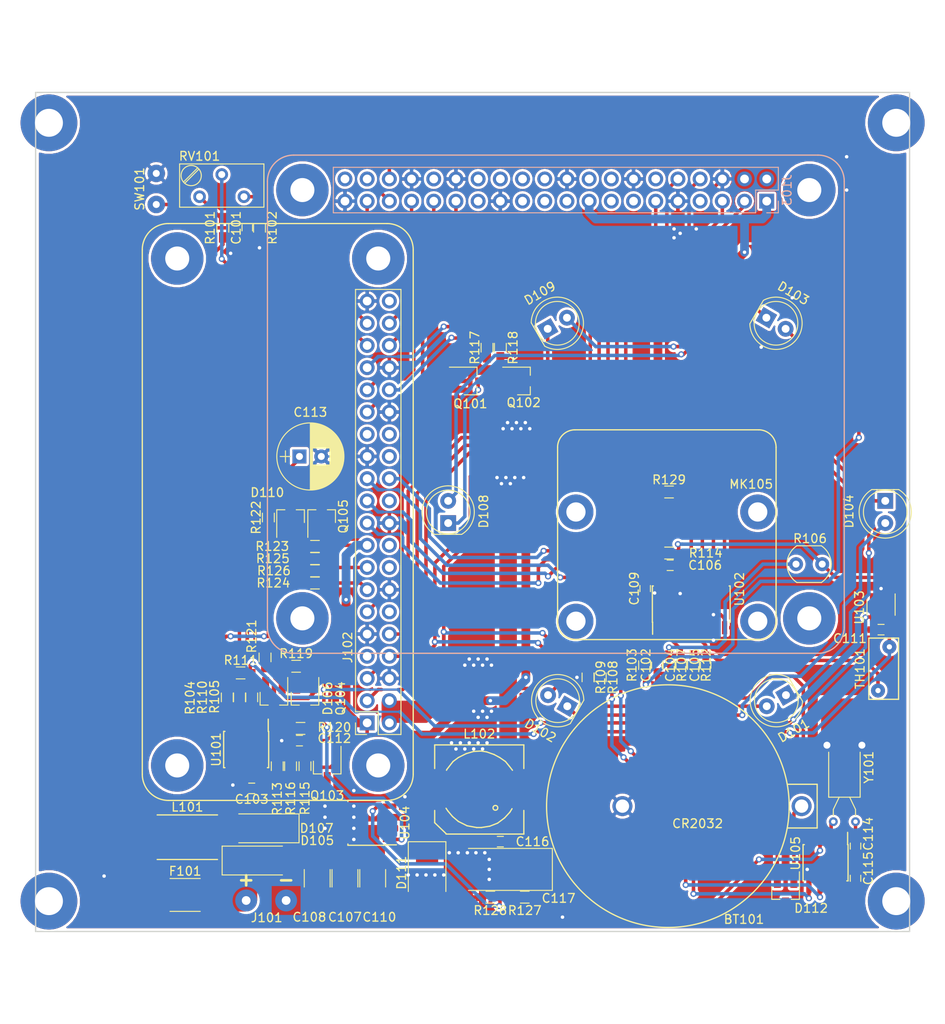
<source format=kicad_pcb>
(kicad_pcb (version 4) (host pcbnew 4.0.7+dfsg1-1)
  (title_block (title "Raspberry PI BirdCam Baseboard") (date 2018-12-29) (rev 1) (company "Copyright (c) 2018 Andreas Messer"))
  (layers (0 F.Cu signal) (31 B.Cu signal) (34 B.Paste user) (35 F.Paste user) (36 B.SilkS user) (37 F.SilkS user) (38 B.Mask user) (39 F.Mask user) (44 Edge.Cuts user))
  (net 0 "")
  (net 1 "Net-(BT101-Pad1)")
  (net 2 GND)
  (net 3 "Net-(C101-Pad1)")
  (net 4 "Net-(C102-Pad2)")
  (net 5 "Net-(C103-Pad1)")
  (net 6 "Net-(C104-Pad2)")
  (net 7 "Net-(C105-Pad2)")
  (net 8 "Net-(C106-Pad1)")
  (net 9 /3.3V)
  (net 10 /VREF_2.5V)
  (net 11 "Net-(C112-Pad1)")
  (net 12 "Net-(C113-Pad1)")
  (net 13 "Net-(C114-Pad1)")
  (net 14 "Net-(C115-Pad1)")
  (net 15 /5V)
  (net 16 "Net-(D101-Pad1)")
  (net 17 "Net-(D101-Pad2)")
  (net 18 "Net-(D102-Pad1)")
  (net 19 "Net-(D102-Pad2)")
  (net 20 "Net-(D103-Pad1)")
  (net 21 "Net-(D104-Pad1)")
  (net 22 "Net-(D105-Pad1)")
  (net 23 "Net-(D106-Pad1)")
  (net 24 "Net-(D106-Pad2)")
  (net 25 "Net-(D108-Pad1)")
  (net 26 "Net-(D109-Pad1)")
  (net 27 "Net-(D110-Pad2)")
  (net 28 "Net-(D110-Pad3)")
  (net 29 "Net-(D111-Pad1)")
  (net 30 "Net-(F101-Pad1)")
  (net 31 "Net-(F101-Pad2)")
  (net 32 /RPI_SDA)
  (net 33 /RPI_SCL)
  (net 34 /LTE_TXD)
  (net 35 /LTE_RXD)
  (net 36 /LTE_RTS)
  (net 37 /RPI_MOSI)
  (net 38 /RPI_MISO)
  (net 39 /RPI_SCLK)
  (net 40 /~ADC_CE~)
  (net 41 /LTE_POWER)
  (net 42 /LTE_RESET)
  (net 43 /LTE_CTS)
  (net 44 "Net-(Q101-Pad1)")
  (net 45 "Net-(Q102-Pad1)")
  (net 46 "Net-(Q103-Pad1)")
  (net 47 "Net-(Q105-Pad1)")
  (net 48 "Net-(R102-Pad1)")
  (net 49 "Net-(R104-Pad1)")
  (net 50 "Net-(R104-Pad2)")
  (net 51 "Net-(R105-Pad2)")
  (net 52 "Net-(R127-Pad1)")
  (net 53 "Net-(U105-Pad2)")
  (net 54 "Net-(J102-Pad32)")
  (net 55 "Net-(J102-Pad33)")
  (net 56 /~UV~)
  (net 57 /~PWR_ON~)
  (net 58 /~PWR_OFF~)
  (net 59 /~PWR_BTN~)
  (net 60 /~PWR_EN~)
  (net 61 /LTE_INH)
  (net 62 /LTE_RST2)
  (net 63 /LTE_DTR)
  (module Kradex_Z59 (layer F.Cu) (at 81.5 94.5 270)
    (fp_text reference MK103 hide)
    (fp_text value Case)
    (pad "" np_thru_hole circle (at 44.525 -48.475 270) (size 6.5 6.5) (drill 3.2) (layers *.Cu *.Mask))
    (pad "" np_thru_hole circle (at -44.525 -48.475 270) (size 6.5 6.5) (drill 3.2) (layers *.Cu *.Mask))
    (pad "" np_thru_hole circle (at -44.525 48.475 270) (size 6.5 6.5) (drill 3.2) (layers *.Cu *.Mask))
    (pad "" np_thru_hole circle (at 44.525 48.475 270) (size 6.5 6.5) (drill 3.2) (layers *.Cu *.Mask))
  )
  (module TO_SOT_Packages_SMD:SOT-23_Handsoldering (layer F.Cu) (at 64.228 95.008 90)
    (fp_text reference Q105 (at 0 2.4765 90) (layer F.SilkS))
    (fp_text value Q_NPN_BEC)
    (pad 1 smd rect (at -1.5 -0.95 90) (size 1.9 0.8) (layers F.Cu F.Paste F.Mask) (net 47 "Net-(Q105-Pad1)"))
    (pad 2 smd rect (at -1.5 0.95 90) (size 1.9 0.8) (layers F.Cu F.Paste F.Mask) (net 2 GND))
    (pad 3 smd rect (at 1.5 0 90) (size 1.9 0.8) (layers F.Cu F.Paste F.Mask) (net 57 /~PWR_ON~))
  )
  (module TO_SOT_Packages_SMD:SOT-23_Handsoldering (layer F.Cu) (at 64.863 123.71 270)
    (fp_text reference Q103 (at 3.2385 0 360) (layer F.SilkS))
    (fp_text value BC847C)
    (pad 1 smd rect (at -1.5 -0.95 270) (size 1.9 0.8) (layers F.Cu F.Paste F.Mask) (net 46 "Net-(Q103-Pad1)"))
    (pad 2 smd rect (at -1.5 0.95 270) (size 1.9 0.8) (layers F.Cu F.Paste F.Mask) (net 11 "Net-(C112-Pad1)"))
    (pad 3 smd rect (at 1.5 0 270) (size 1.9 0.8) (layers F.Cu F.Paste F.Mask) (net 5 "Net-(C103-Pad1)"))
  )
  (module rpi-birdcam:keystone_electronics_106 (layer F.Cu) (at 119.145 128.155)
    (fp_text reference BT101 (at -6.5935 12.954) (layer F.SilkS))
    (fp_text value CR2032 (at -11.9 2) (layer F.SilkS))
    (pad 1 thru_hole circle (at 0 0) (size 2.286 2.286) (drill 1.524) (layers *.Cu *.Mask) (net 1 "Net-(BT101-Pad1)"))
    (pad 2 thru_hole circle (at -20.5 0) (size 2.286 2.286) (drill 1.524) (layers *.Cu *.Mask) (net 2 GND))
  )
  (module Capacitors_SMD:C_0603_HandSoldering (layer F.Cu) (at 55.719 61.988 270)
    (fp_text reference C101 (at 0 1.27 270) (layer F.SilkS))
    (fp_text value 22nF)
    (pad 1 smd rect (at -0.95 0 270) (size 1.2 0.75) (layers F.Cu F.Paste F.Mask) (net 3 "Net-(C101-Pad1)"))
    (pad 2 smd rect (at 0.95 0 270) (size 1.2 0.75) (layers F.Cu F.Paste F.Mask) (net 2 GND))
  )
  (module Capacitors_SMD:C_0603_HandSoldering (layer F.Cu) (at 102.582 112.026 90)
    (fp_text reference C102 (at 0 -1.25 90) (layer F.SilkS))
    (fp_text value 22nF)
    (pad 1 smd rect (at -0.95 0 90) (size 1.2 0.75) (layers F.Cu F.Paste F.Mask) (net 2 GND))
    (pad 2 smd rect (at 0.95 0 90) (size 1.2 0.75) (layers F.Cu F.Paste F.Mask) (net 4 "Net-(C102-Pad2)"))
  )
  (module Capacitors_SMD:C_0603_HandSoldering (layer F.Cu) (at 56.227 126.123 180)
    (fp_text reference C103 (at 0 -1.25 180) (layer F.SilkS))
    (fp_text value 22nF)
    (pad 1 smd rect (at -0.95 0 180) (size 1.2 0.75) (layers F.Cu F.Paste F.Mask) (net 5 "Net-(C103-Pad1)"))
    (pad 2 smd rect (at 0.95 0 180) (size 1.2 0.75) (layers F.Cu F.Paste F.Mask) (net 2 GND))
  )
  (module Capacitors_SMD:C_0603_HandSoldering (layer F.Cu) (at 105.376 112.026 90)
    (fp_text reference C104 (at 0 -1.25 90) (layer F.SilkS))
    (fp_text value 22nF)
    (pad 1 smd rect (at -0.95 0 90) (size 1.2 0.75) (layers F.Cu F.Paste F.Mask) (net 2 GND))
    (pad 2 smd rect (at 0.95 0 90) (size 1.2 0.75) (layers F.Cu F.Paste F.Mask) (net 6 "Net-(C104-Pad2)"))
  )
  (module Capacitors_SMD:C_0603_HandSoldering (layer F.Cu) (at 108.17 112.026 90)
    (fp_text reference C105 (at 0 -1.25 90) (layer F.SilkS))
    (fp_text value 22nF)
    (pad 1 smd rect (at -0.95 0 90) (size 1.2 0.75) (layers F.Cu F.Paste F.Mask) (net 2 GND))
    (pad 2 smd rect (at 0.95 0 90) (size 1.2 0.75) (layers F.Cu F.Paste F.Mask) (net 7 "Net-(C105-Pad2)"))
  )
  (module Capacitors_SMD:C_0603_HandSoldering (layer F.Cu) (at 104.106 100.596)
    (fp_text reference C106 (at 4.0005 0) (layer F.SilkS))
    (fp_text value 22nF)
    (pad 1 smd rect (at -0.95 0) (size 1.2 0.75) (layers F.Cu F.Paste F.Mask) (net 8 "Net-(C106-Pad1)"))
    (pad 2 smd rect (at 0.95 0) (size 1.2 0.75) (layers F.Cu F.Paste F.Mask) (net 2 GND))
  )
  (module Capacitors_SMD:C_1210_HandSoldering (layer F.Cu) (at 66.895 136.41 270)
    (fp_text reference C107 (at 4.445 0 360) (layer F.SilkS))
    (fp_text value 10µF)
    (pad 1 smd rect (at -2 0 270) (size 2 2.5) (layers F.Cu F.Paste F.Mask) (net 5 "Net-(C103-Pad1)"))
    (pad 2 smd rect (at 2 0 270) (size 2 2.5) (layers F.Cu F.Paste F.Mask) (net 2 GND))
  )
  (module Capacitors_SMD:C_1210_HandSoldering (layer F.Cu) (at 63.72 136.41 270)
    (fp_text reference C108 (at 4.445 0.889 360) (layer F.SilkS))
    (fp_text value 10µF)
    (pad 1 smd rect (at -2 0 270) (size 2 2.5) (layers F.Cu F.Paste F.Mask) (net 5 "Net-(C103-Pad1)"))
    (pad 2 smd rect (at 2 0 270) (size 2 2.5) (layers F.Cu F.Paste F.Mask) (net 2 GND))
  )
  (module Capacitors_SMD:C_0603_HandSoldering (layer F.Cu) (at 101.2485 103.2605 90)
    (fp_text reference C109 (at 0 -1.25 90) (layer F.SilkS))
    (fp_text value 22nF)
    (pad 1 smd rect (at -0.95 0 90) (size 1.2 0.75) (layers F.Cu F.Paste F.Mask) (net 2 GND))
    (pad 2 smd rect (at 0.95 0 90) (size 1.2 0.75) (layers F.Cu F.Paste F.Mask) (net 9 /3.3V))
  )
  (module Capacitors_SMD:C_1210_HandSoldering (layer F.Cu) (at 70.07 136.41 270)
    (fp_text reference C110 (at 4.445 -0.762 360) (layer F.SilkS))
    (fp_text value 10µF)
    (pad 1 smd rect (at -2 0 270) (size 2 2.5) (layers F.Cu F.Paste F.Mask) (net 5 "Net-(C103-Pad1)"))
    (pad 2 smd rect (at 2 0 270) (size 2 2.5) (layers F.Cu F.Paste F.Mask) (net 2 GND))
  )
  (module Capacitors_SMD:C_0603_HandSoldering (layer F.Cu) (at 128.236 107.962 180)
    (fp_text reference C111 (at 3.556 -1.016 180) (layer F.SilkS))
    (fp_text value 22nF)
    (pad 1 smd rect (at -0.95 0 180) (size 1.2 0.75) (layers F.Cu F.Paste F.Mask) (net 10 /VREF_2.5V))
    (pad 2 smd rect (at 0.95 0 180) (size 1.2 0.75) (layers F.Cu F.Paste F.Mask) (net 2 GND))
  )
  (module Capacitors_SMD:C_0603_HandSoldering (layer F.Cu) (at 61.688 120.662 180)
    (fp_text reference C112 (at -4.0005 0.254 180) (layer F.SilkS))
    (fp_text value 22nF)
    (pad 1 smd rect (at -0.95 0 180) (size 1.2 0.75) (layers F.Cu F.Paste F.Mask) (net 11 "Net-(C112-Pad1)"))
    (pad 2 smd rect (at 0.95 0 180) (size 1.2 0.75) (layers F.Cu F.Paste F.Mask) (net 2 GND))
  )
  (module Capacitors_ThroughHole:CP_Radial_D7.5mm_P2.50mm (layer F.Cu) (at 61.688 88.15)
    (fp_text reference C113 (at 1.25 -5.06) (layer F.SilkS))
    (fp_text value 100µF)
    (pad 1 thru_hole rect (at 0 0) (size 1.6 1.6) (drill 0.8) (layers *.Cu *.Mask) (net 12 "Net-(C113-Pad1)"))
    (pad 2 thru_hole circle (at 2.5 0) (size 1.6 1.6) (drill 0.8) (layers *.Cu *.Mask) (net 2 GND))
  )
  (module Capacitors_SMD:C_0603_HandSoldering (layer F.Cu) (at 125.315 132.727 270)
    (fp_text reference C114 (at -1.397 -1.4605 270) (layer F.SilkS))
    (fp_text value C)
    (pad 1 smd rect (at -0.95 0 270) (size 1.2 0.75) (layers F.Cu F.Paste F.Mask) (net 13 "Net-(C114-Pad1)"))
    (pad 2 smd rect (at 0.95 0 270) (size 1.2 0.75) (layers F.Cu F.Paste F.Mask) (net 2 GND))
  )
  (module Capacitors_SMD:C_0603_HandSoldering (layer F.Cu) (at 125.315 136.41 90)
    (fp_text reference C115 (at 1.143 1.4605 90) (layer F.SilkS))
    (fp_text value 100nF)
    (pad 1 smd rect (at -0.95 0 90) (size 1.2 0.75) (layers F.Cu F.Paste F.Mask) (net 14 "Net-(C115-Pad1)"))
    (pad 2 smd rect (at 0.95 0 90) (size 1.2 0.75) (layers F.Cu F.Paste F.Mask) (net 2 GND))
  )
  (module Capacitors_SMD:C_0603_HandSoldering (layer F.Cu) (at 84.675 132.219 180)
    (fp_text reference C116 (at -3.683 0 180) (layer F.SilkS))
    (fp_text value 22nF)
    (pad 1 smd rect (at -0.95 0 180) (size 1.2 0.75) (layers F.Cu F.Paste F.Mask) (net 15 /5V))
    (pad 2 smd rect (at 0.95 0 180) (size 1.2 0.75) (layers F.Cu F.Paste F.Mask) (net 2 GND))
  )
  (module Capacitors_Tantalum_SMD:CP_Tantalum_Case-D_EIA-7343-31_Hand (layer F.Cu) (at 84.675 135.394 180)
    (fp_text reference C117 (at -6.6675 -3.302 180) (layer F.SilkS))
    (fp_text value 100µF)
    (pad 1 smd rect (at -3.775 0 180) (size 3.75 2.7) (layers F.Cu F.Paste F.Mask) (net 15 /5V))
    (pad 2 smd rect (at 3.775 0 180) (size 3.75 2.7) (layers F.Cu F.Paste F.Mask) (net 2 GND))
  )
  (module LEDs:LED_D5.0mm (layer F.Cu) (at 90.095295 73.545 30)
    (fp_text reference D109 (at 1.27 -3.96 30) (layer F.SilkS))
    (fp_text value LED)
    (pad 1 thru_hole rect (at 0 0 30) (size 1.8 1.8) (drill 0.9) (layers *.Cu *.Mask) (net 26 "Net-(D109-Pad1)"))
    (pad 2 thru_hole circle (at 2.54 0 30) (size 1.8 1.8) (drill 0.9) (layers *.Cu *.Mask) (net 21 "Net-(D104-Pad1)"))
  )
  (module LEDs:LED_D5.0mm (layer F.Cu) (at 117.354705 115.455 210)
    (fp_text reference D101 (at 1.27 -3.96 210) (layer F.SilkS))
    (fp_text value LED)
    (pad 1 thru_hole rect (at 0 0 210) (size 1.8 1.8) (drill 0.9) (layers *.Cu *.Mask) (net 16 "Net-(D101-Pad1)"))
    (pad 2 thru_hole circle (at 2.54 0 210) (size 1.8 1.8) (drill 0.9) (layers *.Cu *.Mask) (net 17 "Net-(D101-Pad2)"))
  )
  (module LEDs:LED_D5.0mm (layer F.Cu) (at 92.335705 116.725 150)
    (fp_text reference D102 (at 1.27 -3.96 150) (layer F.SilkS))
    (fp_text value LED)
    (pad 1 thru_hole rect (at 0 0 150) (size 1.8 1.8) (drill 0.9) (layers *.Cu *.Mask) (net 18 "Net-(D102-Pad1)"))
    (pad 2 thru_hole circle (at 2.54 0 150) (size 1.8 1.8) (drill 0.9) (layers *.Cu *.Mask) (net 19 "Net-(D102-Pad2)"))
  )
  (module LEDs:LED_D5.0mm (layer F.Cu) (at 78.706 95.77 90)
    (fp_text reference D108 (at 1.3335 4.064 90) (layer F.SilkS))
    (fp_text value LED)
    (pad 1 thru_hole rect (at 0 0 90) (size 1.8 1.8) (drill 0.9) (layers *.Cu *.Mask) (net 25 "Net-(D108-Pad1)"))
    (pad 2 thru_hole circle (at 2.54 0 90) (size 1.8 1.8) (drill 0.9) (layers *.Cu *.Mask) (net 20 "Net-(D103-Pad1)"))
  )
  (module Diodes_SMD:D_SMA_Handsoldering (layer F.Cu) (at 57.243 134.378)
    (fp_text reference D105 (at 6.477 -2.286 180) (layer F.SilkS))
    (fp_text value D_TVS)
    (pad 1 smd rect (at -2.5 0) (size 3.5 1.8) (layers F.Cu F.Paste F.Mask) (net 22 "Net-(D105-Pad1)"))
    (pad 2 smd rect (at 2.5 0) (size 3.5 1.8) (layers F.Cu F.Paste F.Mask) (net 2 GND))
  )
  (module TO_SOT_Packages_SMD:SOT-23_Handsoldering (layer F.Cu) (at 58.767 115.836 270)
    (fp_text reference D106 (at 0 -6.1595 270) (layer F.SilkS))
    (fp_text value BAT54C)
    (pad 1 smd rect (at -1.5 -0.95 270) (size 1.9 0.8) (layers F.Cu F.Paste F.Mask) (net 23 "Net-(D106-Pad1)"))
    (pad 2 smd rect (at -1.5 0.95 270) (size 1.9 0.8) (layers F.Cu F.Paste F.Mask) (net 24 "Net-(D106-Pad2)"))
    (pad 3 smd rect (at 1.5 0 270) (size 1.9 0.8) (layers F.Cu F.Paste F.Mask) (net 56 /~UV~))
  )
  (module Diodes_SMD:D_SMA_Handsoldering (layer F.Cu) (at 57.243 130.695 180)
    (fp_text reference D107 (at -6.4135 0 360) (layer F.SilkS))
    (fp_text value SS14)
    (pad 1 smd rect (at -2.5 0 180) (size 3.5 1.8) (layers F.Cu F.Paste F.Mask) (net 5 "Net-(C103-Pad1)"))
    (pad 2 smd rect (at 2.5 0 180) (size 3.5 1.8) (layers F.Cu F.Paste F.Mask) (net 22 "Net-(D105-Pad1)"))
  )
  (module LEDs:LED_D5.0mm (layer F.Cu) (at 128.717 93.23 270)
    (fp_text reference D104 (at 1.2065 4.164 270) (layer F.SilkS))
    (fp_text value LED)
    (pad 1 thru_hole rect (at 0 0 270) (size 1.8 1.8) (drill 0.9) (layers *.Cu *.Mask) (net 21 "Net-(D104-Pad1)"))
    (pad 2 thru_hole circle (at 2.54 0 270) (size 1.8 1.8) (drill 0.9) (layers *.Cu *.Mask) (net 18 "Net-(D102-Pad1)"))
  )
  (module LEDs:LED_D5.0mm (layer F.Cu) (at 115.115 72.275 330)
    (fp_text reference D103 (at 1.27 -3.96 330) (layer F.SilkS))
    (fp_text value LED)
    (pad 1 thru_hole rect (at 0 0 330) (size 1.8 1.8) (drill 0.9) (layers *.Cu *.Mask) (net 20 "Net-(D103-Pad1)"))
    (pad 2 thru_hole circle (at 2.54 0 330) (size 1.8 1.8) (drill 0.9) (layers *.Cu *.Mask) (net 16 "Net-(D101-Pad1)"))
  )
  (module TO_SOT_Packages_SMD:SOT-23_Handsoldering (layer F.Cu) (at 60.672 95.008 90)
    (fp_text reference D110 (at 2.7305 -2.667 180) (layer F.SilkS))
    (fp_text value BAT54C)
    (pad 1 smd rect (at -1.5 -0.95 90) (size 1.9 0.8) (layers F.Cu F.Paste F.Mask) (net 57 /~PWR_ON~))
    (pad 2 smd rect (at -1.5 0.95 90) (size 1.9 0.8) (layers F.Cu F.Paste F.Mask) (net 27 "Net-(D110-Pad2)"))
    (pad 3 smd rect (at 1.5 0 90) (size 1.9 0.8) (layers F.Cu F.Paste F.Mask) (net 28 "Net-(D110-Pad3)"))
  )
  (module Diodes_SMD:D_SMB (layer F.Cu) (at 76.293 135.775 270)
    (fp_text reference D111 (at 0 2.921 270) (layer F.SilkS))
    (fp_text value SS22)
    (pad 1 smd rect (at -2.15 0 270) (size 2.5 2.3) (layers F.Cu F.Paste F.Mask) (net 29 "Net-(D111-Pad1)"))
    (pad 2 smd rect (at 2.15 0 270) (size 2.5 2.3) (layers F.Cu F.Paste F.Mask) (net 2 GND))
  )
  (module TO_SOT_Packages_SMD:SOT-23_Handsoldering (layer F.Cu) (at 117.314 138.061 270)
    (fp_text reference D112 (at 1.778 -2.921 360) (layer F.SilkS))
    (fp_text value BAT54C)
    (pad 1 smd rect (at -1.5 -0.95 270) (size 1.9 0.8) (layers F.Cu F.Paste F.Mask) (net 1 "Net-(BT101-Pad1)"))
    (pad 2 smd rect (at -1.5 0.95 270) (size 1.9 0.8) (layers F.Cu F.Paste F.Mask) (net 9 /3.3V))
    (pad 3 smd rect (at 1.5 0 270) (size 1.9 0.8) (layers F.Cu F.Paste F.Mask) (net 14 "Net-(C115-Pad1)"))
  )
  (module Resistors_SMD:R_1812_HandSoldering (layer F.Cu) (at 48.607 138.315)
    (fp_text reference F101 (at 0 -2.72) (layer F.SilkS))
    (fp_text value Polyfuse)
    (pad 1 smd rect (at -3.4 0) (size 3.5 3.5) (layers F.Cu F.Paste F.Mask) (net 30 "Net-(F101-Pad1)"))
    (pad 2 smd rect (at 3.4 0) (size 3.5 3.5) (layers F.Cu F.Paste F.Mask) (net 31 "Net-(F101-Pad2)"))
  )
  (module Wire_Connections_Bridges:WireConnection_1.00mmDrill (layer F.Cu) (at 48.48 138.95)
    (fp_text reference J101 (at 9.4615 1.9685) (layer F.SilkS))
    (fp_text value Conn_01x02)
    (pad 1 thru_hole circle (at 7.112 0) (size 2.49936 2.49936) (drill 1.00076) (layers *.Cu *.Mask) (net 31 "Net-(F101-Pad2)"))
    (pad 2 thru_hole circle (at 11.684 0) (size 2.49936 2.49936) (drill 1.00076) (layers *.Cu *.Mask) (net 2 GND))
  )
  (module Inductors:Inductor_Taiyo-Yuden_NR-50xx_HandSoldering (layer F.Cu) (at 48.861 131.711)
    (fp_text reference L101 (at 0 -3.45) (layer F.SilkS))
    (fp_text value 47µH)
    (pad 1 smd rect (at -2.25 0) (size 2.4 4.2) (layers F.Cu F.Paste F.Mask) (net 30 "Net-(F101-Pad1)"))
    (pad 2 smd rect (at 2.25 0) (size 2.4 4.2) (layers F.Cu F.Paste F.Mask) (net 22 "Net-(D105-Pad1)"))
  )
  (module Choke_SMD:Choke_SMD_Wuerth-WE-PDF_Handsoldering (layer F.Cu) (at 82.262 126.25)
    (fp_text reference L102 (at 0 -6.35) (layer F.SilkS))
    (fp_text value 22µH)
    (pad 1 smd rect (at -5.10032 0) (size 4.39928 3.40106) (layers F.Cu F.Paste F.Mask) (net 29 "Net-(D111-Pad1)"))
    (pad 2 smd rect (at 5.10032 0) (size 4.39928 3.40106) (layers F.Cu F.Paste F.Mask) (net 15 /5V))
  )
  (module TO_SOT_Packages_SMD:SOT-23_Handsoldering (layer F.Cu) (at 81.246 79.514)
    (fp_text reference Q101 (at 0 2.6035 180) (layer F.SilkS))
    (fp_text value BC847C)
    (pad 1 smd rect (at -1.5 -0.95) (size 1.9 0.8) (layers F.Cu F.Paste F.Mask) (net 44 "Net-(Q101-Pad1)"))
    (pad 2 smd rect (at -1.5 0.95) (size 1.9 0.8) (layers F.Cu F.Paste F.Mask) (net 2 GND))
    (pad 3 smd rect (at 1.5 0) (size 1.9 0.8) (layers F.Cu F.Paste F.Mask) (net 25 "Net-(D108-Pad1)"))
  )
  (module TO_SOT_Packages_SMD:SOT-23_Handsoldering (layer F.Cu) (at 87.342 79.514)
    (fp_text reference Q102 (at 0 2.4765) (layer F.SilkS))
    (fp_text value BC847C)
    (pad 1 smd rect (at -1.5 -0.95) (size 1.9 0.8) (layers F.Cu F.Paste F.Mask) (net 45 "Net-(Q102-Pad1)"))
    (pad 2 smd rect (at -1.5 0.95) (size 1.9 0.8) (layers F.Cu F.Paste F.Mask) (net 2 GND))
    (pad 3 smd rect (at 1.5 0) (size 1.9 0.8) (layers F.Cu F.Paste F.Mask) (net 26 "Net-(D109-Pad1)"))
  )
  (module TO_SOT_Packages_SMD:SOT-23_Handsoldering (layer F.Cu) (at 62.323 115.836 270)
    (fp_text reference Q104 (at 0 -4.064 270) (layer F.SilkS))
    (fp_text value BC847C)
    (pad 1 smd rect (at -1.5 -0.95 270) (size 1.9 0.8) (layers F.Cu F.Paste F.Mask) (net 23 "Net-(D106-Pad1)"))
    (pad 2 smd rect (at -1.5 0.95 270) (size 1.9 0.8) (layers F.Cu F.Paste F.Mask) (net 57 /~PWR_ON~))
    (pad 3 smd rect (at 1.5 0 270) (size 1.9 0.8) (layers F.Cu F.Paste F.Mask) (net 60 /~PWR_EN~))
  )
  (module Resistors_SMD:R_0603_HandSoldering (layer F.Cu) (at 52.925 61.988 90)
    (fp_text reference R101 (at 0 -1.45 90) (layer F.SilkS))
    (fp_text value 22k)
    (pad 1 smd rect (at -1.1 0 90) (size 1.2 0.9) (layers F.Cu F.Paste F.Mask) (net 22 "Net-(D105-Pad1)"))
    (pad 2 smd rect (at 1.1 0 90) (size 1.2 0.9) (layers F.Cu F.Paste F.Mask) (net 3 "Net-(C101-Pad1)"))
  )
  (module Resistors_SMD:R_0603_HandSoldering (layer F.Cu) (at 57.116 61.988 270)
    (fp_text reference R102 (at 0 -1.45 270) (layer F.SilkS))
    (fp_text value 4.7k)
    (pad 1 smd rect (at -1.1 0 270) (size 1.2 0.9) (layers F.Cu F.Paste F.Mask) (net 48 "Net-(R102-Pad1)"))
    (pad 2 smd rect (at 1.1 0 270) (size 1.2 0.9) (layers F.Cu F.Paste F.Mask) (net 2 GND))
  )
  (module Resistors_SMD:R_0603_HandSoldering (layer F.Cu) (at 101.185 112.026 90)
    (fp_text reference R103 (at 0 -1.45 90) (layer F.SilkS))
    (fp_text value 100k)
    (pad 1 smd rect (at -1.1 0 90) (size 1.2 0.9) (layers F.Cu F.Paste F.Mask) (net 48 "Net-(R102-Pad1)"))
    (pad 2 smd rect (at 1.1 0 90) (size 1.2 0.9) (layers F.Cu F.Paste F.Mask) (net 4 "Net-(C102-Pad2)"))
  )
  (module Resistors_SMD:R_0603_HandSoldering (layer F.Cu) (at 53.433 115.709 90)
    (fp_text reference R104 (at -0.0635 -4.2545 90) (layer F.SilkS))
    (fp_text value 100k)
    (pad 1 smd rect (at -1.1 0 90) (size 1.2 0.9) (layers F.Cu F.Paste F.Mask) (net 49 "Net-(R104-Pad1)"))
    (pad 2 smd rect (at 1.1 0 90) (size 1.2 0.9) (layers F.Cu F.Paste F.Mask) (net 50 "Net-(R104-Pad2)"))
  )
  (module Resistors_SMD:R_0603_HandSoldering (layer F.Cu) (at 56.227 115.709 270)
    (fp_text reference R105 (at -0.0635 4.2545 270) (layer F.SilkS))
    (fp_text value 100k)
    (pad 1 smd rect (at -1.1 0 270) (size 1.2 0.9) (layers F.Cu F.Paste F.Mask) (net 10 /VREF_2.5V))
    (pad 2 smd rect (at 1.1 0 270) (size 1.2 0.9) (layers F.Cu F.Paste F.Mask) (net 51 "Net-(R105-Pad2)"))
  )
  (module Opto-Devices:Resistor_LDR_5x4.1_RM3 (layer F.Cu) (at 121.505 100.469 180)
    (fp_text reference R106 (at 1.397 2.921 180) (layer F.SilkS))
    (fp_text value LDR03)
    (pad 1 thru_hole circle (at 0 0 180) (size 1.6 1.6) (drill 0.8) (layers *.Cu *.Mask) (net 10 /VREF_2.5V))
    (pad 2 thru_hole circle (at 3 0 180) (size 1.6 1.6) (drill 0.8) (layers *.Cu *.Mask) (net 6 "Net-(C104-Pad2)"))
  )
  (module Resistors_SMD:R_0603_HandSoldering (layer F.Cu) (at 103.979 112.026 270)
    (fp_text reference R107 (at 0 -1.45 270) (layer F.SilkS))
    (fp_text value 100k)
    (pad 1 smd rect (at -1.1 0 270) (size 1.2 0.9) (layers F.Cu F.Paste F.Mask) (net 6 "Net-(C104-Pad2)"))
    (pad 2 smd rect (at 1.1 0 270) (size 1.2 0.9) (layers F.Cu F.Paste F.Mask) (net 2 GND))
  )
  (module Resistors_SMD:R_0603_HandSoldering (layer F.Cu) (at 96.105 113.423 270)
    (fp_text reference R108 (at 0 -1.45 270) (layer F.SilkS))
    (fp_text value R)
    (pad 1 smd rect (at -1.1 0 270) (size 1.2 0.9) (layers F.Cu F.Paste F.Mask) (net 15 /5V))
    (pad 2 smd rect (at 1.1 0 270) (size 1.2 0.9) (layers F.Cu F.Paste F.Mask) (net 17 "Net-(D101-Pad2)"))
  )
  (module Resistors_SMD:R_0603_HandSoldering (layer F.Cu) (at 94.708 113.423 270)
    (fp_text reference R109 (at 0 -1.45 270) (layer F.SilkS))
    (fp_text value R)
    (pad 1 smd rect (at -1.1 0 270) (size 1.2 0.9) (layers F.Cu F.Paste F.Mask) (net 15 /5V))
    (pad 2 smd rect (at 1.1 0 270) (size 1.2 0.9) (layers F.Cu F.Paste F.Mask) (net 19 "Net-(D102-Pad2)"))
  )
  (module Resistors_SMD:R_0603_HandSoldering (layer F.Cu) (at 54.83 115.709 270)
    (fp_text reference R110 (at 0 4.2545 270) (layer F.SilkS))
    (fp_text value 470k)
    (pad 1 smd rect (at -1.1 0 270) (size 1.2 0.9) (layers F.Cu F.Paste F.Mask) (net 24 "Net-(D106-Pad2)"))
    (pad 2 smd rect (at 1.1 0 270) (size 1.2 0.9) (layers F.Cu F.Paste F.Mask) (net 49 "Net-(R104-Pad1)"))
  )
  (module Resistors_SMD:R_0603_HandSoldering (layer F.Cu) (at 54.957 112.915)
    (fp_text reference R111 (at 0 -1.45) (layer F.SilkS))
    (fp_text value 10k)
    (pad 1 smd rect (at -1.1 0) (size 1.2 0.9) (layers F.Cu F.Paste F.Mask) (net 24 "Net-(D106-Pad2)"))
    (pad 2 smd rect (at 1.1 0) (size 1.2 0.9) (layers F.Cu F.Paste F.Mask) (net 10 /VREF_2.5V))
  )
  (module Resistors_SMD:R_0603_HandSoldering (layer F.Cu) (at 106.773 112.026 270)
    (fp_text reference R112 (at 0 -1.45 270) (layer F.SilkS))
    (fp_text value 100k)
    (pad 1 smd rect (at -1.1 0 270) (size 1.2 0.9) (layers F.Cu F.Paste F.Mask) (net 7 "Net-(C105-Pad2)"))
    (pad 2 smd rect (at 1.1 0 270) (size 1.2 0.9) (layers F.Cu F.Paste F.Mask) (net 2 GND))
  )
  (module Resistors_SMD:R_0603_HandSoldering (layer F.Cu) (at 59.148 123.583 90)
    (fp_text reference R113 (at -3.7465 0 90) (layer F.SilkS))
    (fp_text value 470k)
    (pad 1 smd rect (at -1.1 0 90) (size 1.2 0.9) (layers F.Cu F.Paste F.Mask) (net 5 "Net-(C103-Pad1)"))
    (pad 2 smd rect (at 1.1 0 90) (size 1.2 0.9) (layers F.Cu F.Paste F.Mask) (net 56 /~UV~))
  )
  (module Resistors_SMD:R_0603_HandSoldering (layer F.Cu) (at 103.979 99.199)
    (fp_text reference R114 (at 4.191 0) (layer F.SilkS))
    (fp_text value 10k)
    (pad 1 smd rect (at -1.1 0) (size 1.2 0.9) (layers F.Cu F.Paste F.Mask) (net 8 "Net-(C106-Pad1)"))
    (pad 2 smd rect (at 1.1 0) (size 1.2 0.9) (layers F.Cu F.Paste F.Mask) (net 10 /VREF_2.5V))
  )
  (module Resistors_SMD:R_0603_HandSoldering (layer F.Cu) (at 62.323 123.583 90)
    (fp_text reference R115 (at -3.683 0 90) (layer F.SilkS))
    (fp_text value 47k)
    (pad 1 smd rect (at -1.1 0 90) (size 1.2 0.9) (layers F.Cu F.Paste F.Mask) (net 5 "Net-(C103-Pad1)"))
    (pad 2 smd rect (at 1.1 0 90) (size 1.2 0.9) (layers F.Cu F.Paste F.Mask) (net 46 "Net-(Q103-Pad1)"))
  )
  (module Resistors_SMD:R_0603_HandSoldering (layer F.Cu) (at 60.672 123.583 90)
    (fp_text reference R116 (at -3.683 0 90) (layer F.SilkS))
    (fp_text value 33k)
    (pad 1 smd rect (at -1.1 0 90) (size 1.2 0.9) (layers F.Cu F.Paste F.Mask) (net 46 "Net-(Q103-Pad1)"))
    (pad 2 smd rect (at 1.1 0 90) (size 1.2 0.9) (layers F.Cu F.Paste F.Mask) (net 2 GND))
  )
  (module Resistors_SMD:R_0603_HandSoldering (layer F.Cu) (at 83.151 75.704 270)
    (fp_text reference R117 (at 0 1.397 270) (layer F.SilkS))
    (fp_text value R)
    (pad 1 smd rect (at -1.1 0 270) (size 1.2 0.9) (layers F.Cu F.Paste F.Mask) (net 54 "Net-(J102-Pad32)"))
    (pad 2 smd rect (at 1.1 0 270) (size 1.2 0.9) (layers F.Cu F.Paste F.Mask) (net 44 "Net-(Q101-Pad1)"))
  )
  (module Resistors_SMD:R_0603_HandSoldering (layer F.Cu) (at 84.675 75.704 270)
    (fp_text reference R118 (at 0 -1.45 270) (layer F.SilkS))
    (fp_text value R)
    (pad 1 smd rect (at -1.1 0 270) (size 1.2 0.9) (layers F.Cu F.Paste F.Mask) (net 55 "Net-(J102-Pad33)"))
    (pad 2 smd rect (at 1.1 0 270) (size 1.2 0.9) (layers F.Cu F.Paste F.Mask) (net 45 "Net-(Q102-Pad1)"))
  )
  (module Resistors_SMD:R_0603_HandSoldering (layer F.Cu) (at 61.307 112.153)
    (fp_text reference R119 (at 0 -1.45) (layer F.SilkS))
    (fp_text value 470k)
    (pad 1 smd rect (at -1.1 0) (size 1.2 0.9) (layers F.Cu F.Paste F.Mask) (net 12 "Net-(C113-Pad1)"))
    (pad 2 smd rect (at 1.1 0) (size 1.2 0.9) (layers F.Cu F.Paste F.Mask) (net 11 "Net-(C112-Pad1)"))
  )
  (module Resistors_SMD:R_0603_HandSoldering (layer F.Cu) (at 61.815 119.265 180)
    (fp_text reference R120 (at -3.8735 0.127 180) (layer F.SilkS))
    (fp_text value 47k)
    (pad 1 smd rect (at -1.1 0 180) (size 1.2 0.9) (layers F.Cu F.Paste F.Mask) (net 11 "Net-(C112-Pad1)"))
    (pad 2 smd rect (at 1.1 0 180) (size 1.2 0.9) (layers F.Cu F.Paste F.Mask) (net 60 /~PWR_EN~))
  )
  (module Resistors_SMD:R_0603_HandSoldering (layer F.Cu) (at 57.751 111.137 90)
    (fp_text reference R121 (at 2.413 -1.524 90) (layer F.SilkS))
    (fp_text value 2.2M)
    (pad 1 smd rect (at -1.1 0 90) (size 1.2 0.9) (layers F.Cu F.Paste F.Mask) (net 23 "Net-(D106-Pad1)"))
    (pad 2 smd rect (at 1.1 0 90) (size 1.2 0.9) (layers F.Cu F.Paste F.Mask) (net 12 "Net-(C113-Pad1)"))
  )
  (module Resistors_SMD:R_0603_HandSoldering (layer F.Cu) (at 58.132 95.135 270)
    (fp_text reference R122 (at 0 1.397 270) (layer F.SilkS))
    (fp_text value 10k)
    (pad 1 smd rect (at -1.1 0 270) (size 1.2 0.9) (layers F.Cu F.Paste F.Mask) (net 28 "Net-(D110-Pad3)"))
    (pad 2 smd rect (at 1.1 0 270) (size 1.2 0.9) (layers F.Cu F.Paste F.Mask) (net 12 "Net-(C113-Pad1)"))
  )
  (module Resistors_SMD:R_0603_HandSoldering (layer F.Cu) (at 63.466 98.437 180)
    (fp_text reference R123 (at 4.8895 0 180) (layer F.SilkS))
    (fp_text value 10k)
    (pad 1 smd rect (at -1.1 0 180) (size 1.2 0.9) (layers F.Cu F.Paste F.Mask) (net 9 /3.3V))
    (pad 2 smd rect (at 1.1 0 180) (size 1.2 0.9) (layers F.Cu F.Paste F.Mask) (net 27 "Net-(D110-Pad2)"))
  )
  (module Resistors_SMD:R_0603_HandSoldering (layer F.Cu) (at 63.466 102.628 180)
    (fp_text reference R124 (at 4.7625 0 180) (layer F.SilkS))
    (fp_text value 1k)
    (pad 1 smd rect (at -1.1 0 180) (size 1.2 0.9) (layers F.Cu F.Paste F.Mask) (net 59 /~PWR_BTN~))
    (pad 2 smd rect (at 1.1 0 180) (size 1.2 0.9) (layers F.Cu F.Paste F.Mask) (net 27 "Net-(D110-Pad2)"))
  )
  (module Resistors_SMD:R_0603_HandSoldering (layer F.Cu) (at 63.466 99.834 180)
    (fp_text reference R125 (at 4.826 0 180) (layer F.SilkS))
    (fp_text value 10k)
    (pad 1 smd rect (at -1.1 0 180) (size 1.2 0.9) (layers F.Cu F.Paste F.Mask) (net 9 /3.3V))
    (pad 2 smd rect (at 1.1 0 180) (size 1.2 0.9) (layers F.Cu F.Paste F.Mask) (net 47 "Net-(Q105-Pad1)"))
  )
  (module Resistors_SMD:R_0603_HandSoldering (layer F.Cu) (at 63.466 101.231 180)
    (fp_text reference R126 (at 4.699 0 180) (layer F.SilkS))
    (fp_text value 1k)
    (pad 1 smd rect (at -1.1 0 180) (size 1.2 0.9) (layers F.Cu F.Paste F.Mask) (net 58 /~PWR_OFF~))
    (pad 2 smd rect (at 1.1 0 180) (size 1.2 0.9) (layers F.Cu F.Paste F.Mask) (net 47 "Net-(Q105-Pad1)"))
  )
  (module Resistors_SMD:R_0603_HandSoldering (layer F.Cu) (at 87.469 138.569)
    (fp_text reference R127 (at 0 1.524) (layer F.SilkS))
    (fp_text value 3.01k)
    (pad 1 smd rect (at -1.1 0) (size 1.2 0.9) (layers F.Cu F.Paste F.Mask) (net 52 "Net-(R127-Pad1)"))
    (pad 2 smd rect (at 1.1 0) (size 1.2 0.9) (layers F.Cu F.Paste F.Mask) (net 15 /5V))
  )
  (module Resistors_SMD:R_0603_HandSoldering (layer F.Cu) (at 83.532 138.569)
    (fp_text reference R128 (at 0 1.524) (layer F.SilkS))
    (fp_text value 976)
    (pad 1 smd rect (at -1.1 0) (size 1.2 0.9) (layers F.Cu F.Paste F.Mask) (net 2 GND))
    (pad 2 smd rect (at 1.1 0) (size 1.2 0.9) (layers F.Cu F.Paste F.Mask) (net 52 "Net-(R127-Pad1)"))
  )
  (module Potentiometers:Potentiometer_Trimmer_Bourns_3296Y (layer F.Cu) (at 50.258 58.432 180)
    (fp_text reference RV101 (at 0 4.6355 180) (layer F.SilkS))
    (fp_text value 2k)
    (pad 1 thru_hole circle (at 0 0 180) (size 1.44 1.44) (drill 0.8) (layers *.Cu *.Mask) (net 3 "Net-(C101-Pad1)"))
    (pad 2 thru_hole circle (at -2.54 2.54 180) (size 1.44 1.44) (drill 0.8) (layers *.Cu *.Mask) (net 50 "Net-(R104-Pad2)"))
    (pad 3 thru_hole circle (at -5.08 0 180) (size 1.44 1.44) (drill 0.8) (layers *.Cu *.Mask) (net 48 "Net-(R102-Pad1)"))
  )
  (module Wire_Connections_Bridges:WireConnection_0.80mmDrill (layer F.Cu) (at 45.305 55.765 270)
    (fp_text reference SW101 (at 1.778 1.905 270) (layer F.SilkS))
    (fp_text value SW_Push)
    (pad 1 thru_hole circle (at 0 0 270) (size 1.99898 1.99898) (drill 0.8001) (layers *.Cu *.Mask) (net 2 GND))
    (pad 2 thru_hole circle (at 3.556 0 270) (size 1.99898 1.99898) (drill 0.8001) (layers *.Cu *.Mask) (net 28 "Net-(D110-Pad3)"))
  )
  (module Varistors:RV_Disc_D7_W3.4_P5 (layer F.Cu) (at 129.1885 109.9305 270)
    (fp_text reference TH101 (at 2.5 3.35 270) (layer F.SilkS))
    (fp_text value PTC)
    (pad 1 thru_hole circle (at 0 0 270) (size 1.6 1.6) (drill 0.6) (layers *.Cu *.Mask) (net 10 /VREF_2.5V))
    (pad 2 thru_hole circle (at 5 1.3 270) (size 1.6 1.6) (drill 0.6) (layers *.Cu *.Mask) (net 7 "Net-(C105-Pad2)"))
  )
  (module Housings_SOIC:SOIC-8_3.9x4.9mm_Pitch1.27mm (layer F.Cu) (at 55.592 121.678 270)
    (fp_text reference U101 (at 0 3.429 270) (layer F.SilkS))
    (fp_text value LM393)
    (pad 1 smd rect (at -2.7 -1.905 270) (size 1.55 0.6) (layers F.Cu F.Paste F.Mask) (net 56 /~UV~))
    (pad 2 smd rect (at -2.7 -0.635 270) (size 1.55 0.6) (layers F.Cu F.Paste F.Mask) (net 51 "Net-(R105-Pad2)"))
    (pad 3 smd rect (at -2.7 0.635 270) (size 1.55 0.6) (layers F.Cu F.Paste F.Mask) (net 49 "Net-(R104-Pad1)"))
    (pad 4 smd rect (at -2.7 1.905 270) (size 1.55 0.6) (layers F.Cu F.Paste F.Mask) (net 2 GND))
    (pad 5 smd rect (at 2.7 1.905 270) (size 1.55 0.6) (layers F.Cu F.Paste F.Mask) (net 2 GND))
    (pad 6 smd rect (at 2.7 0.635 270) (size 1.55 0.6) (layers F.Cu F.Paste F.Mask) (net 2 GND))
    (pad 7 smd rect (at 2.7 -0.635 270) (size 1.55 0.6) (layers F.Cu F.Paste F.Mask) (net 2 GND))
    (pad 8 smd rect (at 2.7 -1.905 270) (size 1.55 0.6) (layers F.Cu F.Paste F.Mask) (net 5 "Net-(C103-Pad1)"))
  )
  (module Housings_SOIC:SOIC-14_3.9x8.7mm_Pitch1.27mm (layer F.Cu) (at 106.519 105.041 90)
    (fp_text reference U102 (at 1.7145 5.5245 90) (layer F.SilkS))
    (fp_text value MCP3204)
    (pad 1 smd rect (at -2.7 -3.81 90) (size 1.5 0.6) (layers F.Cu F.Paste F.Mask) (net 4 "Net-(C102-Pad2)"))
    (pad 2 smd rect (at -2.7 -2.54 90) (size 1.5 0.6) (layers F.Cu F.Paste F.Mask) (net 6 "Net-(C104-Pad2)"))
    (pad 3 smd rect (at -2.7 -1.27 90) (size 1.5 0.6) (layers F.Cu F.Paste F.Mask) (net 7 "Net-(C105-Pad2)"))
    (pad 4 smd rect (at -2.7 0 90) (size 1.5 0.6) (layers F.Cu F.Paste F.Mask))
    (pad 5 smd rect (at -2.7 1.27 90) (size 1.5 0.6) (layers F.Cu F.Paste F.Mask))
    (pad 6 smd rect (at -2.7 2.54 90) (size 1.5 0.6) (layers F.Cu F.Paste F.Mask))
    (pad 7 smd rect (at -2.7 3.81 90) (size 1.5 0.6) (layers F.Cu F.Paste F.Mask) (net 2 GND))
    (pad 8 smd rect (at 2.7 3.81 90) (size 1.5 0.6) (layers F.Cu F.Paste F.Mask) (net 40 /~ADC_CE~))
    (pad 9 smd rect (at 2.7 2.54 90) (size 1.5 0.6) (layers F.Cu F.Paste F.Mask) (net 37 /RPI_MOSI))
    (pad 10 smd rect (at 2.7 1.27 90) (size 1.5 0.6) (layers F.Cu F.Paste F.Mask) (net 38 /RPI_MISO))
    (pad 11 smd rect (at 2.7 0 90) (size 1.5 0.6) (layers F.Cu F.Paste F.Mask) (net 39 /RPI_SCLK))
    (pad 12 smd rect (at 2.7 -1.27 90) (size 1.5 0.6) (layers F.Cu F.Paste F.Mask) (net 2 GND))
    (pad 13 smd rect (at 2.7 -2.54 90) (size 1.5 0.6) (layers F.Cu F.Paste F.Mask) (net 8 "Net-(C106-Pad1)"))
    (pad 14 smd rect (at 2.7 -3.81 90) (size 1.5 0.6) (layers F.Cu F.Paste F.Mask) (net 9 /3.3V))
  )
  (module TO_SOT_Packages_SMD:SOT-23-5 (layer F.Cu) (at 128.236 105.422 270)
    (fp_text reference U103 (at 0 2.4765 450) (layer F.SilkS))
    (fp_text value LM4120)
    (pad 1 smd rect (at -1.1 -0.95 270) (size 1.06 0.65) (layers F.Cu F.Paste F.Mask))
    (pad 2 smd rect (at -1.1 0 270) (size 1.06 0.65) (layers F.Cu F.Paste F.Mask) (net 2 GND))
    (pad 3 smd rect (at -1.1 0.95 270) (size 1.06 0.65) (layers F.Cu F.Paste F.Mask) (net 11 "Net-(C112-Pad1)"))
    (pad 4 smd rect (at 1.1 0.95 270) (size 1.06 0.65) (layers F.Cu F.Paste F.Mask) (net 11 "Net-(C112-Pad1)"))
    (pad 5 smd rect (at 1.1 -0.95 270) (size 1.06 0.65) (layers F.Cu F.Paste F.Mask) (net 10 /VREF_2.5V))
  )
  (module Housings_SOIC:SOIC-8_3.9x4.9mm_Pitch1.27mm (layer F.Cu) (at 69.308 130.06 180)
    (fp_text reference U104 (at -4.445 0 270) (layer F.SilkS))
    (fp_text value MIC4690)
    (pad 1 smd rect (at -2.7 -1.905 180) (size 1.55 0.6) (layers F.Cu F.Paste F.Mask) (net 60 /~PWR_EN~))
    (pad 2 smd rect (at -2.7 -0.635 180) (size 1.55 0.6) (layers F.Cu F.Paste F.Mask) (net 5 "Net-(C103-Pad1)"))
    (pad 3 smd rect (at -2.7 0.635 180) (size 1.55 0.6) (layers F.Cu F.Paste F.Mask) (net 29 "Net-(D111-Pad1)"))
    (pad 4 smd rect (at -2.7 1.905 180) (size 1.55 0.6) (layers F.Cu F.Paste F.Mask) (net 52 "Net-(R127-Pad1)"))
    (pad 5 smd rect (at 2.7 1.905 180) (size 1.55 0.6) (layers F.Cu F.Paste F.Mask) (net 2 GND))
    (pad 6 smd rect (at 2.7 0.635 180) (size 1.55 0.6) (layers F.Cu F.Paste F.Mask) (net 2 GND))
    (pad 7 smd rect (at 2.7 -0.635 180) (size 1.55 0.6) (layers F.Cu F.Paste F.Mask) (net 2 GND))
    (pad 8 smd rect (at 2.7 -1.905 180) (size 1.55 0.6) (layers F.Cu F.Paste F.Mask) (net 2 GND))
  )
  (module Housings_SOIC:SOIC-8_3.9x4.9mm_Pitch1.27mm (layer F.Cu) (at 121.886 134.632 270)
    (fp_text reference U105 (at -1.0795 3.429 270) (layer F.SilkS))
    (fp_text value PCF8563)
    (pad 1 smd rect (at -2.7 -1.905 270) (size 1.55 0.6) (layers F.Cu F.Paste F.Mask) (net 13 "Net-(C114-Pad1)"))
    (pad 2 smd rect (at -2.7 -0.635 270) (size 1.55 0.6) (layers F.Cu F.Paste F.Mask) (net 53 "Net-(U105-Pad2)"))
    (pad 3 smd rect (at -2.7 0.635 270) (size 1.55 0.6) (layers F.Cu F.Paste F.Mask) (net 57 /~PWR_ON~))
    (pad 4 smd rect (at -2.7 1.905 270) (size 1.55 0.6) (layers F.Cu F.Paste F.Mask) (net 2 GND))
    (pad 5 smd rect (at 2.7 1.905 270) (size 1.55 0.6) (layers F.Cu F.Paste F.Mask) (net 32 /RPI_SDA))
    (pad 6 smd rect (at 2.7 0.635 270) (size 1.55 0.6) (layers F.Cu F.Paste F.Mask) (net 33 /RPI_SCL))
    (pad 7 smd rect (at 2.7 -0.635 270) (size 1.55 0.6) (layers F.Cu F.Paste F.Mask))
    (pad 8 smd rect (at 2.7 -1.905 270) (size 1.55 0.6) (layers F.Cu F.Paste F.Mask) (net 14 "Net-(C115-Pad1)"))
  )
  (module Crystals:Crystal_AT310_d3.0mm_l10.0mm_Horizontal_1EP_style2 (layer F.Cu) (at 125.315 129.933 180)
    (fp_text reference Y101 (at -1.524 6.223 270) (layer F.SilkS))
    (fp_text value "32.768 kHz")
    (pad 1 thru_hole circle (at 0 0 180) (size 1 1) (drill 0.5) (layers *.Cu *.Mask) (net 13 "Net-(C114-Pad1)"))
    (pad 2 thru_hole circle (at 2.54 0 180) (size 1 1) (drill 0.5) (layers *.Cu *.Mask) (net 53 "Net-(U105-Pad2)"))
    (pad 3 smd rect (at 1.27 8.75 180) (size 3.2 10.5) (layers F.Cu F.Paste F.Mask) (net 2 GND))
    (pad 3 thru_hole rect (at -0.73 8.75 180) (size 1.2 1.2) (drill 0.8) (layers *.Cu *.Mask) (net 2 GND))
    (pad 3 thru_hole rect (at 3.27 8.75 180) (size 1.2 1.2) (drill 0.8) (layers *.Cu *.Mask) (net 2 GND))
  )
  (module rpi-birdcam:Raspberry_PI_Zero_V1.2_SocketStrip (layer F.Cu) (at 69.435 118.63 180)
    (fp_text reference J102 (at 2.2225 8.636 270) (layer F.SilkS))
    (fp_text value RPI)
    (pad 1 thru_hole rect (at 0 0 180) (size 1.7 1.7) (drill 1) (layers *.Cu *.Mask) (net 9 /3.3V))
    (pad 2 thru_hole oval (at -2.54 0 180) (size 1.7 1.7) (drill 1) (layers *.Cu *.Mask) (net 15 /5V))
    (pad 3 thru_hole oval (at 0 2.54 180) (size 1.7 1.7) (drill 1) (layers *.Cu *.Mask) (net 32 /RPI_SDA))
    (pad 4 thru_hole oval (at -2.54 2.54 180) (size 1.7 1.7) (drill 1) (layers *.Cu *.Mask) (net 15 /5V))
    (pad 5 thru_hole oval (at 0 5.08 180) (size 1.7 1.7) (drill 1) (layers *.Cu *.Mask) (net 33 /RPI_SCL))
    (pad 6 thru_hole oval (at -2.54 5.08 180) (size 1.7 1.7) (drill 1) (layers *.Cu *.Mask) (net 2 GND))
    (pad 7 thru_hole oval (at 0 7.62 180) (size 1.7 1.7) (drill 1) (layers *.Cu *.Mask))
    (pad 8 thru_hole oval (at -2.54 7.62 180) (size 1.7 1.7) (drill 1) (layers *.Cu *.Mask) (net 34 /LTE_TXD))
    (pad 9 thru_hole oval (at 0 10.16 180) (size 1.7 1.7) (drill 1) (layers *.Cu *.Mask) (net 2 GND))
    (pad 10 thru_hole oval (at -2.54 10.16 180) (size 1.7 1.7) (drill 1) (layers *.Cu *.Mask) (net 35 /LTE_RXD))
    (pad 11 thru_hole oval (at 0 12.7 180) (size 1.7 1.7) (drill 1) (layers *.Cu *.Mask) (net 36 /LTE_RTS))
    (pad 12 thru_hole oval (at -2.54 12.7 180) (size 1.7 1.7) (drill 1) (layers *.Cu *.Mask))
    (pad 13 thru_hole oval (at 0 15.24 180) (size 1.7 1.7) (drill 1) (layers *.Cu *.Mask) (net 59 /~PWR_BTN~))
    (pad 14 thru_hole oval (at -2.54 15.24 180) (size 1.7 1.7) (drill 1) (layers *.Cu *.Mask) (net 2 GND))
    (pad 15 thru_hole oval (at 0 17.78 180) (size 1.7 1.7) (drill 1) (layers *.Cu *.Mask) (net 58 /~PWR_OFF~))
    (pad 16 thru_hole oval (at -2.54 17.78 180) (size 1.7 1.7) (drill 1) (layers *.Cu *.Mask))
    (pad 17 thru_hole oval (at 0 20.32 180) (size 1.7 1.7) (drill 1) (layers *.Cu *.Mask) (net 9 /3.3V))
    (pad 18 thru_hole oval (at -2.54 20.32 180) (size 1.7 1.7) (drill 1) (layers *.Cu *.Mask))
    (pad 19 thru_hole oval (at 0 22.86 180) (size 1.7 1.7) (drill 1) (layers *.Cu *.Mask) (net 37 /RPI_MOSI))
    (pad 20 thru_hole oval (at -2.54 22.86 180) (size 1.7 1.7) (drill 1) (layers *.Cu *.Mask) (net 2 GND))
    (pad 21 thru_hole oval (at 0 25.4 180) (size 1.7 1.7) (drill 1) (layers *.Cu *.Mask) (net 38 /RPI_MISO))
    (pad 22 thru_hole oval (at -2.54 25.4 180) (size 1.7 1.7) (drill 1) (layers *.Cu *.Mask))
    (pad 23 thru_hole oval (at 0 27.94 180) (size 1.7 1.7) (drill 1) (layers *.Cu *.Mask) (net 39 /RPI_SCLK))
    (pad 24 thru_hole oval (at -2.54 27.94 180) (size 1.7 1.7) (drill 1) (layers *.Cu *.Mask) (net 40 /~ADC_CE~))
    (pad 25 thru_hole oval (at 0 30.48 180) (size 1.7 1.7) (drill 1) (layers *.Cu *.Mask) (net 2 GND))
    (pad 26 thru_hole oval (at -2.54 30.48 180) (size 1.7 1.7) (drill 1) (layers *.Cu *.Mask))
    (pad 27 thru_hole oval (at 0 33.02 180) (size 1.7 1.7) (drill 1) (layers *.Cu *.Mask))
    (pad 28 thru_hole oval (at -2.54 33.02 180) (size 1.7 1.7) (drill 1) (layers *.Cu *.Mask))
    (pad 29 thru_hole oval (at 0 35.56 180) (size 1.7 1.7) (drill 1) (layers *.Cu *.Mask) (net 41 /LTE_POWER))
    (pad 30 thru_hole oval (at -2.54 35.56 180) (size 1.7 1.7) (drill 1) (layers *.Cu *.Mask) (net 2 GND))
    (pad 31 thru_hole oval (at 0 38.1 180) (size 1.7 1.7) (drill 1) (layers *.Cu *.Mask) (net 42 /LTE_RESET))
    (pad 32 thru_hole oval (at -2.54 38.1 180) (size 1.7 1.7) (drill 1) (layers *.Cu *.Mask) (net 54 "Net-(J102-Pad32)"))
    (pad 33 thru_hole oval (at 0 40.64 180) (size 1.7 1.7) (drill 1) (layers *.Cu *.Mask) (net 55 "Net-(J102-Pad33)"))
    (pad 34 thru_hole oval (at -2.54 40.64 180) (size 1.7 1.7) (drill 1) (layers *.Cu *.Mask) (net 2 GND))
    (pad 35 thru_hole oval (at 0 43.18 180) (size 1.7 1.7) (drill 1) (layers *.Cu *.Mask) (net 61 /LTE_INH))
    (pad 36 thru_hole oval (at -2.54 43.18 180) (size 1.7 1.7) (drill 1) (layers *.Cu *.Mask) (net 43 /LTE_CTS))
    (pad 37 thru_hole oval (at 0 45.72 180) (size 1.7 1.7) (drill 1) (layers *.Cu *.Mask) (net 62 /LTE_RST2))
    (pad 38 thru_hole oval (at -2.54 45.72 180) (size 1.7 1.7) (drill 1) (layers *.Cu *.Mask) (net 63 /LTE_DTR))
    (pad 39 thru_hole oval (at 0 48.26 180) (size 1.7 1.7) (drill 1) (layers *.Cu *.Mask) (net 2 GND))
    (pad 40 thru_hole oval (at -2.54 48.26 180) (size 1.7 1.7) (drill 1) (layers *.Cu *.Mask))
    (pad "" np_thru_hole circle (at -1.27 -4.87 180) (size 6 6) (drill 2.75) (layers *.Cu *.Mask))
    (pad "" np_thru_hole circle (at -1.27 53.13 180) (size 6 6) (drill 2.75) (layers *.Cu *.Mask))
    (pad "" np_thru_hole circle (at 21.73 53.13 180) (size 6 6) (drill 2.75) (layers *.Cu *.Mask))
    (pad "" np_thru_hole circle (at 21.73 -4.87 180) (size 6 6) (drill 2.75) (layers *.Cu *.Mask))
  )
  (module rpi-birdcam:Raspberry_PI_ShieldConnector (layer B.Cu) (at 115.155 58.94 90)
    (fp_text reference J103 (at 1.27 2.33 90) (layer B.SilkS) (effects (justify mirror)))
    (fp_text value "LTE Cat.1 Pi HAT")
    (pad 1 thru_hole rect (at 0 0 90) (size 1.7 1.7) (drill 1) (layers *.Cu *.Mask) (net 9 /3.3V))
    (pad 2 thru_hole oval (at 2.54 0 90) (size 1.7 1.7) (drill 1) (layers *.Cu *.Mask) (net 15 /5V))
    (pad 3 thru_hole oval (at 0 -2.54 90) (size 1.7 1.7) (drill 1) (layers *.Cu *.Mask) (net 32 /RPI_SDA))
    (pad 4 thru_hole oval (at 2.54 -2.54 90) (size 1.7 1.7) (drill 1) (layers *.Cu *.Mask) (net 15 /5V))
    (pad 5 thru_hole oval (at 0 -5.08 90) (size 1.7 1.7) (drill 1) (layers *.Cu *.Mask) (net 33 /RPI_SCL))
    (pad 6 thru_hole oval (at 2.54 -5.08 90) (size 1.7 1.7) (drill 1) (layers *.Cu *.Mask) (net 2 GND))
    (pad 7 thru_hole oval (at 0 -7.62 90) (size 1.7 1.7) (drill 1) (layers *.Cu *.Mask))
    (pad 8 thru_hole oval (at 2.54 -7.62 90) (size 1.7 1.7) (drill 1) (layers *.Cu *.Mask) (net 34 /LTE_TXD))
    (pad 9 thru_hole oval (at 0 -10.16 90) (size 1.7 1.7) (drill 1) (layers *.Cu *.Mask) (net 2 GND))
    (pad 10 thru_hole oval (at 2.54 -10.16 90) (size 1.7 1.7) (drill 1) (layers *.Cu *.Mask) (net 35 /LTE_RXD))
    (pad 11 thru_hole oval (at 0 -12.7 90) (size 1.7 1.7) (drill 1) (layers *.Cu *.Mask) (net 36 /LTE_RTS))
    (pad 12 thru_hole oval (at 2.54 -12.7 90) (size 1.7 1.7) (drill 1) (layers *.Cu *.Mask))
    (pad 13 thru_hole oval (at 0 -15.24 90) (size 1.7 1.7) (drill 1) (layers *.Cu *.Mask))
    (pad 14 thru_hole oval (at 2.54 -15.24 90) (size 1.7 1.7) (drill 1) (layers *.Cu *.Mask) (net 2 GND))
    (pad 15 thru_hole oval (at 0 -17.78 90) (size 1.7 1.7) (drill 1) (layers *.Cu *.Mask))
    (pad 16 thru_hole oval (at 2.54 -17.78 90) (size 1.7 1.7) (drill 1) (layers *.Cu *.Mask))
    (pad 17 thru_hole oval (at 0 -20.32 90) (size 1.7 1.7) (drill 1) (layers *.Cu *.Mask) (net 9 /3.3V))
    (pad 18 thru_hole oval (at 2.54 -20.32 90) (size 1.7 1.7) (drill 1) (layers *.Cu *.Mask))
    (pad 19 thru_hole oval (at 0 -22.86 90) (size 1.7 1.7) (drill 1) (layers *.Cu *.Mask))
    (pad 20 thru_hole oval (at 2.54 -22.86 90) (size 1.7 1.7) (drill 1) (layers *.Cu *.Mask) (net 2 GND))
    (pad 21 thru_hole oval (at 0 -25.4 90) (size 1.7 1.7) (drill 1) (layers *.Cu *.Mask))
    (pad 22 thru_hole oval (at 2.54 -25.4 90) (size 1.7 1.7) (drill 1) (layers *.Cu *.Mask))
    (pad 23 thru_hole oval (at 0 -27.94 90) (size 1.7 1.7) (drill 1) (layers *.Cu *.Mask))
    (pad 24 thru_hole oval (at 2.54 -27.94 90) (size 1.7 1.7) (drill 1) (layers *.Cu *.Mask))
    (pad 25 thru_hole oval (at 0 -30.48 90) (size 1.7 1.7) (drill 1) (layers *.Cu *.Mask) (net 2 GND))
    (pad 26 thru_hole oval (at 2.54 -30.48 90) (size 1.7 1.7) (drill 1) (layers *.Cu *.Mask))
    (pad 27 thru_hole oval (at 0 -33.02 90) (size 1.7 1.7) (drill 1) (layers *.Cu *.Mask))
    (pad 28 thru_hole oval (at 2.54 -33.02 90) (size 1.7 1.7) (drill 1) (layers *.Cu *.Mask))
    (pad 29 thru_hole oval (at 0 -35.56 90) (size 1.7 1.7) (drill 1) (layers *.Cu *.Mask) (net 41 /LTE_POWER))
    (pad 30 thru_hole oval (at 2.54 -35.56 90) (size 1.7 1.7) (drill 1) (layers *.Cu *.Mask) (net 2 GND))
    (pad 31 thru_hole oval (at 0 -38.1 90) (size 1.7 1.7) (drill 1) (layers *.Cu *.Mask) (net 42 /LTE_RESET))
    (pad 32 thru_hole oval (at 2.54 -38.1 90) (size 1.7 1.7) (drill 1) (layers *.Cu *.Mask))
    (pad 33 thru_hole oval (at 0 -40.64 90) (size 1.7 1.7) (drill 1) (layers *.Cu *.Mask) (net 63 /LTE_DTR))
    (pad 34 thru_hole oval (at 2.54 -40.64 90) (size 1.7 1.7) (drill 1) (layers *.Cu *.Mask) (net 2 GND))
    (pad 35 thru_hole oval (at 0 -43.18 90) (size 1.7 1.7) (drill 1) (layers *.Cu *.Mask) (net 61 /LTE_INH))
    (pad 36 thru_hole oval (at 2.54 -43.18 90) (size 1.7 1.7) (drill 1) (layers *.Cu *.Mask) (net 43 /LTE_CTS))
    (pad 37 thru_hole oval (at 0 -45.72 90) (size 1.7 1.7) (drill 1) (layers *.Cu *.Mask) (net 62 /LTE_RST2))
    (pad 38 thru_hole oval (at 2.54 -45.72 90) (size 1.7 1.7) (drill 1) (layers *.Cu *.Mask))
    (pad 39 thru_hole oval (at 0 -48.26 90) (size 1.7 1.7) (drill 1) (layers *.Cu *.Mask) (net 2 GND))
    (pad 40 thru_hole oval (at 2.54 -48.26 90) (size 1.7 1.7) (drill 1) (layers *.Cu *.Mask))
    (pad "" np_thru_hole circle (at 1.27 4.87 90) (size 6 6) (drill 2.75) (layers *.Cu *.Mask))
    (pad "" np_thru_hole circle (at 1.27 -53.13 90) (size 6 6) (drill 2.75) (layers *.Cu *.Mask))
    (pad "" np_thru_hole circle (at -47.73 -53.13 90) (size 6 6) (drill 2.75) (layers *.Cu *.Mask))
    (pad "" np_thru_hole circle (at -47.73 4.87 90) (size 6 6) (drill 2.75) (layers *.Cu *.Mask))
  )
  (module rpi-birdcam:Raspberry_PI_Camera_Module_V2.1 (layer F.Cu) (at 103.725 94.5 180)
    (fp_text reference MK105 (at -9.652 3.175 180) (layer F.SilkS))
    (fp_text value "Raspberry PI Camera Module V2.1")
    (pad "" np_thru_hole circle (at 10.4 0 180) (size 4 4) (drill 2.2) (layers *.Cu *.Mask))
    (pad "" np_thru_hole circle (at -10.4 0 180) (size 4 4) (drill 2.2) (layers *.Cu *.Mask))
    (pad "" np_thru_hole circle (at 10.4 -12.5 180) (size 4 4) (drill 2.2) (layers *.Cu *.Mask))
    (pad "" np_thru_hole circle (at -10.4 -12.5 180) (size 4 4) (drill 2.2) (layers *.Cu *.Mask))
  )
  (module Resistors_SMD:R_0603_HandSoldering (layer F.Cu) (at 103.979 92.214 180)
    (fp_text reference R129 (at 0 1.397 180) (layer F.SilkS))
    (fp_text value 10k)
    (pad 1 smd rect (at -1.1 0 180) (size 1.2 0.9) (layers F.Cu F.Paste F.Mask) (net 40 /~ADC_CE~))
    (pad 2 smd rect (at 1.1 0 180) (size 1.2 0.9) (layers F.Cu F.Paste F.Mask) (net 9 /3.3V))
  )
  (gr_text "RPi BirdCam Baseboard r1\n(c) 2018 Andreas Messer" (at 40.098 93.357 90) (layer F.Cu) (effects (font (size 1.5 1.5) (thickness 0.3))))
  (gr_text + (at 55.592 136.537) (layer F.SilkS) (effects (font (size 1.5 1.5) (thickness 0.3))))
  (gr_text - (at 60.164 136.537) (layer F.SilkS) (effects (font (size 1.5 1.5) (thickness 0.3))))
  (gr_line (start 31.5 142.5) (end 31.5 46.5) (layer Edge.Cuts) (width 0.15))
  (gr_line (start 131.5 142.5) (end 31.5 142.5) (layer Edge.Cuts) (width 0.15))
  (gr_line (start 131.5 46.5) (end 131.5 142.5) (layer Edge.Cuts) (width 0.15))
  (gr_line (start 31.5 46.5) (end 131.5 46.5) (layer Edge.Cuts) (width 0.15))
  (segment (start 119.145 128.155) (end 119.092 128.155) (width 0.4) (layer F.Cu) (net 1))
  (segment (start 119.092 128.155) (end 118.264 128.983) (width 0.4) (layer F.Cu) (net 1))
  (segment (start 118.264 128.983) (end 118.264 136.561) (width 0.4) (layer F.Cu) (net 1))
  (segment (start 126.045 121.183) (end 127.045 121.183) (width 0.4) (layer B.Cu) (net 2))
  (segment (start 127.045 121.183) (end 130.776 117.452) (width 0.4) (layer B.Cu) (net 2))
  (segment (start 130.776 117.452) (end 130.776 105.803) (width 0.4) (layer B.Cu) (net 2))
  (segment (start 130.776 105.803) (end 128.236 103.263) (width 0.4) (layer B.Cu) (net 2))
  (segment (start 95.089 113.423) (end 95.089 112.026) (width 1) (layer B.Cu) (net 2))
  (segment (start 95.089 123.202) (end 95.089 113.423) (width 1) (layer B.Cu) (net 2))
  (segment (start 95.089 113.423) (end 93.438 113.423) (width 0.4) (layer B.Cu) (net 2))
  (via (at 93.438 113.423) (size 0.7) (drill 0.4) (layers F.Cu B.Cu) (net 2))
  (segment (start 64.188 88.15) (end 63.388001 87.350001) (width 0.4) (layer F.Cu) (net 2))
  (segment (start 63.388001 87.350001) (end 63.388001 86.207001) (width 0.4) (layer F.Cu) (net 2))
  (segment (start 63.388001 86.207001) (end 57.116 79.935) (width 0.4) (layer F.Cu) (net 2))
  (segment (start 57.116 79.935) (end 57.116 68.211) (width 0.4) (layer F.Cu) (net 2))
  (segment (start 57.116 68.211) (end 53.814 64.909) (width 0.4) (layer F.Cu) (net 2))
  (segment (start 126.204 139.331) (end 126.204 136.156) (width 0.4) (layer F.Cu) (net 2))
  (segment (start 126.204 136.156) (end 126.204 135.521) (width 0.4) (layer F.Cu) (net 2))
  (segment (start 127.9185 135.521) (end 127.2835 136.156) (width 0.4) (layer F.Cu) (net 2))
  (segment (start 127.2835 136.156) (end 126.204 136.156) (width 0.4) (layer F.Cu) (net 2))
  (segment (start 127.9185 133.235) (end 127.9185 135.521) (width 0.4) (layer F.Cu) (net 2))
  (segment (start 105.249 103.834508) (end 104.899001 104.184507) (width 0.4) (layer F.Cu) (net 2))
  (segment (start 104.899001 104.184507) (end 104.896493 104.184507) (width 0.4) (layer F.Cu) (net 2))
  (segment (start 104.896493 104.184507) (end 103.09 105.991) (width 0.4) (layer F.Cu) (net 2))
  (segment (start 103.09 105.991) (end 100.87 105.991) (width 0.4) (layer F.Cu) (net 2))
  (segment (start 102.582 115.1375) (end 102.582 112.976) (width 0.4) (layer F.Cu) (net 2))
  (segment (start 100.87 105.991) (end 100.1055 106.7555) (width 0.4) (layer F.Cu) (net 2))
  (segment (start 100.1055 106.7555) (end 100.1055 114.312) (width 0.4) (layer F.Cu) (net 2))
  (segment (start 100.1055 114.312) (end 100.931 115.1375) (width 0.4) (layer F.Cu) (net 2))
  (segment (start 100.931 115.1375) (end 102.582 115.1375) (width 0.4) (layer F.Cu) (net 2))
  (segment (start 105.249 102.341) (end 105.249 103.834508) (width 0.4) (layer F.Cu) (net 2))
  (segment (start 110.329 107.741) (end 110.329 106.692) (width 0.4) (layer F.Cu) (net 2))
  (segment (start 110.329 106.692) (end 109.8845 106.2475) (width 0.4) (layer F.Cu) (net 2))
  (segment (start 109.8845 106.2475) (end 109.059 106.2475) (width 0.4) (layer F.Cu) (net 2))
  (via (at 109.059 106.2475) (size 0.7) (drill 0.4) (layers F.Cu B.Cu) (net 2))
  (segment (start 102.328 103.906) (end 102.328 103.771) (width 0.4) (layer F.Cu) (net 2))
  (segment (start 101.2485 104.2105) (end 102.0235 104.2105) (width 0.4) (layer F.Cu) (net 2))
  (segment (start 102.0235 104.2105) (end 102.328 103.906) (width 0.4) (layer F.Cu) (net 2))
  (via (at 102.328 103.771) (size 0.7) (drill 0.4) (layers F.Cu B.Cu) (net 2))
  (via (at 105.249 103.834508) (size 0.7) (drill 0.4) (layers F.Cu B.Cu) (net 2))
  (segment (start 109.408999 109.518485) (end 109.059 109.168486) (width 0.4) (layer F.Cu) (net 2))
  (segment (start 110.128513 110.237999) (end 109.408999 109.518485) (width 0.4) (layer F.Cu) (net 2))
  (segment (start 124.010001 110.237999) (end 110.128513 110.237999) (width 0.4) (layer F.Cu) (net 2))
  (segment (start 126.286 107.962) (end 124.010001 110.237999) (width 0.4) (layer F.Cu) (net 2))
  (segment (start 110.329 107.741) (end 110.329 108.191) (width 0.4) (layer F.Cu) (net 2))
  (via (at 109.059 109.168486) (size 0.7) (drill 0.4) (layers F.Cu B.Cu) (net 2))
  (segment (start 127.286 107.962) (end 126.286 107.962) (width 0.4) (layer F.Cu) (net 2))
  (segment (start 91.787 140.855) (end 92.136999 141.204999) (width 0.4) (layer F.Cu) (net 2))
  (segment (start 92.136999 141.204999) (end 124.330001 141.204999) (width 0.4) (layer F.Cu) (net 2))
  (segment (start 124.330001 141.204999) (end 126.204 139.331) (width 0.4) (layer F.Cu) (net 2))
  (segment (start 126.204 135.521) (end 126.143 135.46) (width 0.4) (layer F.Cu) (net 2))
  (segment (start 126.143 135.46) (end 125.315 135.46) (width 0.4) (layer F.Cu) (net 2))
  (segment (start 91.787 135.394) (end 95.089 135.394) (width 0.4) (layer B.Cu) (net 2))
  (segment (start 88.485 135.394) (end 91.787 135.394) (width 0.4) (layer B.Cu) (net 2))
  (segment (start 91.787 135.394) (end 91.787 140.855) (width 0.4) (layer B.Cu) (net 2))
  (via (at 91.787 140.855) (size 0.7) (drill 0.4) (layers F.Cu B.Cu) (net 2))
  (segment (start 36.542 133.362) (end 36.542 64.528) (width 0.4) (layer F.Cu) (net 2))
  (segment (start 36.542 64.528) (end 45.305 55.765) (width 0.4) (layer F.Cu) (net 2))
  (segment (start 39.336 136.156) (end 36.542 133.362) (width 0.4) (layer F.Cu) (net 2))
  (segment (start 64.2915 136.0925) (end 39.3995 136.0925) (width 0.4) (layer B.Cu) (net 2))
  (segment (start 39.3995 136.0925) (end 39.336 136.156) (width 0.4) (layer B.Cu) (net 2))
  (via (at 39.336 136.156) (size 0.7) (drill 0.4) (layers F.Cu B.Cu) (net 2))
  (segment (start 108.805 58.051) (end 108.805 59.829) (width 0.25) (layer F.Cu) (net 2))
  (segment (start 110.075 56.4) (end 108.805 57.67) (width 0.4) (layer F.Cu) (net 2))
  (segment (start 108.805 57.67) (end 108.805 58.051) (width 0.4) (layer F.Cu) (net 2))
  (segment (start 108.805 60.4005) (end 108.805 59.829) (width 0.4) (layer F.Cu) (net 2))
  (segment (start 107.0905 62.115) (end 108.805 60.4005) (width 0.4) (layer F.Cu) (net 2))
  (segment (start 107.0905 62.115) (end 105.757 62.115) (width 0.4) (layer B.Cu) (net 2))
  (segment (start 105.757 62.115) (end 105.249 62.623) (width 0.4) (layer B.Cu) (net 2))
  (via (at 107.0905 62.115) (size 0.7) (drill 0.4) (layers F.Cu B.Cu) (net 2))
  (segment (start 104.5505 63.131) (end 104.741 63.131) (width 0.4) (layer F.Cu) (net 2))
  (segment (start 104.741 63.131) (end 105.249 62.623) (width 0.4) (layer F.Cu) (net 2))
  (via (at 105.249 62.623) (size 0.7) (drill 0.4) (layers F.Cu B.Cu) (net 2))
  (segment (start 104.5505 62.115) (end 104.5505 63.131) (width 0.4) (layer B.Cu) (net 2))
  (via (at 104.5505 63.131) (size 0.7) (drill 0.4) (layers F.Cu B.Cu) (net 2))
  (segment (start 104.995 58.94) (end 104.995 61.6705) (width 0.4) (layer F.Cu) (net 2))
  (segment (start 104.995 61.6705) (end 104.5505 62.115) (width 0.4) (layer F.Cu) (net 2))
  (via (at 104.5505 62.115) (size 0.7) (drill 0.4) (layers F.Cu B.Cu) (net 2))
  (segment (start 85.842 80.464) (end 85.842 83.602) (width 0.4) (layer F.Cu) (net 2))
  (segment (start 85.842 83.602) (end 86.5165 84.2765) (width 0.4) (layer F.Cu) (net 2))
  (segment (start 86.5165 84.2765) (end 85.5005 84.2765) (width 0.4) (layer B.Cu) (net 2))
  (via (at 85.5005 84.2765) (size 0.7) (drill 0.4) (layers F.Cu B.Cu) (net 2))
  (segment (start 87.5325 84.2765) (end 86.5165 84.2765) (width 0.4) (layer F.Cu) (net 2))
  (via (at 86.5165 84.2765) (size 0.7) (drill 0.4) (layers F.Cu B.Cu) (net 2))
  (segment (start 88.0405 84.975) (end 88.0405 84.7845) (width 0.4) (layer B.Cu) (net 2))
  (segment (start 88.0405 84.7845) (end 87.5325 84.2765) (width 0.4) (layer B.Cu) (net 2))
  (via (at 87.5325 84.2765) (size 0.7) (drill 0.4) (layers F.Cu B.Cu) (net 2))
  (segment (start 87.0245 84.975) (end 88.0405 84.975) (width 0.4) (layer F.Cu) (net 2))
  (via (at 88.0405 84.975) (size 0.7) (drill 0.4) (layers F.Cu B.Cu) (net 2))
  (segment (start 86.0085 84.975) (end 87.0245 84.975) (width 0.4) (layer B.Cu) (net 2))
  (via (at 87.0245 84.975) (size 0.7) (drill 0.4) (layers F.Cu B.Cu) (net 2))
  (segment (start 84.9925 84.975) (end 86.0085 84.975) (width 0.4) (layer F.Cu) (net 2))
  (via (at 86.0085 84.975) (size 0.7) (drill 0.4) (layers F.Cu B.Cu) (net 2))
  (segment (start 84.294 84.975) (end 84.294 90.563) (width 0.4) (layer B.Cu) (net 2))
  (segment (start 84.294 84.975) (end 84.9925 84.975) (width 0.4) (layer B.Cu) (net 2))
  (via (at 84.9925 84.975) (size 0.7) (drill 0.4) (layers F.Cu B.Cu) (net 2))
  (segment (start 84.451961 91.611499) (end 84.80196 91.2615) (width 0.4) (layer F.Cu) (net 2))
  (segment (start 83.659 92.40446) (end 84.451961 91.611499) (width 0.4) (layer F.Cu) (net 2))
  (segment (start 83.659 112.026) (end 83.659 92.40446) (width 0.4) (layer F.Cu) (net 2))
  (segment (start 84.548 91.325) (end 84.73846 91.325) (width 0.4) (layer F.Cu) (net 2))
  (segment (start 85.818 91.2615) (end 84.80196 91.2615) (width 0.4) (layer F.Cu) (net 2))
  (segment (start 85.31 90.563) (end 84.548 91.325) (width 0.4) (layer F.Cu) (net 2))
  (segment (start 84.73846 91.325) (end 84.80196 91.2615) (width 0.4) (layer F.Cu) (net 2))
  (via (at 84.80196 91.2615) (size 0.7) (drill 0.4) (layers F.Cu B.Cu) (net 2))
  (segment (start 86.326 90.563) (end 86.326 90.7535) (width 0.4) (layer B.Cu) (net 2))
  (segment (start 86.326 90.7535) (end 85.818 91.2615) (width 0.4) (layer B.Cu) (net 2))
  (via (at 85.818 91.2615) (size 0.7) (drill 0.4) (layers F.Cu B.Cu) (net 2))
  (segment (start 82.135 111.327524) (end 83.150976 111.327524) (width 0.4) (layer F.Cu) (net 2))
  (segment (start 83.150976 111.327524) (end 83.151 111.3275) (width 0.4) (layer F.Cu) (net 2))
  (via (at 83.151 111.3275) (size 0.7) (drill 0.4) (layers F.Cu B.Cu) (net 2))
  (segment (start 81.119 111.3275) (end 82.134976 111.3275) (width 0.4) (layer B.Cu) (net 2))
  (segment (start 82.134976 111.3275) (end 82.135 111.327524) (width 0.4) (layer B.Cu) (net 2))
  (via (at 82.135 111.327524) (size 0.7) (drill 0.4) (layers F.Cu B.Cu) (net 2))
  (segment (start 81.119 111.518) (end 81.119 111.3275) (width 0.4) (layer F.Cu) (net 2))
  (segment (start 80.611 112.026) (end 81.119 111.518) (width 0.4) (layer F.Cu) (net 2))
  (segment (start 80.769001 111.677499) (end 81.119 111.3275) (width 0.4) (layer F.Cu) (net 2))
  (segment (start 80.611 111.8355) (end 80.769001 111.677499) (width 0.4) (layer F.Cu) (net 2))
  (segment (start 80.611 111.899) (end 80.611 111.8355) (width 0.4) (layer F.Cu) (net 2))
  (via (at 81.119 111.3275) (size 0.7) (drill 0.4) (layers F.Cu B.Cu) (net 2))
  (segment (start 64.4185 117.1695) (end 65.6885 117.1695) (width 0.4) (layer B.Cu) (net 2))
  (segment (start 60.164 121.424) (end 64.4185 117.1695) (width 0.4) (layer B.Cu) (net 2))
  (segment (start 66.926001 118.407001) (end 66.926001 125.391991) (width 0.4) (layer B.Cu) (net 2))
  (segment (start 67.91101 126.871974) (end 67.91101 126.377) (width 0.4) (layer F.Cu) (net 2))
  (segment (start 67.91101 127.075494) (end 67.91101 126.871974) (width 0.4) (layer F.Cu) (net 2))
  (segment (start 66.926001 125.391991) (end 67.561011 126.027001) (width 0.4) (layer B.Cu) (net 2))
  (segment (start 67.561011 126.027001) (end 67.91101 126.377) (width 0.4) (layer B.Cu) (net 2))
  (via (at 67.91101 126.377) (size 0.7) (drill 0.4) (layers F.Cu B.Cu) (net 2))
  (segment (start 67.911002 127.075502) (end 67.91101 127.075494) (width 0.4) (layer F.Cu) (net 2))
  (segment (start 65.6885 117.1695) (end 66.926001 118.407001) (width 0.4) (layer B.Cu) (net 2))
  (segment (start 60.164 131.838) (end 60.164 121.424) (width 0.4) (layer B.Cu) (net 2))
  (segment (start 60.164 121.424) (end 60.164 121.17) (width 0.4) (layer B.Cu) (net 2))
  (segment (start 73.753 127.075502) (end 67.911002 127.075502) (width 0.4) (layer F.Cu) (net 2))
  (segment (start 67.911002 127.075502) (end 67.911 127.075504) (width 0.4) (layer F.Cu) (net 2))
  (segment (start 67.911 127.075504) (end 67.911 128.155) (width 0.4) (layer F.Cu) (net 2))
  (segment (start 119.7905 135.394) (end 100.2325 135.394) (width 0.4) (layer B.Cu) (net 2))
  (segment (start 100.2325 135.394) (end 98.4545 135.394) (width 0.4) (layer B.Cu) (net 2))
  (segment (start 98.645 128.155) (end 100.2325 129.7425) (width 0.4) (layer B.Cu) (net 2))
  (segment (start 100.2325 129.7425) (end 100.2325 135.394) (width 0.4) (layer B.Cu) (net 2))
  (segment (start 81.627 121.6145) (end 82.643 121.6145) (width 0.4) (layer F.Cu) (net 2))
  (via (at 82.643 121.6145) (size 0.7) (drill 0.4) (layers F.Cu B.Cu) (net 2))
  (segment (start 80.611 121.6145) (end 81.627 121.6145) (width 0.4) (layer B.Cu) (net 2))
  (via (at 81.627 121.6145) (size 0.7) (drill 0.4) (layers F.Cu B.Cu) (net 2))
  (segment (start 79.595 121.6145) (end 80.611 121.6145) (width 0.4) (layer F.Cu) (net 2))
  (via (at 80.611 121.6145) (size 0.7) (drill 0.4) (layers F.Cu B.Cu) (net 2))
  (segment (start 79.087 120.916) (end 79.087 121.1065) (width 0.4) (layer B.Cu) (net 2))
  (segment (start 79.087 121.1065) (end 79.595 121.6145) (width 0.4) (layer B.Cu) (net 2))
  (via (at 79.595 121.6145) (size 0.7) (drill 0.4) (layers F.Cu B.Cu) (net 2))
  (segment (start 80.103 120.916) (end 79.087 120.916) (width 0.4) (layer F.Cu) (net 2))
  (via (at 79.087 120.916) (size 0.7) (drill 0.4) (layers F.Cu B.Cu) (net 2))
  (segment (start 81.118984 120.916) (end 80.103 120.916) (width 0.4) (layer B.Cu) (net 2))
  (via (at 80.103 120.916) (size 0.7) (drill 0.4) (layers F.Cu B.Cu) (net 2))
  (segment (start 82.134994 120.916) (end 81.118984 120.916) (width 0.4) (layer F.Cu) (net 2))
  (via (at 81.118984 120.916) (size 0.7) (drill 0.4) (layers F.Cu B.Cu) (net 2))
  (segment (start 82.134994 120.916) (end 83.151 120.916) (width 0.4) (layer B.Cu) (net 2))
  (via (at 83.151 120.916) (size 0.7) (drill 0.4) (layers F.Cu B.Cu) (net 2))
  (segment (start 82.135 120.915994) (end 82.134994 120.916) (width 0.4) (layer F.Cu) (net 2))
  (segment (start 82.135 117.995) (end 82.135 120.915994) (width 0.4) (layer F.Cu) (net 2))
  (via (at 82.134994 120.916) (size 0.7) (drill 0.4) (layers F.Cu B.Cu) (net 2))
  (segment (start 83.151 117.995) (end 82.135 117.995) (width 0.4) (layer B.Cu) (net 2))
  (via (at 82.135 117.995) (size 0.7) (drill 0.4) (layers F.Cu B.Cu) (net 2))
  (segment (start 83.659 117.487) (end 83.151 117.995) (width 0.4) (layer F.Cu) (net 2))
  (segment (start 83.659 117.2965) (end 83.659 117.487) (width 0.4) (layer F.Cu) (net 2))
  (via (at 83.151 117.995) (size 0.7) (drill 0.4) (layers F.Cu B.Cu) (net 2))
  (segment (start 82.643 117.2965) (end 83.659 117.2965) (width 0.4) (layer B.Cu) (net 2))
  (via (at 83.659 117.2965) (size 0.7) (drill 0.4) (layers F.Cu B.Cu) (net 2))
  (segment (start 81.627 117.2965) (end 82.643 117.2965) (width 0.4) (layer F.Cu) (net 2))
  (via (at 82.643 117.2965) (size 0.7) (drill 0.4) (layers F.Cu B.Cu) (net 2))
  (segment (start 81.627 112.026) (end 81.627 117.2965) (width 0.4) (layer B.Cu) (net 2))
  (via (at 81.627 117.2965) (size 0.7) (drill 0.4) (layers F.Cu B.Cu) (net 2))
  (segment (start 60.164 131.838) (end 60.164 131.965) (width 0.4) (layer B.Cu) (net 2))
  (segment (start 60.164 131.965) (end 64.2915 136.0925) (width 0.4) (layer B.Cu) (net 2))
  (segment (start 64.2915 136.0925) (end 74.0705 136.0925) (width 0.4) (layer B.Cu) (net 2))
  (segment (start 74.0705 136.0925) (end 74.134 136.029) (width 0.4) (layer B.Cu) (net 2))
  (segment (start 74.102999 127.425501) (end 73.753 127.075502) (width 0.4) (layer B.Cu) (net 2))
  (segment (start 78.833 132.155502) (end 74.102999 127.425501) (width 0.4) (layer B.Cu) (net 2))
  (segment (start 78.833 133.489) (end 78.833 132.155502) (width 0.4) (layer B.Cu) (net 2))
  (via (at 73.753 127.075502) (size 0.7) (drill 0.4) (layers F.Cu B.Cu) (net 2))
  (segment (start 112.488 77.418504) (end 112.488 75.6405) (width 0.4) (layer B.Cu) (net 2))
  (segment (start 112.488 75.6405) (end 112.488 69.354) (width 0.4) (layer B.Cu) (net 2))
  (segment (start 114.52 75.6405) (end 112.488 75.6405) (width 0.4) (layer B.Cu) (net 2))
  (segment (start 114.869999 75.990499) (end 114.52 75.6405) (width 0.4) (layer F.Cu) (net 2))
  (segment (start 117.5045 78.625) (end 114.869999 75.990499) (width 0.4) (layer F.Cu) (net 2))
  (segment (start 117.5045 96.786) (end 117.5045 78.625) (width 0.4) (layer F.Cu) (net 2))
  (segment (start 119.981 101.5485) (end 119.981 99.2625) (width 0.4) (layer F.Cu) (net 2))
  (segment (start 119.981 99.2625) (end 117.5045 96.786) (width 0.4) (layer F.Cu) (net 2))
  (segment (start 121.6955 103.263) (end 119.981 101.5485) (width 0.4) (layer F.Cu) (net 2))
  (segment (start 128.236 103.263) (end 121.6955 103.263) (width 0.4) (layer F.Cu) (net 2))
  (segment (start 114.170001 75.990499) (end 114.52 75.6405) (width 0.4) (layer B.Cu) (net 2))
  (via (at 114.52 75.6405) (size 0.7) (drill 0.4) (layers F.Cu B.Cu) (net 2))
  (segment (start 124.299 69.5445) (end 124.299 70.116) (width 0.4) (layer F.Cu) (net 2))
  (segment (start 124.299 70.116) (end 124.299 86.626) (width 0.4) (layer F.Cu) (net 2))
  (segment (start 123.791 70.0525) (end 124.2355 70.0525) (width 0.4) (layer F.Cu) (net 2))
  (segment (start 124.2355 70.0525) (end 124.299 70.116) (width 0.4) (layer F.Cu) (net 2))
  (segment (start 118.076 69.989) (end 118.1395 70.0525) (width 0.4) (layer F.Cu) (net 2))
  (segment (start 118.1395 70.0525) (end 123.791 70.0525) (width 0.4) (layer F.Cu) (net 2))
  (segment (start 124.299 57.67) (end 124.299 69.5445) (width 0.4) (layer F.Cu) (net 2))
  (segment (start 113.123 68.719) (end 116.806 68.719) (width 0.4) (layer B.Cu) (net 2))
  (segment (start 116.806 68.719) (end 118.076 69.989) (width 0.4) (layer B.Cu) (net 2))
  (via (at 118.076 69.989) (size 0.7) (drill 0.4) (layers F.Cu B.Cu) (net 2))
  (segment (start 112.488 69.354) (end 113.123 68.719) (width 0.4) (layer B.Cu) (net 2))
  (segment (start 99.28 90.626504) (end 112.488 77.418504) (width 0.4) (layer B.Cu) (net 2))
  (segment (start 99.28 92.849) (end 99.28 90.626504) (width 0.4) (layer B.Cu) (net 2))
  (segment (start 60.738 120.662) (end 60.738 121.4875) (width 0.4) (layer F.Cu) (net 2))
  (segment (start 60.738 121.4875) (end 60.738 122.417) (width 0.4) (layer F.Cu) (net 2))
  (segment (start 59.656 120.662) (end 59.656 121.156974) (width 0.4) (layer F.Cu) (net 2))
  (segment (start 59.656 121.156974) (end 59.986526 121.4875) (width 0.4) (layer F.Cu) (net 2))
  (segment (start 59.986526 121.4875) (end 60.738 121.4875) (width 0.4) (layer F.Cu) (net 2))
  (segment (start 60.738 122.417) (end 60.672 122.483) (width 0.4) (layer F.Cu) (net 2))
  (segment (start 126.458 128.155) (end 126.045 127.742) (width 0.4) (layer F.Cu) (net 2))
  (segment (start 126.458 128.155) (end 126.458 132.534) (width 0.4) (layer F.Cu) (net 2))
  (segment (start 126.458 132.534) (end 125.315 133.677) (width 0.4) (layer F.Cu) (net 2))
  (via (at 78.198 136.029) (size 0.7) (drill 0.4) (layers F.Cu B.Cu) (net 2))
  (segment (start 76.302 137.925) (end 76.293 137.925) (width 0.4) (layer F.Cu) (net 2))
  (segment (start 78.198 136.029) (end 76.302 137.925) (width 0.4) (layer F.Cu) (net 2))
  (segment (start 78.198 136.029) (end 77.182 136.029) (width 0.4) (layer B.Cu) (net 2))
  (via (at 77.182 136.029) (size 0.7) (drill 0.4) (layers F.Cu B.Cu) (net 2))
  (segment (start 77.182 136.029) (end 76.166 136.029) (width 0.4) (layer F.Cu) (net 2))
  (via (at 76.166 136.029) (size 0.7) (drill 0.4) (layers F.Cu B.Cu) (net 2))
  (segment (start 76.166 136.029) (end 75.15 136.029) (width 0.4) (layer B.Cu) (net 2))
  (via (at 75.15 136.029) (size 0.7) (drill 0.4) (layers F.Cu B.Cu) (net 2))
  (segment (start 75.15 136.029) (end 74.134 136.029) (width 0.4) (layer F.Cu) (net 2))
  (via (at 74.134 136.029) (size 0.7) (drill 0.4) (layers F.Cu B.Cu) (net 2))
  (segment (start 84.294 90.563) (end 85.31 90.563) (width 0.4) (layer B.Cu) (net 2))
  (segment (start 80.23 81.927) (end 79.746 81.443) (width 0.4) (layer F.Cu) (net 2))
  (segment (start 84.294 81.927) (end 80.23 81.927) (width 0.4) (layer F.Cu) (net 2))
  (segment (start 84.294 81.927) (end 85.691 81.927) (width 0.4) (layer F.Cu) (net 2))
  (segment (start 85.691 81.927) (end 85.842 81.776) (width 0.4) (layer F.Cu) (net 2))
  (segment (start 79.746 81.443) (end 79.746 80.464) (width 0.4) (layer F.Cu) (net 2))
  (segment (start 85.842 81.776) (end 85.842 80.464) (width 0.4) (layer F.Cu) (net 2))
  (segment (start 87.342 90.563) (end 96.994 90.563) (width 0.4) (layer B.Cu) (net 2))
  (segment (start 96.994 90.563) (end 99.28 92.849) (width 0.4) (layer B.Cu) (net 2))
  (via (at 84.294 90.563) (size 0.7) (drill 0.4) (layers F.Cu B.Cu) (net 2))
  (segment (start 84.294 90.563) (end 85.31 90.563) (width 0.4) (layer F.Cu) (net 2))
  (via (at 85.31 90.563) (size 0.7) (drill 0.4) (layers F.Cu B.Cu) (net 2))
  (segment (start 85.31 90.563) (end 86.326 90.563) (width 0.4) (layer B.Cu) (net 2))
  (segment (start 85.31 90.563) (end 86.326 90.563) (width 0.4) (layer F.Cu) (net 2))
  (via (at 86.326 90.563) (size 0.7) (drill 0.4) (layers F.Cu B.Cu) (net 2))
  (segment (start 86.326 90.563) (end 87.342 90.563) (width 0.4) (layer B.Cu) (net 2))
  (segment (start 86.326 90.563) (end 87.342 90.563) (width 0.4) (layer F.Cu) (net 2))
  (via (at 87.342 90.563) (size 0.7) (drill 0.4) (layers F.Cu B.Cu) (net 2))
  (segment (start 87.342 90.563) (end 87.596 90.563) (width 0.4) (layer B.Cu) (net 2))
  (via (at 80.611 112.026) (size 0.7) (drill 0.4) (layers F.Cu B.Cu) (net 2))
  (segment (start 80.611 112.026) (end 81.627 112.026) (width 0.4) (layer F.Cu) (net 2))
  (via (at 81.627 112.026) (size 0.7) (drill 0.4) (layers F.Cu B.Cu) (net 2))
  (segment (start 81.627 112.026) (end 82.643 112.026) (width 0.4) (layer B.Cu) (net 2))
  (via (at 82.643 112.026) (size 0.7) (drill 0.4) (layers F.Cu B.Cu) (net 2))
  (segment (start 82.643 112.026) (end 83.659 112.026) (width 0.4) (layer F.Cu) (net 2))
  (via (at 83.659 112.026) (size 0.7) (drill 0.4) (layers F.Cu B.Cu) (net 2))
  (via (at 124.299 53.86) (size 0.7) (drill 0.4) (layers F.Cu B.Cu) (net 2))
  (segment (start 124.299 53.86) (end 121.886 51.447) (width 0.4) (layer B.Cu) (net 2))
  (segment (start 121.886 51.447) (end 110.075 51.447) (width 0.4) (layer B.Cu) (net 2))
  (segment (start 110.075 51.447) (end 110.075 56.4) (width 0.4) (layer B.Cu) (net 2))
  (segment (start 124.299 53.86) (end 125.061 53.86) (width 0.4) (layer F.Cu) (net 2))
  (segment (start 124.299 53.86) (end 124.299 57.67) (width 0.4) (layer B.Cu) (net 2))
  (via (at 124.299 57.67) (size 0.7) (drill 0.4) (layers F.Cu B.Cu) (net 2))
  (segment (start 124.299 86.626) (end 125.696 88.023) (width 0.4) (layer F.Cu) (net 2))
  (segment (start 95.089 123.202) (end 95.089 135.394) (width 1) (layer B.Cu) (net 2))
  (segment (start 96.105 111.01) (end 99.28 107.835) (width 0.4) (layer B.Cu) (net 2))
  (segment (start 95.089 112.026) (end 96.105 111.01) (width 1) (layer B.Cu) (net 2))
  (via (at 78.833 133.489) (size 0.7) (drill 0.4) (layers F.Cu B.Cu) (net 2))
  (segment (start 78.833 133.489) (end 79.849 133.489) (width 0.4) (layer B.Cu) (net 2))
  (segment (start 78.833 133.489) (end 80.738 135.394) (width 0.4) (layer B.Cu) (net 2))
  (segment (start 80.738 135.394) (end 83.405 135.394) (width 0.4) (layer B.Cu) (net 2))
  (via (at 79.849 133.489) (size 0.7) (drill 0.4) (layers F.Cu B.Cu) (net 2))
  (segment (start 80.9 133.489) (end 79.849 133.489) (width 0.4) (layer F.Cu) (net 2))
  (via (at 81.881 133.489) (size 0.7) (drill 0.4) (layers F.Cu B.Cu) (net 2))
  (segment (start 81.881 133.489) (end 80.9 133.489) (width 0.4) (layer F.Cu) (net 2))
  (segment (start 82.897 133.489) (end 81.881 133.489) (width 0.4) (layer B.Cu) (net 2))
  (via (at 82.897 133.489) (size 0.7) (drill 0.4) (layers F.Cu B.Cu) (net 2))
  (segment (start 82.897 133.489) (end 83.405 133.997) (width 0.4) (layer F.Cu) (net 2))
  (segment (start 83.405 133.997) (end 83.405 134.251) (width 0.4) (layer F.Cu) (net 2))
  (segment (start 80.9 132.219) (end 80.9 133.489) (width 0.4) (layer F.Cu) (net 2))
  (segment (start 80.9 133.489) (end 80.9 135.394) (width 0.4) (layer F.Cu) (net 2))
  (via (at 80.9 133.489) (size 0.7) (drill 0.4) (layers F.Cu B.Cu) (net 2))
  (segment (start 83.405 135.394) (end 83.405 136.537) (width 0.4) (layer B.Cu) (net 2))
  (via (at 83.405 136.537) (size 0.7) (drill 0.4) (layers F.Cu B.Cu) (net 2))
  (segment (start 83.405 135.394) (end 83.405 134.251) (width 0.4) (layer F.Cu) (net 2))
  (via (at 83.405 134.251) (size 0.7) (drill 0.4) (layers F.Cu B.Cu) (net 2))
  (segment (start 110.329 106.946) (end 110.329 107.741) (width 0.25) (layer F.Cu) (net 2))
  (segment (start 119.981 131.932) (end 119.981 130.695) (width 0.4) (layer F.Cu) (net 2))
  (segment (start 119.981 130.695) (end 122.045 128.631) (width 0.4) (layer F.Cu) (net 2))
  (segment (start 122.045 128.631) (end 122.045 121.183) (width 0.4) (layer F.Cu) (net 2))
  (segment (start 54.449 65.417) (end 54.449 84.086) (width 0.25) (layer B.Cu) (net 2))
  (segment (start 54.449 63.766) (end 54.449 65.417) (width 0.25) (layer B.Cu) (net 2))
  (segment (start 54.449 65.417) (end 54.322 65.417) (width 0.4) (layer B.Cu) (net 2))
  (via (at 53.814 64.909) (size 0.7) (drill 0.4) (layers F.Cu B.Cu) (net 2))
  (segment (start 54.322 65.417) (end 53.814 64.909) (width 0.4) (layer B.Cu) (net 2))
  (via (at 64.609 128.155) (size 0.7) (drill 0.4) (layers F.Cu B.Cu) (net 2))
  (segment (start 64.609 128.155) (end 67.911 128.155) (width 0.4) (layer B.Cu) (net 2))
  (segment (start 66.608 128.155) (end 64.609 128.155) (width 0.4) (layer F.Cu) (net 2))
  (via (at 64.609 129.425) (size 0.7) (drill 0.4) (layers F.Cu B.Cu) (net 2))
  (segment (start 64.609 129.425) (end 66.608 129.425) (width 0.4) (layer F.Cu) (net 2))
  (segment (start 67.911 129.425) (end 64.609 129.425) (width 0.4) (layer B.Cu) (net 2))
  (via (at 64.609 130.695) (size 0.7) (drill 0.4) (layers F.Cu B.Cu) (net 2))
  (segment (start 64.609 130.695) (end 67.911 130.695) (width 0.4) (layer B.Cu) (net 2))
  (segment (start 66.608 130.695) (end 64.609 130.695) (width 0.4) (layer F.Cu) (net 2))
  (segment (start 64.609 131.965) (end 67.911 131.965) (width 0.4) (layer B.Cu) (net 2))
  (segment (start 66.608 131.965) (end 64.609 131.965) (width 0.4) (layer F.Cu) (net 2))
  (segment (start 57.116 63.088) (end 57.116 64.274) (width 0.4) (layer F.Cu) (net 2))
  (via (at 57.116 64.274) (size 0.7) (drill 0.4) (layers F.Cu B.Cu) (net 2))
  (segment (start 57.116 64.274) (end 56.608 63.766) (width 0.25) (layer B.Cu) (net 2))
  (segment (start 56.608 63.766) (end 54.449 63.766) (width 0.25) (layer B.Cu) (net 2))
  (segment (start 57.116 63.088) (end 55.869 63.088) (width 0.4) (layer F.Cu) (net 2))
  (segment (start 55.869 63.088) (end 55.719 62.938) (width 0.4) (layer F.Cu) (net 2))
  (segment (start 70.705 95.77) (end 70.705 97.04) (width 0.25) (layer F.Cu) (net 2))
  (segment (start 71.975 95.77) (end 70.705 95.77) (width 0.25) (layer F.Cu) (net 2))
  (segment (start 73.245 95.77) (end 71.975 95.77) (width 0.25) (layer F.Cu) (net 2))
  (segment (start 73.245 103.39) (end 73.245 95.77) (width 0.25) (layer F.Cu) (net 2))
  (segment (start 71.975 103.39) (end 73.245 103.39) (width 0.25) (layer F.Cu) (net 2))
  (segment (start 68.419 97.04) (end 70.705 97.04) (width 0.25) (layer F.Cu) (net 2))
  (segment (start 67.887 96.508) (end 68.419 97.04) (width 0.25) (layer F.Cu) (net 2))
  (segment (start 65.178 96.508) (end 67.887 96.508) (width 0.25) (layer F.Cu) (net 2))
  (segment (start 124.934 121.183) (end 126.045 121.183) (width 0.4) (layer B.Cu) (net 2))
  (segment (start 122.045 121.183) (end 124.934 121.183) (width 0.4) (layer B.Cu) (net 2))
  (segment (start 46.2575 107.327) (end 46.2575 92.2775) (width 0.4) (layer B.Cu) (net 2))
  (segment (start 46.2575 92.2775) (end 54.449 84.086) (width 0.4) (layer B.Cu) (net 2))
  (segment (start 54.3855 115.455) (end 46.2575 107.327) (width 0.4) (layer B.Cu) (net 2))
  (segment (start 54.449 115.455) (end 54.3855 115.455) (width 0.4) (layer B.Cu) (net 2))
  (segment (start 59.656 120.662) (end 54.449 115.455) (width 0.4) (layer B.Cu) (net 2))
  (segment (start 119.7905 135.394) (end 123.029 135.394) (width 0.4) (layer B.Cu) (net 2))
  (segment (start 123.029 135.394) (end 127.093 131.33) (width 0.4) (layer B.Cu) (net 2))
  (segment (start 127.093 131.33) (end 127.347 131.33) (width 0.4) (layer B.Cu) (net 2))
  (segment (start 95.089 135.394) (end 98.4545 135.394) (width 0.4) (layer B.Cu) (net 2))
  (segment (start 98.4545 135.394) (end 98.645 135.394) (width 0.4) (layer B.Cu) (net 2))
  (segment (start 124.934 121.183) (end 124.934 125.488) (width 0.4) (layer B.Cu) (net 2))
  (segment (start 124.934 125.488) (end 127.347 127.901) (width 0.4) (layer B.Cu) (net 2))
  (segment (start 127.347 127.901) (end 127.347 131.33) (width 0.4) (layer B.Cu) (net 2))
  (segment (start 125.315 135.46) (end 119.8565 135.46) (width 0.4) (layer F.Cu) (net 2))
  (segment (start 119.8565 135.46) (end 119.7905 135.394) (width 0.4) (layer F.Cu) (net 2))
  (via (at 119.7905 135.394) (size 0.7) (drill 0.4) (layers F.Cu B.Cu) (net 2))
  (segment (start 119.981 133.107) (end 119.981 131.932) (width 0.4) (layer F.Cu) (net 2))
  (segment (start 123.54 134.677) (end 121.551 134.677) (width 0.4) (layer F.Cu) (net 2))
  (segment (start 121.551 134.677) (end 119.981 133.107) (width 0.4) (layer F.Cu) (net 2))
  (segment (start 124.54 133.677) (end 123.54 134.677) (width 0.4) (layer F.Cu) (net 2))
  (segment (start 125.315 133.677) (end 124.54 133.677) (width 0.4) (layer F.Cu) (net 2))
  (segment (start 99.28 107.835) (end 99.28 92.849) (width 0.4) (layer B.Cu) (net 2))
  (segment (start 105.249 102.341) (end 105.249 100.789) (width 0.4) (layer F.Cu) (net 2))
  (segment (start 105.249 100.789) (end 105.056 100.596) (width 0.4) (layer F.Cu) (net 2))
  (segment (start 88.485 135.394) (end 88.573999 135.305001) (width 0.4) (layer B.Cu) (net 2))
  (segment (start 105.376 112.976) (end 104.129 112.976) (width 0.4) (layer F.Cu) (net 2))
  (segment (start 104.129 112.976) (end 103.979 113.126) (width 0.4) (layer F.Cu) (net 2))
  (segment (start 105.226 113.126) (end 105.376 112.976) (width 0.4) (layer F.Cu) (net 2))
  (segment (start 102.582 112.976) (end 108.17 112.976) (width 0.4) (layer F.Cu) (net 2))
  (segment (start 83.405 135.394) (end 88.485 135.394) (width 0.4) (layer B.Cu) (net 2))
  (segment (start 108.17 112.751) (end 108.17 112.976) (width 0.25) (layer F.Cu) (net 2))
  (segment (start 128.236 104.322) (end 128.236 103.263) (width 0.25) (layer F.Cu) (net 2))
  (via (at 128.236 103.263) (size 0.7) (drill 0.4) (layers F.Cu B.Cu) (net 2))
  (segment (start 108.17 112.976) (end 106.923 112.976) (width 0.25) (layer F.Cu) (net 2))
  (segment (start 106.923 112.976) (end 106.773 113.126) (width 0.25) (layer F.Cu) (net 2))
  (segment (start 103.979 113.126) (end 103.829 112.976) (width 0.25) (layer F.Cu) (net 2))
  (segment (start 103.829 112.976) (end 103.471 112.976) (width 0.25) (layer F.Cu) (net 2))
  (segment (start 128.236 104.322) (end 128.236 107.2) (width 0.25) (layer F.Cu) (net 2))
  (segment (start 128.236 107.2) (end 127.474 107.962) (width 0.25) (layer F.Cu) (net 2))
  (segment (start 127.474 107.962) (end 127.286 107.962) (width 0.25) (layer F.Cu) (net 2))
  (segment (start 127.765 108.089) (end 127.54 108.089) (width 0.25) (layer F.Cu) (net 2))
  (segment (start 127.54 108.089) (end 127.22 108.089) (width 0.25) (layer F.Cu) (net 2))
  (segment (start 64.188 88.15) (end 69.435 88.15) (width 0.25) (layer B.Cu) (net 2))
  (segment (start 54.449 63.639) (end 54.449 63.766) (width 0.25) (layer B.Cu) (net 2))
  (segment (start 45.305 55.765) (end 46.829 54.241) (width 0.25) (layer B.Cu) (net 2))
  (segment (start 46.829 54.241) (end 53.433 54.241) (width 0.25) (layer B.Cu) (net 2))
  (segment (start 54.576 56.654) (end 54.242999 56.987001) (width 0.25) (layer B.Cu) (net 2))
  (segment (start 53.433 54.241) (end 54.576 55.384) (width 0.25) (layer B.Cu) (net 2))
  (segment (start 54.242999 63.432999) (end 54.449 63.639) (width 0.25) (layer B.Cu) (net 2))
  (segment (start 54.576 55.384) (end 54.576 56.654) (width 0.25) (layer B.Cu) (net 2))
  (segment (start 54.242999 56.987001) (end 54.242999 63.432999) (width 0.25) (layer B.Cu) (net 2))
  (segment (start 55.653 62.877) (end 55.719 62.811) (width 0.25) (layer F.Cu) (net 2))
  (segment (start 64.188 88.15) (end 64.188 88.698) (width 0.4) (layer F.Cu) (net 2))
  (segment (start 60.164 121.17) (end 59.656 120.662) (width 0.4) (layer B.Cu) (net 2))
  (segment (start 60.738 120.662) (end 59.656 120.662) (width 0.4) (layer F.Cu) (net 2))
  (via (at 59.656 120.662) (size 0.7) (drill 0.4) (layers F.Cu B.Cu) (net 2))
  (segment (start 60.164 131.838) (end 54.068 125.742) (width 0.4) (layer B.Cu) (net 2))
  (segment (start 60.164 138.95) (end 60.672 138.442) (width 0.4) (layer F.Cu) (net 2))
  (segment (start 60.672 138.442) (end 63.688 138.442) (width 0.4) (layer F.Cu) (net 2))
  (segment (start 63.688 138.442) (end 63.72 138.41) (width 0.4) (layer F.Cu) (net 2))
  (segment (start 63.72 138.41) (end 59.878 138.41) (width 0.4) (layer F.Cu) (net 2))
  (segment (start 59.878 138.41) (end 59.743 138.275) (width 0.4) (layer F.Cu) (net 2))
  (segment (start 59.743 138.275) (end 59.743 134.378) (width 0.4) (layer F.Cu) (net 2))
  (segment (start 54.957 124.378) (end 54.957 125.803) (width 0.4) (layer F.Cu) (net 2))
  (segment (start 54.957 125.803) (end 55.277 126.123) (width 0.4) (layer F.Cu) (net 2))
  (segment (start 53.687 125.361) (end 54.449 126.123) (width 0.4) (layer F.Cu) (net 2))
  (segment (start 53.687 124.378) (end 53.687 125.361) (width 0.4) (layer F.Cu) (net 2))
  (segment (start 53.687 125.361) (end 54.068 125.742) (width 0.4) (layer F.Cu) (net 2))
  (via (at 54.068 125.742) (size 0.7) (drill 0.4) (layers F.Cu B.Cu) (net 2))
  (segment (start 55.277 126.123) (end 54.449 126.123) (width 0.4) (layer F.Cu) (net 2))
  (segment (start 54.449 126.123) (end 54.068 125.742) (width 0.4) (layer F.Cu) (net 2))
  (segment (start 53.687 120.728) (end 53.687 124.378) (width 0.4) (layer F.Cu) (net 2))
  (segment (start 53.687 120.728) (end 53.687 118.978) (width 0.4) (layer F.Cu) (net 2))
  (segment (start 80.9 135.394) (end 83.405 135.394) (width 0.4) (layer F.Cu) (net 2))
  (via (at 83.405 135.394) (size 0.7) (drill 0.4) (layers F.Cu B.Cu) (net 2))
  (segment (start 67.911 128.155) (end 67.911 129.425) (width 0.4) (layer B.Cu) (net 2))
  (segment (start 66.608 128.155) (end 67.911 128.155) (width 0.4) (layer F.Cu) (net 2))
  (via (at 67.911 128.155) (size 0.7) (drill 0.4) (layers F.Cu B.Cu) (net 2))
  (segment (start 67.911 129.425) (end 67.911 130.695) (width 0.4) (layer B.Cu) (net 2))
  (segment (start 66.608 129.425) (end 67.911 129.425) (width 0.4) (layer F.Cu) (net 2))
  (via (at 67.911 129.425) (size 0.7) (drill 0.4) (layers F.Cu B.Cu) (net 2))
  (segment (start 67.911 130.695) (end 67.911 131.965) (width 0.4) (layer B.Cu) (net 2))
  (segment (start 66.608 130.695) (end 67.911 130.695) (width 0.4) (layer F.Cu) (net 2))
  (via (at 67.911 130.695) (size 0.7) (drill 0.4) (layers F.Cu B.Cu) (net 2))
  (segment (start 66.608 131.965) (end 67.911 131.965) (width 0.4) (layer F.Cu) (net 2))
  (via (at 67.911 131.965) (size 0.7) (drill 0.4) (layers F.Cu B.Cu) (net 2))
  (segment (start 66.608 130.695) (end 66.608 131.965) (width 0.4) (layer F.Cu) (net 2))
  (segment (start 66.608 129.425) (end 66.608 130.695) (width 0.4) (layer F.Cu) (net 2))
  (segment (start 66.608 128.155) (end 66.608 129.425) (width 0.4) (layer F.Cu) (net 2))
  (segment (start 83.725 132.219) (end 80.9 132.219) (width 0.4) (layer F.Cu) (net 2))
  (segment (start 82.432 138.569) (end 81.544 138.569) (width 0.4) (layer F.Cu) (net 2))
  (segment (start 81.544 138.569) (end 80.9 137.925) (width 0.4) (layer F.Cu) (net 2))
  (segment (start 80.9 135.394) (end 80.9 137.925) (width 0.4) (layer F.Cu) (net 2))
  (segment (start 80.9 137.925) (end 76.293 137.925) (width 0.4) (layer F.Cu) (net 2))
  (segment (start 70.07 138.41) (end 75.808 138.41) (width 0.4) (layer F.Cu) (net 2))
  (segment (start 75.808 138.41) (end 76.293 137.925) (width 0.4) (layer F.Cu) (net 2))
  (segment (start 66.895 138.41) (end 70.07 138.41) (width 0.4) (layer F.Cu) (net 2))
  (segment (start 63.72 138.41) (end 66.895 138.41) (width 0.4) (layer F.Cu) (net 2))
  (segment (start 126.045 127.742) (end 126.045 121.183) (width 0.4) (layer F.Cu) (net 2))
  (segment (start 125.315 135.46) (end 125.315 133.677) (width 0.4) (layer F.Cu) (net 2))
  (segment (start 53.687 124.378) (end 54.957 124.378) (width 0.4) (layer F.Cu) (net 2))
  (segment (start 52.925 60.888) (end 52.714 60.888) (width 0.4) (layer F.Cu) (net 3))
  (segment (start 52.714 60.888) (end 50.258 58.432) (width 0.4) (layer F.Cu) (net 3))
  (segment (start 52.925 60.888) (end 55.569 60.888) (width 0.4) (layer F.Cu) (net 3))
  (segment (start 55.569 60.888) (end 55.719 61.038) (width 0.4) (layer F.Cu) (net 3))
  (segment (start 102.709 107.741) (end 102.709 109.486) (width 0.4) (layer F.Cu) (net 4))
  (segment (start 102.709 109.486) (end 102.582 109.613) (width 0.4) (layer F.Cu) (net 4))
  (segment (start 102.582 109.613) (end 102.582 111.076) (width 0.4) (layer F.Cu) (net 4))
  (segment (start 101.185 110.926) (end 102.432 110.926) (width 0.4) (layer F.Cu) (net 4))
  (segment (start 102.432 110.926) (end 102.582 111.076) (width 0.4) (layer F.Cu) (net 4))
  (segment (start 59.743 130.695) (end 59.783 130.655) (width 0.4) (layer F.Cu) (net 5))
  (segment (start 59.783 130.655) (end 59.783 130.568) (width 0.4) (layer F.Cu) (net 5))
  (segment (start 59.783 130.568) (end 59.91 130.441) (width 0.4) (layer F.Cu) (net 5))
  (segment (start 59.91 130.441) (end 59.91 126.123) (width 0.4) (layer F.Cu) (net 5))
  (segment (start 59.91 126.123) (end 59.529 126.123) (width 0.4) (layer F.Cu) (net 5))
  (segment (start 59.148 126.123) (end 59.529 126.123) (width 0.4) (layer F.Cu) (net 5))
  (segment (start 61.18 126.123) (end 59.529 126.123) (width 0.4) (layer F.Cu) (net 5))
  (segment (start 61.18 126.123) (end 62.323 126.123) (width 0.4) (layer F.Cu) (net 5))
  (segment (start 62.323 126.123) (end 62.323 124.683) (width 0.4) (layer F.Cu) (net 5))
  (segment (start 57.177 126.123) (end 59.148 126.123) (width 0.4) (layer F.Cu) (net 5))
  (segment (start 59.148 124.683) (end 59.148 126.123) (width 0.4) (layer F.Cu) (net 5))
  (segment (start 57.497 126.123) (end 57.497 124.378) (width 0.4) (layer F.Cu) (net 5))
  (segment (start 64.863 125.21) (end 62.85 125.21) (width 0.4) (layer F.Cu) (net 5))
  (segment (start 62.85 125.21) (end 62.323 124.683) (width 0.4) (layer F.Cu) (net 5))
  (segment (start 59.91 130.528) (end 59.743 130.695) (width 0.4) (layer F.Cu) (net 5))
  (segment (start 61.942 130.695) (end 63.72 132.473) (width 0.4) (layer F.Cu) (net 5))
  (segment (start 63.72 132.473) (end 63.72 134.41) (width 0.4) (layer F.Cu) (net 5))
  (segment (start 59.743 130.695) (end 61.942 130.695) (width 0.4) (layer F.Cu) (net 5))
  (segment (start 63.688 134.378) (end 63.72 134.41) (width 0.4) (layer F.Cu) (net 5))
  (segment (start 70.07 130.695) (end 70.07 134.41) (width 0.4) (layer F.Cu) (net 5))
  (segment (start 72.008 130.695) (end 70.07 130.695) (width 0.4) (layer F.Cu) (net 5))
  (segment (start 66.895 134.41) (end 70.07 134.41) (width 0.4) (layer F.Cu) (net 5))
  (segment (start 63.72 134.41) (end 66.895 134.41) (width 0.4) (layer F.Cu) (net 5))
  (segment (start 103.979 109.994) (end 109.567 109.994) (width 0.4) (layer B.Cu) (net 6))
  (segment (start 109.567 109.994) (end 110.3925 109.1685) (width 0.4) (layer B.Cu) (net 6))
  (segment (start 110.3925 109.1685) (end 110.3925 104.787) (width 0.4) (layer B.Cu) (net 6))
  (segment (start 114.7105 100.469) (end 118.505 100.469) (width 0.4) (layer B.Cu) (net 6))
  (segment (start 110.3925 104.787) (end 114.7105 100.469) (width 0.4) (layer B.Cu) (net 6))
  (segment (start 103.979 110.926) (end 105.226 110.926) (width 0.4) (layer F.Cu) (net 6))
  (segment (start 105.226 110.926) (end 105.376 111.076) (width 0.4) (layer F.Cu) (net 6))
  (segment (start 105.376 110.248) (end 105.376 111.076) (width 0.4) (layer F.Cu) (net 6))
  (segment (start 103.979 108.851) (end 105.376 110.248) (width 0.4) (layer F.Cu) (net 6))
  (segment (start 103.979 107.741) (end 103.979 108.851) (width 0.4) (layer F.Cu) (net 6))
  (segment (start 103.979 110.926) (end 103.979 109.994) (width 0.25) (layer F.Cu) (net 6))
  (via (at 103.979 109.994) (size 0.7) (drill 0.4) (layers F.Cu B.Cu) (net 6))
  (segment (start 106.773 110.926) (end 108.975 110.926) (width 0.4) (layer F.Cu) (net 7))
  (segment (start 106.773 110.926) (end 108.02 110.926) (width 0.4) (layer F.Cu) (net 7))
  (segment (start 108.02 110.926) (end 108.17 111.076) (width 0.4) (layer F.Cu) (net 7))
  (segment (start 108.975 110.926) (end 109.537 111.488) (width 0.4) (layer F.Cu) (net 7))
  (segment (start 109.537 111.488) (end 126.3645 111.488) (width 0.4) (layer F.Cu) (net 7))
  (segment (start 126.3645 111.488) (end 127.8885 113.012) (width 0.4) (layer F.Cu) (net 7))
  (segment (start 127.8885 113.012) (end 127.8885 114.9305) (width 0.4) (layer F.Cu) (net 7))
  (segment (start 108.17 109.74) (end 108.17 111.076) (width 0.4) (layer F.Cu) (net 7))
  (segment (start 105.249 107.741) (end 105.249 108.891) (width 0.4) (layer F.Cu) (net 7))
  (segment (start 105.249 108.891) (end 105.59 109.232) (width 0.4) (layer F.Cu) (net 7))
  (segment (start 105.59 109.232) (end 107.662 109.232) (width 0.4) (layer F.Cu) (net 7))
  (segment (start 107.662 109.232) (end 108.17 109.74) (width 0.4) (layer F.Cu) (net 7))
  (segment (start 102.879 99.199) (end 102.879 100.319) (width 0.4) (layer F.Cu) (net 8))
  (segment (start 102.879 100.319) (end 103.156 100.596) (width 0.4) (layer F.Cu) (net 8))
  (segment (start 103.979 102.341) (end 103.979 101.419) (width 0.4) (layer F.Cu) (net 8))
  (segment (start 103.979 101.419) (end 103.156 100.596) (width 0.4) (layer F.Cu) (net 8))
  (segment (start 67.022 104.038026) (end 67.022 104.533) (width 1) (layer B.Cu) (net 9))
  (segment (start 68.165 98.31) (end 69.435 98.31) (width 1) (layer B.Cu) (net 9))
  (segment (start 67.022 99.453) (end 68.165 98.31) (width 1) (layer B.Cu) (net 9))
  (segment (start 67.022 104.038026) (end 67.022 99.453) (width 1) (layer B.Cu) (net 9))
  (segment (start 69.435 118.63) (end 68.292 118.63) (width 1) (layer F.Cu) (net 9))
  (segment (start 68.292 118.63) (end 67.022 117.36) (width 1) (layer F.Cu) (net 9))
  (segment (start 67.022 117.36) (end 67.022 105.027974) (width 1) (layer F.Cu) (net 9))
  (segment (start 67.022 105.027974) (end 67.022 104.533) (width 1) (layer F.Cu) (net 9))
  (via (at 67.022 104.533) (size 0.7) (drill 0.4) (layers F.Cu B.Cu) (net 9))
  (segment (start 87.596 103.771) (end 99.28 103.771) (width 0.4) (layer F.Cu) (net 9))
  (segment (start 99.28 103.771) (end 99.28 102.9455) (width 0.4) (layer F.Cu) (net 9))
  (segment (start 102.709 85.864) (end 102.709 74.688) (width 1) (layer F.Cu) (net 9))
  (segment (start 100.296 92.214) (end 100.296 88.277) (width 1) (layer F.Cu) (net 9))
  (segment (start 100.296 88.277) (end 102.709 85.864) (width 1) (layer F.Cu) (net 9))
  (segment (start 95.089 97.421) (end 100.296 92.214) (width 1) (layer F.Cu) (net 9))
  (segment (start 102.879 92.214) (end 101.879 92.214) (width 0.4) (layer F.Cu) (net 9))
  (segment (start 101.879 92.214) (end 100.296 92.214) (width 0.4) (layer F.Cu) (net 9))
  (segment (start 116.364 135.211) (end 116.364 136.561) (width 0.4) (layer F.Cu) (net 9))
  (segment (start 116.364 126.057) (end 116.364 135.211) (width 0.4) (layer F.Cu) (net 9))
  (segment (start 119.346 123.075) (end 116.364 126.057) (width 0.4) (layer F.Cu) (net 9))
  (segment (start 119.346 114.439) (end 119.346 123.075) (width 0.4) (layer F.Cu) (net 9))
  (segment (start 118.203 113.296) (end 119.346 114.439) (width 0.4) (layer F.Cu) (net 9))
  (segment (start 113.044489 115.787511) (end 115.536 113.296) (width 0.4) (layer F.Cu) (net 9))
  (segment (start 115.536 113.296) (end 118.203 113.296) (width 0.4) (layer F.Cu) (net 9))
  (segment (start 100.661757 115.787511) (end 113.044489 115.787511) (width 0.4) (layer F.Cu) (net 9))
  (segment (start 99.28 114.405754) (end 100.661757 115.787511) (width 0.4) (layer F.Cu) (net 9))
  (segment (start 99.28 104.533) (end 99.28 114.405754) (width 0.4) (layer F.Cu) (net 9))
  (segment (start 101.2485 102.3105) (end 99.915 102.3105) (width 0.4) (layer F.Cu) (net 9))
  (segment (start 99.915 102.3105) (end 99.28 102.9455) (width 0.4) (layer F.Cu) (net 9))
  (segment (start 99.28 102.9455) (end 99.28 104.533) (width 0.4) (layer F.Cu) (net 9))
  (segment (start 99.28 104.091) (end 99.28 104.533) (width 0.4) (layer F.Cu) (net 9))
  (segment (start 101.2485 102.3105) (end 101.2485 102.5355) (width 0.4) (layer F.Cu) (net 9))
  (segment (start 102.709 102.341) (end 101.279 102.341) (width 0.4) (layer F.Cu) (net 9))
  (segment (start 101.279 102.341) (end 101.2485 102.3105) (width 0.4) (layer F.Cu) (net 9))
  (segment (start 112.615 60.972) (end 112.615 64.782) (width 1) (layer B.Cu) (net 9))
  (segment (start 115.155 60.464) (end 115.155 58.94) (width 1) (layer B.Cu) (net 9))
  (segment (start 95.597 60.972) (end 114.647 60.972) (width 1) (layer B.Cu) (net 9))
  (segment (start 114.647 60.972) (end 115.155 60.464) (width 1) (layer B.Cu) (net 9))
  (segment (start 94.835 58.94) (end 94.835 60.21) (width 1) (layer B.Cu) (net 9))
  (segment (start 94.835 60.21) (end 95.597 60.972) (width 1) (layer B.Cu) (net 9))
  (via (at 87.596 113.423) (size 0.7) (drill 0.4) (layers F.Cu B.Cu) (net 9))
  (segment (start 87.596 113.423) (end 87.596 113.677) (width 1) (layer B.Cu) (net 9))
  (segment (start 87.596 113.677) (end 85.183 116.09) (width 1) (layer B.Cu) (net 9))
  (segment (start 85.183 116.09) (end 83.532 116.09) (width 1) (layer B.Cu) (net 9))
  (segment (start 87.596 113.423) (end 87.596 104.279) (width 1) (layer F.Cu) (net 9))
  (segment (start 87.596 104.279) (end 87.596 103.771) (width 1) (layer F.Cu) (net 9))
  (segment (start 87.596 103.771) (end 87.596 103.39) (width 1) (layer F.Cu) (net 9))
  (segment (start 87.644489 103.438489) (end 87.596 103.39) (width 0.4) (layer F.Cu) (net 9))
  (segment (start 87.596 103.39) (end 87.596 98.691) (width 1) (layer F.Cu) (net 9))
  (segment (start 87.596 98.691) (end 88.866 97.421) (width 1) (layer F.Cu) (net 9))
  (segment (start 88.866 97.421) (end 95.089 97.421) (width 1) (layer F.Cu) (net 9))
  (segment (start 102.709 74.688) (end 112.615 64.782) (width 1) (layer F.Cu) (net 9))
  (segment (start 69.582 120.027) (end 73.118 120.027) (width 0.4) (layer F.Cu) (net 9))
  (segment (start 80.738 116.09) (end 76.801 120.027) (width 1) (layer F.Cu) (net 9))
  (segment (start 76.801 120.027) (end 73.118 120.027) (width 1) (layer F.Cu) (net 9))
  (segment (start 83.532 116.09) (end 80.738 116.09) (width 1) (layer F.Cu) (net 9))
  (segment (start 69.435 118.63) (end 69.435 119.88) (width 0.4) (layer F.Cu) (net 9))
  (segment (start 69.435 119.88) (end 69.582 120.027) (width 0.4) (layer F.Cu) (net 9))
  (via (at 112.615 64.782) (size 0.7) (drill 0.4) (layers F.Cu B.Cu) (net 9))
  (segment (start 101.853 102.341) (end 102.709 102.341) (width 0.4) (layer F.Cu) (net 9))
  (via (at 83.532 116.09) (size 0.7) (drill 0.4) (layers F.Cu B.Cu) (net 9))
  (segment (start 112.615 60.972) (end 114.647 60.972) (width 0.4) (layer B.Cu) (net 9))
  (segment (start 95.597 60.972) (end 112.615 60.972) (width 0.4) (layer B.Cu) (net 9))
  (segment (start 64.566 98.437) (end 64.609 98.437) (width 0.4) (layer F.Cu) (net 9))
  (segment (start 64.609 98.437) (end 64.736 98.31) (width 0.4) (layer F.Cu) (net 9))
  (segment (start 64.736 98.31) (end 69.435 98.31) (width 0.4) (layer F.Cu) (net 9))
  (segment (start 64.566 99.834) (end 64.566 98.437) (width 0.4) (layer F.Cu) (net 9))
  (segment (start 64.693 98.31) (end 64.566 98.437) (width 0.25) (layer F.Cu) (net 9))
  (segment (start 121.505 100.469) (end 123.029 101.993) (width 0.4) (layer F.Cu) (net 10))
  (segment (start 123.029 101.993) (end 128.998 101.993) (width 0.4) (layer F.Cu) (net 10))
  (segment (start 130.268 107.962) (end 129.186 107.962) (width 0.4) (layer F.Cu) (net 10))
  (segment (start 128.998 101.993) (end 130.268 103.263) (width 0.4) (layer F.Cu) (net 10))
  (segment (start 130.268 103.263) (end 130.268 107.962) (width 0.4) (layer F.Cu) (net 10))
  (segment (start 129.1885 111.06187) (end 120.60437 119.646) (width 0.4) (layer B.Cu) (net 10))
  (segment (start 117.822008 119.773) (end 120.47737 119.773) (width 0.4) (layer B.Cu) (net 10))
  (segment (start 120.47737 119.773) (end 120.60437 119.646) (width 0.4) (layer B.Cu) (net 10))
  (segment (start 117.695 119.646) (end 117.822 119.773) (width 0.4) (layer F.Cu) (net 10))
  (segment (start 117.822 119.773) (end 117.822008 119.773) (width 0.4) (layer F.Cu) (net 10))
  (via (at 117.822008 119.773) (size 0.7) (drill 0.4) (layers F.Cu B.Cu) (net 10))
  (segment (start 118.316982 119.773) (end 117.822008 119.773) (width 0.4) (layer B.Cu) (net 10))
  (segment (start 129.1885 109.9305) (end 129.1885 111.06187) (width 0.4) (layer B.Cu) (net 10))
  (segment (start 88.485 119.9) (end 88.739 119.646) (width 0.4) (layer F.Cu) (net 10))
  (segment (start 88.739 119.646) (end 117.695 119.646) (width 0.4) (layer F.Cu) (net 10))
  (segment (start 117.568 119.646) (end 117.695 119.646) (width 0.4) (layer F.Cu) (net 10))
  (segment (start 73.1815 117.36) (end 75.7215 119.9) (width 0.4) (layer B.Cu) (net 10))
  (segment (start 87.990026 119.9) (end 88.485 119.9) (width 0.4) (layer B.Cu) (net 10))
  (segment (start 75.7215 119.9) (end 87.990026 119.9) (width 0.4) (layer B.Cu) (net 10))
  (via (at 88.485 119.9) (size 0.7) (drill 0.4) (layers F.Cu B.Cu) (net 10))
  (segment (start 121.505 100.469) (end 119.219 98.183) (width 0.4) (layer B.Cu) (net 10))
  (segment (start 119.219 98.183) (end 105.489982 98.183) (width 0.4) (layer B.Cu) (net 10))
  (segment (start 105.489982 98.183) (end 104.995008 98.183) (width 0.4) (layer B.Cu) (net 10))
  (segment (start 73.1815 117.36) (end 68.292 117.36) (width 0.25) (layer B.Cu) (net 10))
  (segment (start 68.1015 117.36) (end 68.292 117.36) (width 0.4) (layer B.Cu) (net 10))
  (segment (start 56.354 111.899) (end 60.164 115.709) (width 0.4) (layer B.Cu) (net 10))
  (segment (start 60.164 115.709) (end 66.4505 115.709) (width 0.4) (layer B.Cu) (net 10))
  (segment (start 66.4505 115.709) (end 68.1015 117.36) (width 0.4) (layer B.Cu) (net 10))
  (segment (start 129.186 107.962) (end 129.186 109.928) (width 0.4) (layer F.Cu) (net 10))
  (segment (start 129.186 109.928) (end 129.1885 109.9305) (width 0.4) (layer F.Cu) (net 10))
  (segment (start 56.057 112.915) (end 56.057 112.065) (width 0.4) (layer F.Cu) (net 10))
  (segment (start 56.223 111.899) (end 56.354 111.899) (width 0.4) (layer F.Cu) (net 10))
  (segment (start 56.057 112.065) (end 56.223 111.899) (width 0.4) (layer F.Cu) (net 10))
  (via (at 56.354 111.899) (size 0.7) (drill 0.4) (layers F.Cu B.Cu) (net 10))
  (segment (start 105.079 99.199) (end 105.079 98.266992) (width 0.4) (layer F.Cu) (net 10))
  (segment (start 105.079 98.266992) (end 104.995008 98.183) (width 0.4) (layer F.Cu) (net 10))
  (via (at 104.995008 98.183) (size 0.7) (drill 0.4) (layers F.Cu B.Cu) (net 10))
  (segment (start 129.186 106.522) (end 129.186 107.962) (width 0.4) (layer F.Cu) (net 10))
  (segment (start 56.227 114.609) (end 56.227 113.085) (width 0.4) (layer F.Cu) (net 10))
  (segment (start 56.227 113.085) (end 56.057 112.915) (width 0.4) (layer F.Cu) (net 10))
  (segment (start 118.203 118.249) (end 126.458 109.994) (width 0.4) (layer B.Cu) (net 11))
  (segment (start 126.458 109.994) (end 126.458 106.565004) (width 0.4) (layer B.Cu) (net 11))
  (segment (start 89.247 118.63) (end 87.818999 118.63) (width 0.4) (layer B.Cu) (net 11))
  (segment (start 87.818999 118.63) (end 87.469 118.979999) (width 0.4) (layer B.Cu) (net 11))
  (segment (start 87.469 118.979999) (end 77.150999 118.979999) (width 0.4) (layer B.Cu) (net 11))
  (segment (start 77.150999 118.979999) (end 72.991 114.82) (width 0.4) (layer B.Cu) (net 11))
  (segment (start 89.741974 118.63) (end 89.247 118.63) (width 0.4) (layer F.Cu) (net 11))
  (segment (start 117.822 118.63) (end 89.741974 118.63) (width 0.4) (layer F.Cu) (net 11))
  (segment (start 118.203 118.249) (end 117.822 118.63) (width 0.4) (layer F.Cu) (net 11))
  (via (at 89.247 118.63) (size 0.7) (drill 0.4) (layers F.Cu B.Cu) (net 11))
  (segment (start 64.482 114.82) (end 64.482 117.36) (width 0.4) (layer F.Cu) (net 11))
  (segment (start 64.482 117.36) (end 65.752 118.63) (width 0.4) (layer F.Cu) (net 11))
  (segment (start 65.752 118.63) (end 65.752 119.646) (width 0.4) (layer F.Cu) (net 11))
  (segment (start 65.752 119.646) (end 64.736 120.662) (width 0.4) (layer F.Cu) (net 11))
  (via (at 118.203 118.249) (size 0.7) (drill 0.4) (layers F.Cu B.Cu) (net 11))
  (segment (start 68.546 114.82) (end 72.991 114.82) (width 0.25) (layer B.Cu) (net 11))
  (segment (start 65.9425 114.82) (end 68.546 114.82) (width 0.4) (layer B.Cu) (net 11))
  (segment (start 64.482 114.82) (end 65.9425 114.82) (width 0.4) (layer B.Cu) (net 11))
  (segment (start 63.407 112.153) (end 64.482 113.228) (width 0.4) (layer F.Cu) (net 11))
  (segment (start 64.482 113.228) (end 64.482 114.82) (width 0.4) (layer F.Cu) (net 11))
  (via (at 64.482 114.82) (size 0.7) (drill 0.4) (layers F.Cu B.Cu) (net 11))
  (segment (start 62.407 112.153) (end 63.407 112.153) (width 0.4) (layer F.Cu) (net 11))
  (segment (start 127.286 106.522) (end 126.501004 106.522) (width 0.4) (layer F.Cu) (net 11))
  (segment (start 126.501004 106.522) (end 126.458 106.565004) (width 0.4) (layer F.Cu) (net 11))
  (via (at 126.458 106.565004) (size 0.7) (drill 0.4) (layers F.Cu B.Cu) (net 11))
  (segment (start 63.913 122.21) (end 63.913 120.723) (width 0.4) (layer F.Cu) (net 11))
  (segment (start 63.913 120.723) (end 63.974 120.662) (width 0.4) (layer F.Cu) (net 11))
  (segment (start 62.638 120.662) (end 64.736 120.662) (width 0.4) (layer F.Cu) (net 11))
  (segment (start 127.286 106.522) (end 127.286 104.322) (width 0.4) (layer F.Cu) (net 11))
  (segment (start 64.736 120.662) (end 63.974 120.662) (width 0.25) (layer F.Cu) (net 11))
  (segment (start 63.974 120.662) (end 62.638 120.662) (width 0.25) (layer F.Cu) (net 11))
  (segment (start 64.736 120.662) (end 64.101 120.662) (width 0.25) (layer F.Cu) (net 11))
  (segment (start 62.915 119.265) (end 62.915 120.385) (width 0.4) (layer F.Cu) (net 11))
  (segment (start 62.915 120.385) (end 62.638 120.662) (width 0.4) (layer F.Cu) (net 11))
  (segment (start 57.751 110.037) (end 58.6195 110.037) (width 0.4) (layer F.Cu) (net 12))
  (segment (start 58.6195 110.037) (end 60.207 111.6245) (width 0.4) (layer F.Cu) (net 12))
  (segment (start 60.207 111.6245) (end 60.207 112.153) (width 0.4) (layer F.Cu) (net 12))
  (segment (start 61.688 88.15) (end 61.688 88.404) (width 0.4) (layer F.Cu) (net 12))
  (segment (start 61.688 88.404) (end 56.862 93.23) (width 0.4) (layer F.Cu) (net 12))
  (segment (start 56.862 95.643) (end 56.862 93.23) (width 0.4) (layer F.Cu) (net 12))
  (segment (start 56.862 96.235) (end 56.862 95.643) (width 0.4) (layer F.Cu) (net 12))
  (segment (start 56.608 109.744) (end 56.608 107.708) (width 0.4) (layer F.Cu) (net 12))
  (segment (start 56.862 95.643) (end 56.862 107.454) (width 0.4) (layer F.Cu) (net 12))
  (segment (start 56.862 107.454) (end 56.608 107.708) (width 0.4) (layer F.Cu) (net 12))
  (segment (start 56.905 96.278) (end 56.862 96.235) (width 0.4) (layer F.Cu) (net 12))
  (segment (start 58.132 96.235) (end 56.948 96.235) (width 0.4) (layer F.Cu) (net 12))
  (segment (start 56.948 96.235) (end 56.905 96.278) (width 0.4) (layer F.Cu) (net 12))
  (segment (start 57.751 110.037) (end 56.901 110.037) (width 0.4) (layer F.Cu) (net 12))
  (segment (start 56.901 110.037) (end 56.608 109.744) (width 0.4) (layer F.Cu) (net 12))
  (segment (start 125.315 131.777) (end 123.946 131.777) (width 0.4) (layer F.Cu) (net 13))
  (segment (start 123.946 131.777) (end 123.791 131.932) (width 0.4) (layer F.Cu) (net 13))
  (segment (start 125.315 129.933) (end 125.315 131.777) (width 0.4) (layer F.Cu) (net 13))
  (segment (start 125.315 137.36) (end 123.819 137.36) (width 0.4) (layer F.Cu) (net 14))
  (segment (start 123.819 137.36) (end 123.791 137.332) (width 0.4) (layer F.Cu) (net 14))
  (segment (start 123.307 139.561) (end 123.791 139.077) (width 0.4) (layer F.Cu) (net 14))
  (segment (start 123.791 139.077) (end 123.791 137.332) (width 0.4) (layer F.Cu) (net 14))
  (segment (start 117.314 139.561) (end 123.307 139.561) (width 0.4) (layer F.Cu) (net 14))
  (segment (start 87.977 92.595) (end 89.501 91.071) (width 2) (layer F.Cu) (net 15))
  (segment (start 89.501 91.071) (end 93.946 91.071) (width 2) (layer F.Cu) (net 15))
  (segment (start 93.946 91.071) (end 100.804 84.213) (width 2) (layer F.Cu) (net 15))
  (segment (start 100.804 84.213) (end 100.804 73.6085) (width 2) (layer F.Cu) (net 15))
  (segment (start 100.804 73.6085) (end 111.7895 62.623) (width 2) (layer F.Cu) (net 15))
  (segment (start 111.7895 62.623) (end 113.885 62.623) (width 2) (layer F.Cu) (net 15))
  (segment (start 90.601 112.323) (end 88.231 114.693) (width 0.4) (layer F.Cu) (net 15))
  (segment (start 88.231 114.693) (end 86.326 114.693) (width 0.4) (layer F.Cu) (net 15))
  (segment (start 86.326 114.693) (end 85.564 113.931) (width 0.4) (layer F.Cu) (net 15))
  (segment (start 94.708 112.323) (end 90.601 112.323) (width 0.4) (layer F.Cu) (net 15))
  (segment (start 85.564 113.931) (end 85.564 116.09) (width 2) (layer F.Cu) (net 15))
  (segment (start 85.564 116.09) (end 85.564 121.424) (width 2) (layer F.Cu) (net 15))
  (segment (start 85.564 113.931) (end 85.564 112.28) (width 2) (layer F.Cu) (net 15))
  (segment (start 85.564 112.28) (end 85.564 95.008) (width 2) (layer F.Cu) (net 15))
  (segment (start 85.607 112.323) (end 85.564 112.28) (width 0.4) (layer F.Cu) (net 15))
  (segment (start 96.105 112.323) (end 94.708 112.323) (width 0.4) (layer F.Cu) (net 15))
  (segment (start 112.615 56.4) (end 115.155 56.4) (width 1) (layer F.Cu) (net 15))
  (segment (start 74.134 117.36) (end 76.166 117.36) (width 2) (layer F.Cu) (net 15))
  (segment (start 71.975 117.36) (end 74.134 117.36) (width 1) (layer F.Cu) (net 15))
  (segment (start 71.975 118.63) (end 71.975 117.36) (width 1) (layer F.Cu) (net 15))
  (segment (start 71.975 116.09) (end 71.975 117.36) (width 1) (layer F.Cu) (net 15))
  (segment (start 76.293 117.233) (end 79.595 113.931) (width 2) (layer F.Cu) (net 15))
  (segment (start 76.166 117.36) (end 76.293 117.233) (width 2) (layer F.Cu) (net 15))
  (segment (start 85.564 121.424) (end 86.961 122.821) (width 2) (layer F.Cu) (net 15))
  (segment (start 86.961 122.821) (end 91.025 122.821) (width 2) (layer F.Cu) (net 15))
  (segment (start 91.025 122.821) (end 91.914 123.71) (width 2) (layer F.Cu) (net 15))
  (segment (start 91.914 123.71) (end 91.914 135.394) (width 2) (layer F.Cu) (net 15))
  (segment (start 91.914 135.394) (end 88.45 135.394) (width 2) (layer F.Cu) (net 15))
  (segment (start 116.552 62.623) (end 113.885 62.623) (width 0.25) (layer F.Cu) (net 15))
  (segment (start 115.155 56.4) (end 116.552 57.797) (width 0.25) (layer F.Cu) (net 15))
  (segment (start 116.552 57.797) (end 116.552 62.623) (width 0.25) (layer F.Cu) (net 15))
  (segment (start 113.885 56.4) (end 113.885 62.623) (width 0.25) (layer F.Cu) (net 15))
  (segment (start 85.31 95.262) (end 87.977 92.595) (width 0.4) (layer F.Cu) (net 15))
  (segment (start 85.564 95.008) (end 87.977 92.595) (width 2) (layer F.Cu) (net 15))
  (segment (start 79.595 113.931) (end 85.564 113.931) (width 2) (layer F.Cu) (net 15))
  (segment (start 113.885 56.4) (end 115.155 56.4) (width 0.4) (layer F.Cu) (net 15))
  (segment (start 112.615 56.4) (end 113.885 56.4) (width 0.4) (layer F.Cu) (net 15))
  (segment (start 88.569 138.569) (end 88.569 135.513) (width 0.4) (layer F.Cu) (net 15))
  (segment (start 88.569 135.513) (end 88.45 135.394) (width 0.4) (layer F.Cu) (net 15))
  (segment (start 88.45 135.394) (end 88.45 132.219) (width 0.4) (layer F.Cu) (net 15))
  (segment (start 88.45 132.219) (end 88.45 127.33768) (width 0.4) (layer F.Cu) (net 15))
  (segment (start 85.625 132.219) (end 88.45 132.219) (width 0.4) (layer F.Cu) (net 15))
  (segment (start 88.45 127.33768) (end 87.36232 126.25) (width 0.4) (layer F.Cu) (net 15))
  (segment (start 126.839 99.199) (end 126.839 103.898) (width 0.4) (layer B.Cu) (net 16))
  (segment (start 126.839 103.898) (end 124.7435 105.9935) (width 0.4) (layer B.Cu) (net 16))
  (segment (start 124.7435 105.9935) (end 124.7435 109.205435) (width 0.4) (layer B.Cu) (net 16))
  (segment (start 124.7435 109.205435) (end 118.493935 115.455) (width 0.4) (layer B.Cu) (net 16))
  (segment (start 118.493935 115.455) (end 117.354705 115.455) (width 0.4) (layer B.Cu) (net 16))
  (segment (start 117.314705 73.545) (end 117.314705 73.545705) (width 0.4) (layer F.Cu) (net 16))
  (segment (start 118.965 75.196) (end 118.965 86.118) (width 0.4) (layer F.Cu) (net 16))
  (segment (start 117.314705 73.545705) (end 118.965 75.196) (width 0.4) (layer F.Cu) (net 16))
  (segment (start 118.965 86.118) (end 126.839 93.992) (width 0.4) (layer F.Cu) (net 16))
  (segment (start 126.839 93.992) (end 126.839 99.199) (width 0.4) (layer F.Cu) (net 16))
  (via (at 126.839 99.199) (size 0.7) (drill 0.4) (layers F.Cu B.Cu) (net 16))
  (segment (start 96.74 116.725) (end 113.882208 116.725) (width 0.4) (layer F.Cu) (net 17))
  (segment (start 96.105 114.523) (end 96.105 116.09) (width 0.4) (layer F.Cu) (net 17))
  (segment (start 96.105 116.09) (end 96.74 116.725) (width 0.4) (layer F.Cu) (net 17))
  (segment (start 113.882208 116.725) (end 115.155 116.725) (width 0.4) (layer F.Cu) (net 17))
  (segment (start 128.717 95.77) (end 125.8865 98.6005) (width 0.4) (layer B.Cu) (net 18))
  (segment (start 125.8865 98.6005) (end 125.8865 103.3265) (width 0.4) (layer B.Cu) (net 18))
  (segment (start 125.8865 103.3265) (end 123.9815 105.2315) (width 0.4) (layer B.Cu) (net 18))
  (segment (start 123.9815 105.2315) (end 123.9815 108.343) (width 0.4) (layer B.Cu) (net 18))
  (segment (start 123.9815 108.343) (end 119.0285 113.296) (width 0.4) (layer B.Cu) (net 18))
  (segment (start 119.0285 113.296) (end 115.663 113.296) (width 0.4) (layer B.Cu) (net 18))
  (segment (start 115.663 113.296) (end 112.361 116.598) (width 0.4) (layer B.Cu) (net 18))
  (segment (start 112.361 116.598) (end 112.361 117.741) (width 0.4) (layer B.Cu) (net 18))
  (segment (start 111.866026 117.741) (end 112.361 117.741) (width 0.4) (layer F.Cu) (net 18))
  (segment (start 93.351705 117.741) (end 111.866026 117.741) (width 0.4) (layer F.Cu) (net 18))
  (segment (start 92.335705 116.725) (end 93.351705 117.741) (width 0.4) (layer F.Cu) (net 18))
  (via (at 112.361 117.741) (size 0.7) (drill 0.4) (layers F.Cu B.Cu) (net 18))
  (segment (start 94.708 114.523) (end 91.068 114.523) (width 0.4) (layer F.Cu) (net 19))
  (segment (start 91.068 114.523) (end 90.136 115.455) (width 0.4) (layer F.Cu) (net 19))
  (segment (start 105.376 76.466) (end 105.249 76.593) (width 0.4) (layer B.Cu) (net 20))
  (segment (start 105.249 76.593) (end 84.04 76.593) (width 0.4) (layer B.Cu) (net 20))
  (segment (start 84.04 76.593) (end 79.605999 81.027001) (width 0.4) (layer B.Cu) (net 20))
  (segment (start 79.605999 81.027001) (end 79.605999 92.330001) (width 0.4) (layer B.Cu) (net 20))
  (segment (start 79.605999 92.330001) (end 78.706 93.23) (width 0.4) (layer B.Cu) (net 20))
  (segment (start 115.115 72.275) (end 115.028 72.275) (width 0.4) (layer F.Cu) (net 20))
  (segment (start 105.63 76.466) (end 105.376 76.466) (width 0.4) (layer F.Cu) (net 20))
  (segment (start 115.028 72.275) (end 113.885 71.132) (width 0.4) (layer F.Cu) (net 20))
  (segment (start 113.885 71.132) (end 110.964 71.132) (width 0.4) (layer F.Cu) (net 20))
  (segment (start 110.964 71.132) (end 105.63 76.466) (width 0.4) (layer F.Cu) (net 20))
  (via (at 105.376 76.466) (size 0.7) (drill 0.4) (layers F.Cu B.Cu) (net 20))
  (segment (start 104.487 75.577) (end 105.122 75.577) (width 0.4) (layer F.Cu) (net 21))
  (segment (start 105.122 75.577) (end 110.583 70.116) (width 0.4) (layer F.Cu) (net 21))
  (segment (start 110.583 70.116) (end 116.679 70.116) (width 0.4) (layer F.Cu) (net 21))
  (segment (start 116.679 70.116) (end 119.854 73.291) (width 0.4) (layer F.Cu) (net 21))
  (segment (start 119.854 73.291) (end 119.854 85.61) (width 0.4) (layer F.Cu) (net 21))
  (segment (start 119.854 85.61) (end 127.474 93.23) (width 0.4) (layer F.Cu) (net 21))
  (segment (start 127.474 93.23) (end 128.717 93.23) (width 0.4) (layer F.Cu) (net 21))
  (via (at 104.487 75.577) (size 0.7) (drill 0.4) (layers F.Cu B.Cu) (net 21))
  (segment (start 104.487 75.577) (end 95.597 75.577) (width 0.4) (layer B.Cu) (net 21))
  (segment (start 95.597 75.577) (end 92.295 72.275) (width 0.4) (layer B.Cu) (net 21))
  (segment (start 92.549 72.529) (end 92.295 72.275) (width 0.4) (layer F.Cu) (net 21))
  (segment (start 52.925 63.088) (end 52.925 63.893) (width 0.4) (layer F.Cu) (net 22))
  (segment (start 52.925 63.893) (end 51.655 65.163) (width 0.4) (layer F.Cu) (net 22))
  (segment (start 54.83 107.327) (end 54.823504 107.333496) (width 0.4) (layer F.Cu) (net 22))
  (segment (start 51.655 65.163) (end 51.655 65.85799) (width 0.4) (layer F.Cu) (net 22))
  (segment (start 51.655 117.233) (end 52.671 118.249) (width 0.4) (layer F.Cu) (net 22))
  (segment (start 51.655 65.85799) (end 54.83 69.03299) (width 0.4) (layer F.Cu) (net 22))
  (segment (start 54.83 69.03299) (end 54.83 107.327) (width 0.4) (layer F.Cu) (net 22))
  (segment (start 54.823504 107.333496) (end 54.823504 110.127496) (width 0.4) (layer F.Cu) (net 22))
  (segment (start 52.671 118.249) (end 52.671 127.651) (width 0.4) (layer F.Cu) (net 22))
  (segment (start 54.823504 110.127496) (end 54.074496 110.876504) (width 0.4) (layer F.Cu) (net 22))
  (segment (start 54.074496 110.876504) (end 52.417 110.876504) (width 0.4) (layer F.Cu) (net 22))
  (segment (start 52.417 110.876504) (end 51.655 111.638504) (width 0.4) (layer F.Cu) (net 22))
  (segment (start 51.655 111.638504) (end 51.655 117.233) (width 0.4) (layer F.Cu) (net 22))
  (segment (start 52.671 127.651) (end 51.111 129.211) (width 0.4) (layer F.Cu) (net 22))
  (segment (start 51.111 129.211) (end 51.111 131.711) (width 0.4) (layer F.Cu) (net 22))
  (segment (start 54.743 130.695) (end 54.743 131.711) (width 0.4) (layer F.Cu) (net 22))
  (segment (start 54.743 131.711) (end 54.743 134.378) (width 0.4) (layer F.Cu) (net 22))
  (segment (start 51.111 131.711) (end 54.743 131.711) (width 0.4) (layer F.Cu) (net 22))
  (segment (start 59.717 114.336) (end 58.894 113.513) (width 0.4) (layer F.Cu) (net 23))
  (segment (start 58.894 113.513) (end 58.894 112.9785) (width 0.4) (layer F.Cu) (net 23))
  (segment (start 58.1525 112.237) (end 57.751 112.237) (width 0.4) (layer F.Cu) (net 23))
  (segment (start 58.894 112.9785) (end 58.1525 112.237) (width 0.4) (layer F.Cu) (net 23))
  (segment (start 59.717 113.786) (end 59.717 114.336) (width 0.25) (layer F.Cu) (net 23))
  (segment (start 62.704 115.836) (end 63.273 115.267) (width 0.4) (layer F.Cu) (net 23))
  (segment (start 63.273 115.267) (end 63.273 114.336) (width 0.4) (layer F.Cu) (net 23))
  (segment (start 60.291 115.836) (end 62.704 115.836) (width 0.4) (layer F.Cu) (net 23))
  (segment (start 59.717 115.262) (end 60.291 115.836) (width 0.4) (layer F.Cu) (net 23))
  (segment (start 59.717 114.336) (end 59.717 115.262) (width 0.4) (layer F.Cu) (net 23))
  (segment (start 54.83 114.609) (end 54.83 113.888) (width 0.4) (layer F.Cu) (net 24))
  (segment (start 54.83 113.888) (end 53.857 112.915) (width 0.4) (layer F.Cu) (net 24))
  (segment (start 57.817 114.336) (end 57.817 115.389) (width 0.25) (layer F.Cu) (net 24))
  (segment (start 57.817 115.389) (end 57.497 115.709) (width 0.25) (layer F.Cu) (net 24))
  (segment (start 57.497 115.709) (end 55.465 115.709) (width 0.25) (layer F.Cu) (net 24))
  (segment (start 55.465 115.709) (end 54.83 115.074) (width 0.25) (layer F.Cu) (net 24))
  (segment (start 54.83 115.074) (end 54.83 114.609) (width 0.25) (layer F.Cu) (net 24))
  (segment (start 82.135 80.53) (end 80.611 82.054) (width 0.4) (layer B.Cu) (net 25))
  (segment (start 80.611 82.054) (end 80.611 95.008) (width 0.4) (layer B.Cu) (net 25))
  (segment (start 80.611 95.008) (end 79.849 95.77) (width 0.4) (layer B.Cu) (net 25))
  (segment (start 79.849 95.77) (end 78.706 95.77) (width 0.4) (layer B.Cu) (net 25))
  (segment (start 82.135 80.53) (end 82.135 79.768) (width 0.4) (layer F.Cu) (net 25))
  (segment (start 82.135 79.768) (end 82.389 79.514) (width 0.4) (layer F.Cu) (net 25))
  (segment (start 82.389 79.514) (end 82.746 79.514) (width 0.4) (layer F.Cu) (net 25))
  (via (at 82.135 80.53) (size 0.7) (drill 0.4) (layers F.Cu B.Cu) (net 25))
  (segment (start 90.095295 79.300705) (end 89.882 79.514) (width 0.4) (layer F.Cu) (net 26))
  (segment (start 89.882 79.514) (end 88.842 79.514) (width 0.4) (layer F.Cu) (net 26))
  (segment (start 90.095295 73.545) (end 90.095295 79.300705) (width 0.4) (layer F.Cu) (net 26))
  (segment (start 62.366 98.437) (end 61.366 98.437) (width 0.4) (layer F.Cu) (net 27))
  (segment (start 61.366 98.437) (end 61.18 98.623) (width 0.4) (layer F.Cu) (net 27))
  (segment (start 61.622 98.371) (end 61.688 98.437) (width 0.4) (layer F.Cu) (net 27))
  (segment (start 61.688 98.437) (end 62.366 98.437) (width 0.4) (layer F.Cu) (net 27))
  (segment (start 61.622 96.508) (end 61.622 98.371) (width 0.4) (layer F.Cu) (net 27))
  (segment (start 61.18 99.199) (end 61.18 102.442) (width 0.4) (layer F.Cu) (net 27))
  (segment (start 61.18 102.442) (end 61.366 102.628) (width 0.4) (layer F.Cu) (net 27))
  (segment (start 61.366 102.628) (end 62.366 102.628) (width 0.4) (layer F.Cu) (net 27))
  (segment (start 61.622 96.508) (end 61.622 97.233) (width 0.25) (layer F.Cu) (net 27))
  (segment (start 61.18 98.818) (end 61.18 99.199) (width 0.25) (layer F.Cu) (net 27))
  (segment (start 61.18 98.623) (end 61.18 99.199) (width 0.4) (layer F.Cu) (net 27))
  (segment (start 58.386 68.084) (end 54.576 64.274) (width 0.4) (layer F.Cu) (net 28))
  (segment (start 66.133 89.166) (end 66.133 87.261) (width 0.4) (layer F.Cu) (net 28))
  (segment (start 58.386 68.084) (end 58.386 79.514) (width 0.4) (layer F.Cu) (net 28))
  (segment (start 58.386 79.514) (end 66.133 87.261) (width 0.4) (layer F.Cu) (net 28))
  (segment (start 60.672 93.508) (end 60.672 92.308) (width 0.4) (layer F.Cu) (net 28))
  (segment (start 60.672 92.308) (end 61.782 91.198) (width 0.4) (layer F.Cu) (net 28))
  (segment (start 61.782 91.198) (end 64.101 91.198) (width 0.4) (layer F.Cu) (net 28))
  (segment (start 51.909 61.988) (end 49.242 59.321) (width 0.4) (layer F.Cu) (net 28))
  (segment (start 64.101 91.198) (end 66.133 89.166) (width 0.4) (layer F.Cu) (net 28))
  (segment (start 54.576 62.877) (end 53.687 61.988) (width 0.4) (layer F.Cu) (net 28))
  (segment (start 54.576 64.274) (end 54.576 62.877) (width 0.4) (layer F.Cu) (net 28))
  (segment (start 53.687 61.988) (end 51.909 61.988) (width 0.4) (layer F.Cu) (net 28))
  (segment (start 49.242 59.321) (end 45.305 59.321) (width 0.4) (layer F.Cu) (net 28))
  (segment (start 58.132 94.035) (end 60.145 94.035) (width 0.4) (layer F.Cu) (net 28))
  (segment (start 60.145 94.035) (end 60.672 93.508) (width 0.4) (layer F.Cu) (net 28))
  (segment (start 76.293 133.625) (end 76.293 129.425) (width 0.4) (layer F.Cu) (net 29))
  (segment (start 76.293 129.425) (end 76.293 129.552) (width 0.4) (layer F.Cu) (net 29))
  (segment (start 76.293 129.552) (end 76.293 129.425) (width 0.4) (layer F.Cu) (net 29))
  (segment (start 77.16168 126.25) (end 77.16168 129.40468) (width 0.4) (layer F.Cu) (net 29))
  (segment (start 77.14136 129.425) (end 76.293 129.425) (width 0.4) (layer F.Cu) (net 29))
  (segment (start 76.293 129.425) (end 72.008 129.425) (width 0.4) (layer F.Cu) (net 29))
  (segment (start 77.16168 129.40468) (end 77.14136 129.425) (width 0.4) (layer F.Cu) (net 29))
  (segment (start 46.611 131.711) (end 46.611 136.911) (width 0.4) (layer F.Cu) (net 30))
  (segment (start 46.611 136.911) (end 45.207 138.315) (width 0.4) (layer F.Cu) (net 30))
  (segment (start 55.592 138.95) (end 52.642 138.95) (width 0.4) (layer F.Cu) (net 31))
  (segment (start 52.642 138.95) (end 52.007 138.315) (width 0.4) (layer F.Cu) (net 31))
  (segment (start 106.773 138.188) (end 119.473 138.188) (width 0.4) (layer B.Cu) (net 32))
  (segment (start 119.473 138.188) (end 119.981 138.696) (width 0.4) (layer B.Cu) (net 32))
  (segment (start 106.773 137.693026) (end 106.773 138.188) (width 0.4) (layer F.Cu) (net 32))
  (segment (start 99.5975 121.8685) (end 106.773 129.044) (width 0.4) (layer F.Cu) (net 32))
  (segment (start 106.773 129.044) (end 106.773 137.693026) (width 0.4) (layer F.Cu) (net 32))
  (via (at 106.773 138.188) (size 0.7) (drill 0.4) (layers F.Cu B.Cu) (net 32))
  (segment (start 112.615 58.94) (end 112.615 59.448) (width 0.4) (layer F.Cu) (net 32))
  (segment (start 83.405 89.547) (end 82.262 90.69) (width 0.4) (layer F.Cu) (net 32))
  (segment (start 112.615 59.448) (end 99.026 73.037) (width 0.4) (layer F.Cu) (net 32))
  (segment (start 99.026 73.037) (end 99.026 82.562) (width 0.4) (layer F.Cu) (net 32))
  (segment (start 99.026 82.562) (end 92.041 89.547) (width 0.4) (layer F.Cu) (net 32))
  (segment (start 82.262 90.69) (end 82.262 96.659) (width 0.4) (layer F.Cu) (net 32))
  (segment (start 92.041 89.547) (end 83.405 89.547) (width 0.4) (layer F.Cu) (net 32))
  (segment (start 78.198 100.723) (end 78.198 110.121) (width 0.4) (layer F.Cu) (net 32))
  (segment (start 82.262 96.659) (end 78.198 100.723) (width 0.4) (layer F.Cu) (net 32))
  (via (at 89.501 108.343) (size 0.7) (drill 0.4) (layers F.Cu B.Cu) (net 32))
  (segment (start 89.501 108.343) (end 91.025 109.867) (width 0.4) (layer F.Cu) (net 32))
  (segment (start 91.025 109.867) (end 97.121 109.867) (width 0.4) (layer F.Cu) (net 32))
  (segment (start 97.121 109.867) (end 98.4545 111.2005) (width 0.4) (layer F.Cu) (net 32))
  (segment (start 98.4545 111.2005) (end 98.4545 115.5185) (width 0.4) (layer F.Cu) (net 32))
  (segment (start 89.501 108.343) (end 78.325 108.343) (width 0.4) (layer B.Cu) (net 32))
  (segment (start 78.325 108.343) (end 78.198 108.216) (width 0.4) (layer B.Cu) (net 32))
  (via (at 78.198 108.216) (size 0.7) (drill 0.4) (layers F.Cu B.Cu) (net 32))
  (segment (start 78.198 110.121) (end 78.198 108.216) (width 0.4) (layer F.Cu) (net 32))
  (segment (start 73.118 114.82) (end 73.499 114.82) (width 0.4) (layer F.Cu) (net 32))
  (segment (start 73.118 114.82) (end 71.34 114.82) (width 0.25) (layer F.Cu) (net 32))
  (segment (start 71.34 114.82) (end 71.086 114.82) (width 0.25) (layer F.Cu) (net 32))
  (segment (start 70.705 114.82) (end 71.086 114.82) (width 0.4) (layer F.Cu) (net 32))
  (via (at 119.981 138.696) (size 0.7) (drill 0.4) (layers F.Cu B.Cu) (net 32))
  (segment (start 119.981 138.696) (end 119.981 137.332) (width 0.4) (layer F.Cu) (net 32))
  (segment (start 77.69 110.629) (end 77.944 110.375) (width 0.4) (layer F.Cu) (net 32))
  (segment (start 73.499 114.82) (end 77.69 110.629) (width 0.4) (layer F.Cu) (net 32))
  (segment (start 77.69 110.629) (end 78.198 110.121) (width 0.4) (layer F.Cu) (net 32))
  (segment (start 98.4545 115.5185) (end 98.4545 120.7255) (width 0.4) (layer B.Cu) (net 32))
  (segment (start 98.4545 120.7255) (end 99.5975 121.8685) (width 0.4) (layer B.Cu) (net 32))
  (via (at 98.4545 115.5185) (size 0.7) (drill 0.4) (layers F.Cu B.Cu) (net 32))
  (via (at 99.5975 121.8685) (size 0.7) (drill 0.4) (layers F.Cu B.Cu) (net 32))
  (segment (start 69.435 116.09) (end 70.705 114.82) (width 0.4) (layer F.Cu) (net 32))
  (segment (start 105.884 136.677026) (end 105.884 137.172) (width 0.4) (layer F.Cu) (net 33))
  (segment (start 106.378974 137.172) (end 105.884 137.172) (width 0.4) (layer B.Cu) (net 33))
  (segment (start 105.884 129.679) (end 105.884 136.677026) (width 0.4) (layer F.Cu) (net 33))
  (segment (start 98.772 122.567) (end 105.884 129.679) (width 0.4) (layer F.Cu) (net 33))
  (segment (start 119.854 137.172) (end 106.378974 137.172) (width 0.4) (layer B.Cu) (net 33))
  (segment (start 121.251 138.569) (end 119.854 137.172) (width 0.4) (layer B.Cu) (net 33))
  (via (at 105.884 137.172) (size 0.7) (drill 0.4) (layers F.Cu B.Cu) (net 33))
  (segment (start 77.182 109.359) (end 77.182 100.342) (width 0.4) (layer F.Cu) (net 33))
  (segment (start 83.024 88.658) (end 91.406 88.658) (width 0.4) (layer F.Cu) (net 33))
  (segment (start 77.182 100.342) (end 81.246 96.278) (width 0.4) (layer F.Cu) (net 33))
  (segment (start 81.246 96.278) (end 81.246 90.436) (width 0.4) (layer F.Cu) (net 33))
  (segment (start 81.246 90.436) (end 83.024 88.658) (width 0.4) (layer F.Cu) (net 33))
  (segment (start 91.406 88.658) (end 98.01 82.054) (width 0.4) (layer F.Cu) (net 33))
  (segment (start 98.01 82.054) (end 98.01 72.8465) (width 0.4) (layer F.Cu) (net 33))
  (segment (start 98.01 72.8465) (end 110.075 60.7815) (width 0.4) (layer F.Cu) (net 33))
  (segment (start 110.075 60.7815) (end 110.075 58.94) (width 0.4) (layer F.Cu) (net 33))
  (via (at 88.993 109.486) (size 0.7) (drill 0.4) (layers F.Cu B.Cu) (net 33))
  (segment (start 88.993 109.486) (end 90.39 110.883) (width 0.4) (layer F.Cu) (net 33))
  (segment (start 90.39 110.883) (end 96.867 110.883) (width 0.4) (layer F.Cu) (net 33))
  (segment (start 96.867 110.883) (end 97.4385 111.4545) (width 0.4) (layer F.Cu) (net 33))
  (segment (start 97.4385 111.4545) (end 97.4385 115.8995) (width 0.4) (layer F.Cu) (net 33))
  (segment (start 88.993 109.486) (end 88.866 109.359) (width 0.4) (layer B.Cu) (net 33))
  (segment (start 88.866 109.359) (end 77.182 109.359) (width 0.4) (layer B.Cu) (net 33))
  (via (at 77.182 109.359) (size 0.7) (drill 0.4) (layers F.Cu B.Cu) (net 33))
  (segment (start 77.182 109.359) (end 77.182 109.74) (width 0.4) (layer F.Cu) (net 33))
  (segment (start 77.182 109.74) (end 74.642 112.28) (width 0.4) (layer F.Cu) (net 33))
  (segment (start 74.642 112.28) (end 72.737 112.28) (width 0.4) (layer F.Cu) (net 33))
  (via (at 121.251 138.569) (size 0.7) (drill 0.4) (layers F.Cu B.Cu) (net 33))
  (segment (start 121.251 137.332) (end 121.251 138.569) (width 0.4) (layer F.Cu) (net 33))
  (segment (start 98.772 122.567) (end 97.4385 121.2335) (width 0.4) (layer B.Cu) (net 33))
  (segment (start 97.4385 121.2335) (end 97.4385 115.8995) (width 0.4) (layer B.Cu) (net 33))
  (via (at 97.4385 115.8995) (size 0.7) (drill 0.4) (layers F.Cu B.Cu) (net 33))
  (via (at 98.772 122.567) (size 0.7) (drill 0.4) (layers F.Cu B.Cu) (net 33))
  (segment (start 72.737 112.28) (end 71.086 112.28) (width 0.25) (layer F.Cu) (net 33))
  (segment (start 70.705 112.28) (end 69.435 113.55) (width 0.4) (layer F.Cu) (net 33))
  (segment (start 71.086 112.28) (end 70.705 112.28) (width 0.4) (layer F.Cu) (net 33))
  (segment (start 106.265 59.956) (end 106.265 62.75) (width 0.4) (layer F.Cu) (net 34))
  (segment (start 106.265 62.75) (end 96.994 72.021) (width 0.4) (layer F.Cu) (net 34))
  (segment (start 96.994 72.021) (end 96.994 81.673) (width 0.4) (layer F.Cu) (net 34))
  (segment (start 96.994 81.673) (end 90.898 87.769) (width 0.4) (layer F.Cu) (net 34))
  (segment (start 90.898 87.769) (end 81.119 87.769) (width 0.4) (layer F.Cu) (net 34))
  (segment (start 81.119 87.769) (end 76.166 92.722) (width 0.4) (layer F.Cu) (net 34))
  (segment (start 76.166 92.722) (end 76.166 109.105) (width 0.4) (layer F.Cu) (net 34))
  (segment (start 76.166 109.105) (end 74.261 111.01) (width 0.4) (layer F.Cu) (net 34))
  (segment (start 74.261 111.01) (end 71.975 111.01) (width 0.4) (layer F.Cu) (net 34))
  (segment (start 106.265 59.956) (end 106.265 58.051) (width 0.25) (layer F.Cu) (net 34))
  (segment (start 107.535 56.4) (end 106.265 57.67) (width 0.4) (layer F.Cu) (net 34))
  (segment (start 106.265 57.67) (end 106.265 58.051) (width 0.4) (layer F.Cu) (net 34))
  (segment (start 71.975 108.47) (end 74.388 108.47) (width 0.4) (layer F.Cu) (net 35))
  (segment (start 74.388 108.47) (end 75.15 107.708) (width 0.4) (layer F.Cu) (net 35))
  (segment (start 75.15 107.708) (end 75.15 92.341) (width 0.4) (layer F.Cu) (net 35))
  (segment (start 75.15 92.341) (end 80.611 86.88) (width 0.4) (layer F.Cu) (net 35))
  (segment (start 80.611 86.88) (end 90.39 86.88) (width 0.4) (layer F.Cu) (net 35))
  (segment (start 90.39 86.88) (end 95.978 81.292) (width 0.4) (layer F.Cu) (net 35))
  (segment (start 95.978 81.292) (end 95.978 71.767) (width 0.4) (layer F.Cu) (net 35))
  (segment (start 95.978 71.767) (end 103.725 64.02) (width 0.4) (layer F.Cu) (net 35))
  (segment (start 103.725 64.02) (end 103.725 59.956) (width 0.4) (layer F.Cu) (net 35))
  (segment (start 103.725 58.051) (end 103.725 59.956) (width 0.25) (layer F.Cu) (net 35))
  (segment (start 103.725 57.67) (end 103.725 58.051) (width 0.4) (layer F.Cu) (net 35))
  (segment (start 104.995 56.4) (end 103.725 57.67) (width 0.4) (layer F.Cu) (net 35))
  (segment (start 72.565001 104.66) (end 71.467 104.66) (width 0.25) (layer F.Cu) (net 36))
  (segment (start 71.467 104.66) (end 71.213 104.66) (width 0.25) (layer F.Cu) (net 36))
  (segment (start 102.455 58.94) (end 102.455 64.02) (width 0.4) (layer F.Cu) (net 36))
  (segment (start 102.455 64.02) (end 94.962 71.513) (width 0.4) (layer F.Cu) (net 36))
  (segment (start 94.962 71.513) (end 94.962 80.911) (width 0.4) (layer F.Cu) (net 36))
  (segment (start 94.962 80.911) (end 89.882 85.991) (width 0.4) (layer F.Cu) (net 36))
  (segment (start 74.134 92.087) (end 74.134 104.361001) (width 0.4) (layer F.Cu) (net 36))
  (segment (start 89.882 85.991) (end 80.23 85.991) (width 0.4) (layer F.Cu) (net 36))
  (segment (start 80.23 85.991) (end 74.134 92.087) (width 0.4) (layer F.Cu) (net 36))
  (segment (start 74.134 104.361001) (end 73.835001 104.66) (width 0.4) (layer F.Cu) (net 36))
  (segment (start 73.835001 104.66) (end 72.737 104.66) (width 0.4) (layer F.Cu) (net 36))
  (segment (start 70.832 104.66) (end 71.213 104.66) (width 0.4) (layer F.Cu) (net 36))
  (segment (start 71.213 104.66) (end 72.737 104.66) (width 0.25) (layer F.Cu) (net 36))
  (segment (start 70.832 104.66) (end 70.705 104.66) (width 0.4) (layer F.Cu) (net 36))
  (segment (start 70.705 104.66) (end 69.435 105.93) (width 0.4) (layer F.Cu) (net 36))
  (segment (start 89.024001 102.628) (end 77.817 102.628) (width 0.4) (layer B.Cu) (net 37))
  (segment (start 77.817 102.628) (end 73.499 98.31) (width 0.4) (layer B.Cu) (net 37))
  (segment (start 73.499 98.31) (end 73.499 97.421) (width 0.4) (layer B.Cu) (net 37))
  (segment (start 73.499 97.421) (end 73.118 97.04) (width 0.4) (layer B.Cu) (net 37))
  (segment (start 73.118 97.04) (end 72.518002 97.04) (width 0.4) (layer B.Cu) (net 37))
  (segment (start 71.34 97.04) (end 72.518002 97.04) (width 0.25) (layer B.Cu) (net 37))
  (segment (start 70.705 97.04) (end 71.34 97.04) (width 0.4) (layer B.Cu) (net 37))
  (segment (start 69.435 95.77) (end 70.705 97.04) (width 0.4) (layer B.Cu) (net 37))
  (segment (start 89.024001 102.628) (end 89.024001 100.818999) (width 0.4) (layer F.Cu) (net 37))
  (via (at 89.024001 102.628) (size 0.7) (drill 0.4) (layers F.Cu B.Cu) (net 37))
  (segment (start 109.059 101.191) (end 109.059 102.341) (width 0.4) (layer F.Cu) (net 37))
  (segment (start 89.882 99.961) (end 95.456974 99.961) (width 0.4) (layer F.Cu) (net 37))
  (segment (start 109.059 96.278) (end 109.059 101.191) (width 0.4) (layer F.Cu) (net 37))
  (segment (start 107.408 94.627) (end 109.059 96.278) (width 0.4) (layer F.Cu) (net 37))
  (segment (start 89.024001 100.818999) (end 89.882 99.961) (width 0.4) (layer F.Cu) (net 37))
  (segment (start 95.456974 99.961) (end 100.790974 94.627) (width 0.4) (layer F.Cu) (net 37))
  (segment (start 100.790974 94.627) (end 107.408 94.627) (width 0.4) (layer F.Cu) (net 37))
  (segment (start 90.13601 101.866) (end 89.786011 101.516001) (width 0.4) (layer B.Cu) (net 38))
  (segment (start 89.786011 101.516001) (end 78.102001 101.516001) (width 0.4) (layer B.Cu) (net 38))
  (segment (start 74.515 97.929) (end 74.515 95.516) (width 0.4) (layer B.Cu) (net 38))
  (segment (start 74.515 95.516) (end 73.499 94.5) (width 0.4) (layer B.Cu) (net 38))
  (segment (start 78.102001 101.516001) (end 74.515 97.929) (width 0.4) (layer B.Cu) (net 38))
  (segment (start 73.499 94.5) (end 72.737 94.5) (width 0.4) (layer B.Cu) (net 38))
  (segment (start 71.213 94.5) (end 72.737 94.5) (width 0.25) (layer B.Cu) (net 38))
  (segment (start 70.705 94.5) (end 71.213 94.5) (width 0.4) (layer B.Cu) (net 38))
  (segment (start 69.435 93.23) (end 70.705 94.5) (width 0.4) (layer B.Cu) (net 38))
  (segment (start 90.486009 101.516001) (end 90.13601 101.866) (width 0.4) (layer F.Cu) (net 38))
  (segment (start 91.02501 100.977) (end 90.486009 101.516001) (width 0.4) (layer F.Cu) (net 38))
  (segment (start 95.710974 100.977) (end 91.02501 100.977) (width 0.4) (layer F.Cu) (net 38))
  (segment (start 101.171974 95.516) (end 95.710974 100.977) (width 0.4) (layer F.Cu) (net 38))
  (via (at 90.13601 101.866) (size 0.7) (drill 0.4) (layers F.Cu B.Cu) (net 38))
  (segment (start 105.884 95.516) (end 101.171974 95.516) (width 0.4) (layer F.Cu) (net 38))
  (segment (start 107.789 96.913) (end 107.789 102.341) (width 0.4) (layer F.Cu) (net 38))
  (segment (start 105.884 95.516) (end 106.138 95.516) (width 0.4) (layer F.Cu) (net 38))
  (segment (start 105.884 95.516) (end 106.392 95.516) (width 0.4) (layer F.Cu) (net 38))
  (segment (start 106.392 95.516) (end 107.789 96.913) (width 0.4) (layer F.Cu) (net 38))
  (segment (start 91.533 101.993) (end 90.136 100.596) (width 0.4) (layer B.Cu) (net 39))
  (segment (start 90.136 100.596) (end 78.579 100.596) (width 0.4) (layer B.Cu) (net 39))
  (segment (start 78.579 100.596) (end 75.531 97.548) (width 0.4) (layer B.Cu) (net 39))
  (segment (start 75.531 97.548) (end 75.531 94.5) (width 0.4) (layer B.Cu) (net 39))
  (segment (start 75.531 94.5) (end 72.991 91.96) (width 0.4) (layer B.Cu) (net 39))
  (segment (start 72.991 91.96) (end 72.737 91.96) (width 0.4) (layer B.Cu) (net 39))
  (segment (start 71.213 91.96) (end 72.737 91.96) (width 0.25) (layer B.Cu) (net 39))
  (segment (start 70.705 91.96) (end 71.213 91.96) (width 0.4) (layer B.Cu) (net 39))
  (segment (start 69.435 90.69) (end 70.705 91.96) (width 0.4) (layer B.Cu) (net 39))
  (segment (start 95.978 101.993) (end 92.027974 101.993) (width 0.4) (layer F.Cu) (net 39))
  (segment (start 96.581999 101.389001) (end 95.978 101.993) (width 0.4) (layer F.Cu) (net 39))
  (segment (start 101.947 96.532) (end 101.439 96.532) (width 0.4) (layer F.Cu) (net 39))
  (segment (start 101.439 96.532) (end 96.581999 101.389001) (width 0.4) (layer F.Cu) (net 39))
  (segment (start 92.027974 101.993) (end 91.533 101.993) (width 0.4) (layer F.Cu) (net 39))
  (via (at 91.533 101.993) (size 0.7) (drill 0.4) (layers F.Cu B.Cu) (net 39))
  (segment (start 106.519 102.341) (end 106.519 97.294) (width 0.4) (layer F.Cu) (net 39))
  (segment (start 106.519 97.294) (end 105.757 96.532) (width 0.4) (layer F.Cu) (net 39))
  (segment (start 105.757 96.532) (end 101.947 96.532) (width 0.4) (layer F.Cu) (net 39))
  (segment (start 105.079 92.214) (end 105.079 93.4) (width 0.4) (layer F.Cu) (net 40))
  (segment (start 105.079 93.4) (end 104.995 93.484) (width 0.4) (layer F.Cu) (net 40))
  (segment (start 100.677 93.484) (end 104.995 93.484) (width 0.4) (layer F.Cu) (net 40))
  (segment (start 104.995 93.484) (end 107.916 93.484) (width 0.4) (layer F.Cu) (net 40))
  (segment (start 71.975 90.69) (end 73.118 90.69) (width 0.4) (layer B.Cu) (net 40))
  (segment (start 73.118 90.69) (end 76.547 94.119) (width 0.4) (layer B.Cu) (net 40))
  (segment (start 76.547 94.119) (end 76.547 97.294) (width 0.4) (layer B.Cu) (net 40))
  (segment (start 76.547 97.294) (end 78.96 99.707) (width 0.4) (layer B.Cu) (net 40))
  (segment (start 78.96 99.707) (end 88.866 99.707) (width 0.4) (layer B.Cu) (net 40))
  (segment (start 88.866 99.707) (end 89.628 98.945) (width 0.4) (layer B.Cu) (net 40))
  (segment (start 89.628 98.945) (end 95.216 98.945) (width 0.4) (layer F.Cu) (net 40))
  (segment (start 95.216 98.945) (end 100.677 93.484) (width 0.4) (layer F.Cu) (net 40))
  (segment (start 107.916 93.484) (end 110.329 95.897) (width 0.4) (layer F.Cu) (net 40))
  (segment (start 110.329 95.897) (end 110.329 102.341) (width 0.4) (layer F.Cu) (net 40))
  (via (at 89.628 98.945) (size 0.7) (drill 0.4) (layers F.Cu B.Cu) (net 40))
  (segment (start 79.595 58.94) (end 79.595 60.142081) (width 0.4) (layer F.Cu) (net 41))
  (segment (start 75.785 73.672) (end 75.785 79.006) (width 0.4) (layer F.Cu) (net 41))
  (segment (start 79.595 60.142081) (end 77.817 61.920081) (width 0.4) (layer F.Cu) (net 41))
  (segment (start 77.817 61.920081) (end 77.817 71.64) (width 0.4) (layer F.Cu) (net 41))
  (segment (start 77.817 71.64) (end 75.785 73.672) (width 0.4) (layer F.Cu) (net 41))
  (segment (start 75.785 79.006) (end 72.991 81.8) (width 0.4) (layer F.Cu) (net 41))
  (segment (start 72.991 81.8) (end 72.61 81.8) (width 0.4) (layer F.Cu) (net 41))
  (segment (start 71.34 81.8) (end 72.61 81.8) (width 0.25) (layer F.Cu) (net 41))
  (segment (start 71.130999 81.8) (end 71.34 81.8) (width 0.25) (layer F.Cu) (net 41))
  (segment (start 71.34 81.8) (end 70.705 81.8) (width 0.4) (layer F.Cu) (net 41))
  (segment (start 70.705 81.8) (end 69.435 83.07) (width 0.4) (layer F.Cu) (net 41))
  (segment (start 72.61 81.8) (end 72.819001 81.8) (width 0.25) (layer F.Cu) (net 41))
  (segment (start 71.086 81.844999) (end 71.130999 81.8) (width 0.25) (layer F.Cu) (net 41))
  (segment (start 72.819001 81.8) (end 72.864 81.844999) (width 0.25) (layer F.Cu) (net 41))
  (segment (start 69.435 83.07) (end 70.660001 81.844999) (width 0.4) (layer F.Cu) (net 41))
  (segment (start 77.055 58.94) (end 77.055 60.142081) (width 0.4) (layer F.Cu) (net 42))
  (segment (start 73.753 79.26) (end 73.073001 79.26) (width 0.4) (layer F.Cu) (net 42))
  (segment (start 77.055 60.142081) (end 76.801 60.396081) (width 0.4) (layer F.Cu) (net 42))
  (segment (start 76.801 60.396081) (end 76.801 71.162022) (width 0.4) (layer F.Cu) (net 42))
  (segment (start 76.801 71.162022) (end 74.769 73.194022) (width 0.4) (layer F.Cu) (net 42))
  (segment (start 74.769 73.194022) (end 74.769 78.244) (width 0.4) (layer F.Cu) (net 42))
  (segment (start 74.769 78.244) (end 73.753 79.26) (width 0.4) (layer F.Cu) (net 42))
  (segment (start 72.864 79.26) (end 71.34 79.26) (width 0.25) (layer F.Cu) (net 42))
  (segment (start 73.073001 79.26) (end 72.864 79.26) (width 0.25) (layer F.Cu) (net 42))
  (segment (start 71.34 79.26) (end 70.914001 79.26) (width 0.25) (layer F.Cu) (net 42))
  (segment (start 71.34 79.26) (end 70.705 79.26) (width 0.4) (layer F.Cu) (net 42))
  (segment (start 70.705 79.26) (end 69.435 80.53) (width 0.4) (layer F.Cu) (net 42))
  (segment (start 69.435 80.53) (end 70.197 79.768) (width 0.4) (layer F.Cu) (net 42))
  (segment (start 70.914001 79.26) (end 70.959 79.304999) (width 0.25) (layer F.Cu) (net 42))
  (segment (start 75.785 59.829) (end 75.785 55.638) (width 0.25) (layer F.Cu) (net 43))
  (segment (start 75.785 55.384) (end 75.785 55.638) (width 0.4) (layer F.Cu) (net 43))
  (segment (start 75.15 54.749) (end 75.785 55.384) (width 0.4) (layer F.Cu) (net 43))
  (segment (start 71.975 56.4) (end 71.975 55.13) (width 0.4) (layer F.Cu) (net 43))
  (segment (start 71.975 55.13) (end 72.356 54.749) (width 0.4) (layer F.Cu) (net 43))
  (segment (start 72.356 54.749) (end 75.15 54.749) (width 0.4) (layer F.Cu) (net 43))
  (segment (start 75.785 62.75) (end 75.785 59.829) (width 0.4) (layer F.Cu) (net 43))
  (segment (start 71.975 75.45) (end 73.626 73.799) (width 0.4) (layer F.Cu) (net 43))
  (segment (start 75.785 70.639011) (end 75.785 62.75) (width 0.4) (layer F.Cu) (net 43))
  (segment (start 73.626 73.799) (end 73.626 72.798011) (width 0.4) (layer F.Cu) (net 43))
  (segment (start 73.626 72.798011) (end 75.785 70.639011) (width 0.4) (layer F.Cu) (net 43))
  (segment (start 79.746 77.839) (end 80.781 76.804) (width 0.4) (layer F.Cu) (net 44))
  (segment (start 80.781 76.804) (end 83.151 76.804) (width 0.4) (layer F.Cu) (net 44))
  (segment (start 79.746 78.564) (end 79.746 77.839) (width 0.4) (layer F.Cu) (net 44))
  (segment (start 85.842 77.125) (end 85.521 76.804) (width 0.4) (layer F.Cu) (net 45))
  (segment (start 85.521 76.804) (end 84.675 76.804) (width 0.4) (layer F.Cu) (net 45))
  (segment (start 85.842 78.564) (end 85.842 77.125) (width 0.4) (layer F.Cu) (net 45))
  (segment (start 85.014 78.371) (end 85.207 78.564) (width 0.4) (layer F.Cu) (net 45))
  (segment (start 60.672 124.345) (end 61.561 123.456) (width 0.4) (layer F.Cu) (net 46))
  (segment (start 61.561 123.456) (end 62.323 123.456) (width 0.4) (layer F.Cu) (net 46))
  (segment (start 60.672 124.683) (end 60.672 124.345) (width 0.4) (layer F.Cu) (net 46))
  (segment (start 62.323 123.456) (end 62.958 123.456) (width 0.4) (layer F.Cu) (net 46))
  (segment (start 62.323 122.483) (end 62.323 123.456) (width 0.4) (layer F.Cu) (net 46))
  (segment (start 62.958 123.456) (end 63.212 123.71) (width 0.4) (layer F.Cu) (net 46))
  (segment (start 65.244 123.71) (end 65.813 123.141) (width 0.4) (layer F.Cu) (net 46))
  (segment (start 65.813 123.141) (end 65.813 122.21) (width 0.4) (layer F.Cu) (net 46))
  (segment (start 63.212 123.71) (end 65.244 123.71) (width 0.4) (layer F.Cu) (net 46))
  (segment (start 62.366 99.834) (end 62.366 101.231) (width 0.4) (layer F.Cu) (net 47))
  (segment (start 62.366 99.834) (end 63.466 99.834) (width 0.4) (layer F.Cu) (net 47))
  (segment (start 63.466 99.834) (end 63.466 96.696) (width 0.4) (layer F.Cu) (net 47))
  (segment (start 63.466 96.696) (end 63.278 96.508) (width 0.4) (layer F.Cu) (net 47))
  (segment (start 125.696 85.991) (end 123.3465 88.3405) (width 0.4) (layer B.Cu) (net 48))
  (segment (start 111.2815 109.613) (end 109.821 111.0735) (width 0.4) (layer B.Cu) (net 48))
  (segment (start 123.3465 88.3405) (end 123.3465 101.2945) (width 0.4) (layer B.Cu) (net 48))
  (segment (start 123.3465 101.2945) (end 122.2035 102.4375) (width 0.4) (layer B.Cu) (net 48))
  (segment (start 122.2035 102.4375) (end 114.4565 102.4375) (width 0.4) (layer B.Cu) (net 48))
  (segment (start 114.4565 102.4375) (end 111.2815 105.6125) (width 0.4) (layer B.Cu) (net 48))
  (segment (start 111.2815 105.6125) (end 111.2815 109.613) (width 0.4) (layer B.Cu) (net 48))
  (segment (start 109.821 111.0735) (end 104.487 111.0735) (width 0.4) (layer B.Cu) (net 48))
  (segment (start 104.487 111.0735) (end 101.312 114.2485) (width 0.4) (layer B.Cu) (net 48))
  (segment (start 125.696 85.991) (end 125.696 57.289) (width 0.4) (layer F.Cu) (net 48))
  (segment (start 125.696 57.289) (end 121.378 52.971) (width 0.4) (layer F.Cu) (net 48))
  (segment (start 121.378 52.971) (end 60.291 52.971) (width 0.4) (layer F.Cu) (net 48))
  (segment (start 60.291 52.971) (end 57.116 56.146) (width 0.4) (layer F.Cu) (net 48))
  (segment (start 57.116 56.146) (end 57.116 58.432) (width 0.4) (layer F.Cu) (net 48))
  (via (at 125.696 85.991) (size 0.7) (drill 0.4) (layers F.Cu B.Cu) (net 48))
  (segment (start 57.116 58.432) (end 57.116 60.888) (width 0.4) (layer F.Cu) (net 48))
  (segment (start 55.338 58.432) (end 56.356233 58.432) (width 0.4) (layer F.Cu) (net 48))
  (segment (start 56.356233 58.432) (end 57.116 58.432) (width 0.4) (layer F.Cu) (net 48))
  (segment (start 101.185 113.126) (end 101.185 114.1215) (width 0.4) (layer F.Cu) (net 48))
  (segment (start 101.185 114.1215) (end 101.312 114.2485) (width 0.4) (layer F.Cu) (net 48))
  (via (at 101.312 114.2485) (size 0.7) (drill 0.4) (layers F.Cu B.Cu) (net 48))
  (segment (start 57.116 60.888) (end 57.116 60.038) (width 0.25) (layer F.Cu) (net 48))
  (segment (start 55.51 58.432) (end 55.338 58.432) (width 0.25) (layer F.Cu) (net 48))
  (segment (start 54.83 116.809) (end 53.433 116.809) (width 0.4) (layer F.Cu) (net 49))
  (segment (start 54.957 118.978) (end 54.957 116.809) (width 0.4) (layer F.Cu) (net 49))
  (segment (start 54.957 116.936) (end 54.83 116.809) (width 0.4) (layer F.Cu) (net 49))
  (segment (start 53.433 114.609) (end 52.841 114.609) (width 0.4) (layer F.Cu) (net 50))
  (segment (start 52.841 114.609) (end 52.544 114.312) (width 0.4) (layer F.Cu) (net 50))
  (segment (start 52.544 114.312) (end 52.544 111.961) (width 0.4) (layer F.Cu) (net 50))
  (segment (start 52.544 111.961) (end 52.733 111.772) (width 0.4) (layer F.Cu) (net 50))
  (segment (start 52.733 111.772) (end 54.576 111.772) (width 0.4) (layer F.Cu) (net 50))
  (segment (start 54.576 111.772) (end 55.719 110.629) (width 0.4) (layer F.Cu) (net 50))
  (segment (start 55.719 110.629) (end 55.719 68.465) (width 0.4) (layer F.Cu) (net 50))
  (segment (start 55.719 68.465) (end 52.798 65.544) (width 0.4) (layer F.Cu) (net 50))
  (segment (start 52.798 55.892) (end 52.798 65.544) (width 0.4) (layer B.Cu) (net 50))
  (via (at 52.798 65.544) (size 0.7) (drill 0.4) (layers F.Cu B.Cu) (net 50))
  (segment (start 52.798 65.530974) (end 52.798 65.544) (width 0.25) (layer F.Cu) (net 50))
  (segment (start 56.227 118.978) (end 56.227 116.809) (width 0.4) (layer F.Cu) (net 51))
  (segment (start 56.227 118.978) (end 56.227 117.868) (width 0.4) (layer F.Cu) (net 51))
  (segment (start 70.6415 128.155) (end 70.419999 128.376501) (width 0.4) (layer F.Cu) (net 52))
  (segment (start 70.07 129.221474) (end 70.07 128.7265) (width 0.4) (layer B.Cu) (net 52))
  (segment (start 73.245 134.759) (end 70.07 131.584) (width 0.4) (layer B.Cu) (net 52))
  (segment (start 78.452 134.759) (end 73.245 134.759) (width 0.4) (layer B.Cu) (net 52))
  (segment (start 72.008 128.155) (end 70.6415 128.155) (width 0.4) (layer F.Cu) (net 52))
  (segment (start 84.548 139.585) (end 83.278 139.585) (width 0.4) (layer B.Cu) (net 52))
  (segment (start 70.07 131.584) (end 70.07 129.221474) (width 0.4) (layer B.Cu) (net 52))
  (segment (start 70.419999 128.376501) (end 70.07 128.7265) (width 0.4) (layer F.Cu) (net 52))
  (segment (start 83.278 139.585) (end 78.452 134.759) (width 0.4) (layer B.Cu) (net 52))
  (via (at 70.07 128.7265) (size 0.7) (drill 0.4) (layers F.Cu B.Cu) (net 52))
  (via (at 84.548 139.585) (size 0.7) (drill 0.4) (layers F.Cu B.Cu) (net 52))
  (segment (start 84.632 139.501) (end 84.632 138.569) (width 0.4) (layer F.Cu) (net 52))
  (segment (start 84.548 139.585) (end 84.632 139.501) (width 0.4) (layer F.Cu) (net 52))
  (segment (start 86.369 138.569) (end 84.632 138.569) (width 0.4) (layer F.Cu) (net 52))
  (segment (start 122.521 131.932) (end 122.521 130.187) (width 0.4) (layer F.Cu) (net 53))
  (segment (start 122.521 130.187) (end 122.775 129.933) (width 0.4) (layer F.Cu) (net 53))
  (segment (start 79.087 74.561) (end 73.118 80.53) (width 0.4) (layer B.Cu) (net 54))
  (segment (start 73.118 80.53) (end 71.975 80.53) (width 0.4) (layer B.Cu) (net 54))
  (segment (start 83.151 74.604) (end 79.13 74.604) (width 0.4) (layer F.Cu) (net 54))
  (segment (start 79.13 74.604) (end 79.087 74.561) (width 0.4) (layer F.Cu) (net 54))
  (via (at 79.087 74.561) (size 0.7) (drill 0.4) (layers F.Cu B.Cu) (net 54))
  (segment (start 78.692974 73.291) (end 78.198 73.291) (width 0.4) (layer F.Cu) (net 55))
  (segment (start 84.362 73.291) (end 78.692974 73.291) (width 0.4) (layer F.Cu) (net 55))
  (segment (start 84.675 73.604) (end 84.362 73.291) (width 0.4) (layer F.Cu) (net 55))
  (segment (start 84.675 74.604) (end 84.675 73.604) (width 0.4) (layer F.Cu) (net 55))
  (segment (start 77.848001 73.640999) (end 78.198 73.291) (width 0.4) (layer B.Cu) (net 55))
  (segment (start 74.769 76.72) (end 77.848001 73.640999) (width 0.4) (layer B.Cu) (net 55))
  (segment (start 72.991 76.72) (end 74.769 76.72) (width 0.4) (layer B.Cu) (net 55))
  (via (at 78.198 73.291) (size 0.7) (drill 0.4) (layers F.Cu B.Cu) (net 55))
  (segment (start 71.34 76.72) (end 72.991 76.72) (width 0.25) (layer B.Cu) (net 55))
  (segment (start 70.705 76.72) (end 71.34 76.72) (width 0.4) (layer B.Cu) (net 55))
  (segment (start 69.435 77.99) (end 70.705 76.72) (width 0.4) (layer B.Cu) (net 55))
  (segment (start 57.497 117.868) (end 58.029 117.336) (width 0.4) (layer F.Cu) (net 56))
  (segment (start 58.029 117.336) (end 58.767 117.336) (width 0.4) (layer F.Cu) (net 56))
  (segment (start 57.497 118.978) (end 57.497 117.868) (width 0.4) (layer F.Cu) (net 56))
  (segment (start 59.148 122.313) (end 57.497 120.662) (width 0.4) (layer F.Cu) (net 56))
  (segment (start 57.497 120.662) (end 57.497 118.978) (width 0.4) (layer F.Cu) (net 56))
  (segment (start 59.148 122.483) (end 59.148 122.313) (width 0.4) (layer F.Cu) (net 56))
  (segment (start 114.266006 134.251) (end 108.551006 139.966) (width 0.4) (layer F.Cu) (net 57))
  (segment (start 108.551006 139.966) (end 91.406 139.966) (width 0.4) (layer F.Cu) (net 57))
  (segment (start 91.406 139.966) (end 90.1995 141.1725) (width 0.4) (layer F.Cu) (net 57))
  (segment (start 51.782 118.757) (end 50.766 117.741) (width 0.4) (layer F.Cu) (net 57))
  (segment (start 90.1995 141.1725) (end 42.5745 141.1725) (width 0.4) (layer F.Cu) (net 57))
  (segment (start 42.765 128.155) (end 49.75 128.155) (width 0.4) (layer F.Cu) (net 57))
  (segment (start 42.5745 141.1725) (end 41.749 140.347) (width 0.4) (layer F.Cu) (net 57))
  (segment (start 41.749 140.347) (end 41.749 129.171) (width 0.4) (layer F.Cu) (net 57))
  (segment (start 41.749 129.171) (end 42.765 128.155) (width 0.4) (layer F.Cu) (net 57))
  (segment (start 49.75 128.155) (end 51.782 126.123) (width 0.4) (layer F.Cu) (net 57))
  (segment (start 51.782 126.123) (end 51.782 118.757) (width 0.4) (layer F.Cu) (net 57))
  (segment (start 53.319026 108.724) (end 53.814 108.724) (width 0.4) (layer F.Cu) (net 57))
  (segment (start 50.766 117.741) (end 50.766 111.277026) (width 0.4) (layer F.Cu) (net 57))
  (segment (start 50.766 111.277026) (end 53.319026 108.724) (width 0.4) (layer F.Cu) (net 57))
  (segment (start 114.76098 134.251) (end 114.266006 134.251) (width 0.4) (layer B.Cu) (net 57))
  (segment (start 121.251 133.235) (end 120.235 134.251) (width 0.4) (layer B.Cu) (net 57))
  (segment (start 120.235 134.251) (end 114.76098 134.251) (width 0.4) (layer B.Cu) (net 57))
  (via (at 114.266006 134.251) (size 0.7) (drill 0.4) (layers F.Cu B.Cu) (net 57))
  (segment (start 57.624 108.724) (end 58.132 108.724) (width 0.4) (layer F.Cu) (net 57))
  (segment (start 59.722 97.736) (end 59.722 96.508) (width 0.4) (layer F.Cu) (net 57))
  (segment (start 58.132 108.724) (end 58.132 99.326) (width 0.4) (layer F.Cu) (net 57))
  (segment (start 58.132 99.326) (end 59.722 97.736) (width 0.4) (layer F.Cu) (net 57))
  (via (at 57.624 108.724) (size 0.7) (drill 0.4) (layers F.Cu B.Cu) (net 57))
  (segment (start 57.624 108.724) (end 58.767 108.724) (width 0.4) (layer F.Cu) (net 57))
  (segment (start 58.767 108.724) (end 61.307 111.264) (width 0.4) (layer F.Cu) (net 57))
  (segment (start 61.307 111.264) (end 61.307 114.27) (width 0.4) (layer F.Cu) (net 57))
  (segment (start 61.307 114.27) (end 61.373 114.336) (width 0.4) (layer F.Cu) (net 57))
  (segment (start 53.814 108.724) (end 57.624 108.724) (width 0.4) (layer B.Cu) (net 57))
  (via (at 53.814 108.724) (size 0.7) (drill 0.4) (layers F.Cu B.Cu) (net 57))
  (segment (start 63.593 95.008) (end 60.799 95.008) (width 0.4) (layer F.Cu) (net 57))
  (segment (start 59.722 96.508) (end 59.722 96.085) (width 0.4) (layer F.Cu) (net 57))
  (segment (start 59.722 96.085) (end 60.799 95.008) (width 0.4) (layer F.Cu) (net 57))
  (segment (start 64.228 94.373) (end 63.593 95.008) (width 0.4) (layer F.Cu) (net 57))
  (segment (start 64.228 93.508) (end 64.228 94.373) (width 0.4) (layer F.Cu) (net 57))
  (segment (start 121.251 131.932) (end 121.251 133.235) (width 0.4) (layer F.Cu) (net 57))
  (via (at 121.251 133.235) (size 0.7) (drill 0.4) (layers F.Cu B.Cu) (net 57))
  (segment (start 69.435 100.85) (end 66.006 100.85) (width 0.4) (layer F.Cu) (net 58))
  (segment (start 66.006 100.85) (end 65.625 101.231) (width 0.4) (layer F.Cu) (net 58))
  (segment (start 65.625 101.231) (end 64.566 101.231) (width 0.4) (layer F.Cu) (net 58))
  (segment (start 64.566 102.628) (end 68.673 102.628) (width 0.4) (layer F.Cu) (net 59))
  (segment (start 68.673 102.628) (end 69.435 103.39) (width 0.4) (layer F.Cu) (net 59))
  (segment (start 64.82499 119.142583) (end 64.82499 124.49749) (width 0.4) (layer B.Cu) (net 60))
  (segment (start 64.82499 124.49749) (end 67.568002 127.240502) (width 0.4) (layer B.Cu) (net 60))
  (segment (start 67.568002 127.240502) (end 71.251002 127.240502) (width 0.4) (layer B.Cu) (net 60))
  (segment (start 71.251002 127.240502) (end 73.372 129.3615) (width 0.4) (layer B.Cu) (net 60))
  (segment (start 73.372 129.3615) (end 73.372 131.470026) (width 0.4) (layer B.Cu) (net 60))
  (segment (start 73.372 131.470026) (end 73.372 131.965) (width 0.4) (layer B.Cu) (net 60))
  (segment (start 64.82499 119.03799) (end 64.82499 119.142583) (width 0.4) (layer F.Cu) (net 60))
  (segment (start 62.323 117.336) (end 63.123 117.336) (width 0.4) (layer F.Cu) (net 60))
  (segment (start 63.123 117.336) (end 64.82499 119.03799) (width 0.4) (layer F.Cu) (net 60))
  (via (at 64.82499 119.142583) (size 0.7) (drill 0.4) (layers F.Cu B.Cu) (net 60))
  (via (at 73.372 131.965) (size 0.7) (drill 0.4) (layers F.Cu B.Cu) (net 60))
  (segment (start 72.008 131.965) (end 73.372 131.965) (width 0.4) (layer F.Cu) (net 60))
  (segment (start 60.715 118.206) (end 61.585 117.336) (width 0.4) (layer F.Cu) (net 60))
  (segment (start 61.585 117.336) (end 62.323 117.336) (width 0.4) (layer F.Cu) (net 60))
  (segment (start 60.715 119.011) (end 60.715 118.206) (width 0.4) (layer F.Cu) (net 60))
  (segment (start 69.435 75.45) (end 65.625 71.64) (width 0.4) (layer F.Cu) (net 61))
  (segment (start 65.625 71.64) (end 65.625 62.496) (width 0.4) (layer F.Cu) (net 61))
  (segment (start 65.625 62.496) (end 68.165 59.956) (width 0.4) (layer F.Cu) (net 61))
  (segment (start 68.165 59.956) (end 68.165 59.702) (width 0.4) (layer F.Cu) (net 61))
  (segment (start 70.324 57.67) (end 68.546 57.67) (width 0.25) (layer F.Cu) (net 61))
  (segment (start 70.705 57.67) (end 70.324 57.67) (width 0.4) (layer F.Cu) (net 61))
  (segment (start 71.975 58.94) (end 70.705 57.67) (width 0.4) (layer F.Cu) (net 61))
  (segment (start 68.165 58.051) (end 68.165 59.702) (width 0.25) (layer F.Cu) (net 61))
  (segment (start 68.546 57.67) (end 68.165 58.051) (width 0.25) (layer F.Cu) (net 61))
  (segment (start 69.435 58.94) (end 69.435 60.718) (width 0.4) (layer F.Cu) (net 62))
  (segment (start 69.435 60.718) (end 66.641 63.512) (width 0.4) (layer F.Cu) (net 62))
  (segment (start 66.641 63.512) (end 66.641 70.116) (width 0.4) (layer F.Cu) (net 62))
  (segment (start 66.641 70.116) (end 69.435 72.91) (width 0.4) (layer F.Cu) (net 62))
  (segment (start 74.515 58.94) (end 74.515 63.244974) (width 0.4) (layer F.Cu) (net 63))
  (segment (start 74.515 63.244974) (end 74.769 63.498974) (width 0.4) (layer F.Cu) (net 63))
  (segment (start 74.769 63.498974) (end 74.769 70.116) (width 0.4) (layer F.Cu) (net 63))
  (segment (start 74.769 70.116) (end 71.975 72.91) (width 0.4) (layer F.Cu) (net 63))
  (zone (net 2) (net_name GND) (layer B.Cu) (connect_pads (clearance 0.3)) (min_thickness 0.2) (fill yes (arc_segments 32) (thermal_gap 0.3) (thermal_bridge_width 0.4))
    (polygon (pts (xy 31.5 46.5) (xy 131.5 46.5) (xy 131.5 142.5) (xy 31.5 142.5)))
  )
  (zone (net 2) (net_name GND) (layer F.Cu) (connect_pads (clearance 0.3)) (min_thickness 0.2) (fill yes (arc_segments 32) (thermal_gap 0.3) (thermal_bridge_width 0.4))
    (polygon (pts (xy 131.5 142.5) (xy 31.5 142.5) (xy 31.5 46.5) (xy 131.5 46.5)))
  )
  (zone (net 0) (net_name "") (layer F.Cu) (connect_pads thru_hole_only (clearance 0.25)) (min_thickness 0.25)
    (keepout (tracks allowed) (vias allowed) (copperpour not_allowed))
    (fill (arc_segments 32) (thermal_gap 0.3) (thermal_bridge_width 0.4))
    (polygon (pts (xy 121.378 115.836) (xy 125.823 115.836) (xy 126.712 116.725) (xy 126.712 135.648) (xy 127.093 135.648) (xy 127.093 116.598) (xy 125.95 115.455) (xy 120.997 115.455) (xy 120.997 127.52) (xy 119.6 128.917) (xy 118.457 128.917) (xy 118.457 129.298) (xy 119.854 129.298) (xy 121.378 127.774)))
  )
  (zone (net 30) (net_name "Net-(F101-Pad1)") (layer F.Cu) (priority 1) (connect_pads yes (clearance 0.4)) (min_thickness 0.3) (fill yes (arc_segments 32) (thermal_gap 0.3) (thermal_bridge_width 0.4))
    (polygon (pts (xy 47.845 129.552) (xy 47.845 140.093) (xy 43.4 140.093) (xy 43.4 129.552)))
  )
  (zone (net 31) (net_name "Net-(F101-Pad2)") (layer F.Cu) (priority 1) (connect_pads yes (clearance 0.4)) (min_thickness 0.3) (fill yes (arc_segments 32) (thermal_gap 0.3) (thermal_bridge_width 0.4))
    (polygon (pts (xy 50.258 140.22) (xy 55.592 140.22) (xy 56.862 138.95) (xy 56.862 136.537) (xy 50.258 136.537)))
  )
  (zone (net 22) (net_name "Net-(D105-Pad1)") (layer F.Cu) (priority 1) (connect_pads thru_hole_only (clearance 0.25)) (min_thickness 0.25) (fill yes (arc_segments 32) (thermal_gap 0.3) (thermal_bridge_width 0.4))
    (polygon (pts (xy 49.877 129.552) (xy 56.608 129.552) (xy 56.608 135.394) (xy 49.877 135.394)))
  )
  (zone (net 5) (net_name "Net-(C103-Pad1)") (layer F.Cu) (priority 1) (connect_pads thru_hole_only (clearance 0.4)) (min_thickness 0.3) (fill yes (arc_segments 32) (thermal_gap 0.3) (thermal_bridge_width 0.4))
    (polygon (pts (xy 57.878 129.679) (xy 61.434 129.679) (xy 65.117 133.362) (xy 68.165 133.362) (xy 68.927 132.6) (xy 68.927 130.314) (xy 72.991 130.314) (xy 72.991 131.076) (xy 70.832 131.076) (xy 70.832 132.6) (xy 71.467 133.235) (xy 71.467 135.648) (xy 62.45 135.648) (xy 62.45 132.981) (xy 61.18 131.711) (xy 57.878 131.711)))
  )
  (zone (net 29) (net_name "Net-(D111-Pad1)") (layer F.Cu) (priority 1) (connect_pads thru_hole_only (clearance 0.25)) (min_thickness 0.25) (fill yes (arc_segments 32) (thermal_gap 0.3) (thermal_bridge_width 0.4))
    (polygon (pts (xy 71.086 129.044) (xy 73.88 129.044) (xy 74.896 128.028) (xy 74.896 124.472) (xy 79.468 124.472) (xy 79.468 130.441) (xy 77.563 132.346) (xy 77.563 135.013) (xy 75.023 135.013) (xy 75.023 132.219) (xy 73.118 129.806) (xy 71.086 129.806)))
  )
  (zone (net 15) (net_name /5V) (layer F.Cu) (priority 1) (connect_pads yes (clearance 0.25)) (min_thickness 0.25) (fill yes (arc_segments 16) (thermal_gap 0.508) (thermal_bridge_width 0.508))
    (polygon (pts (xy 110.964 54.622) (xy 117.06 54.622) (xy 117.06 63.639) (xy 110.964 63.639) (xy 110.2655 62.75) (xy 110.964 62.0515)))
  )
  (zone (net 15) (net_name /5V) (layer F.Cu) (priority 1) (connect_pads yes (clearance 0.4)) (min_thickness 0.3) (fill yes (arc_segments 16) (thermal_gap 0.508) (thermal_bridge_width 0.508))
    (polygon (pts (xy 89.755 124.345) (xy 89.755 133.616) (xy 90.39 133.616) (xy 90.39 139.077) (xy 87.469 139.077) (xy 87.469 138.061) (xy 87.469 137.68) (xy 84.802 137.68) (xy 84.802 131.457) (xy 84.802 124.345)))
  )
  (zone (net 15) (net_name /5V) (layer F.Cu) (priority 1) (connect_pads yes (clearance 0.4)) (min_thickness 0.3) (fill yes (arc_segments 16) (thermal_gap 0.508) (thermal_bridge_width 0.508))
    (polygon (pts (xy 71.086 116.09) (xy 76.039 116.09) (xy 77.055 117.868) (xy 76.293 118.63) (xy 75.531 118.63) (xy 71.086 118.63)))
  )
  (zone (net 0) (net_name "") (layer F.Cu) (connect_pads (clearance 0.4)) (min_thickness 0.254)
    (keepout (tracks allowed) (vias allowed) (copperpour not_allowed))
    (fill (arc_segments 16) (thermal_gap 0.508) (thermal_bridge_width 0.508))
    (polygon (pts (xy 56.862 135.013) (xy 56.862 136.537) (xy 56.735 136.537) (xy 56.735 135.013)))
  )
  (zone (net 0) (net_name "") (layer F.Cu) (connect_pads (clearance 0.4)) (min_thickness 0.254)
    (keepout (tracks allowed) (vias allowed) (copperpour not_allowed))
    (fill (arc_segments 16) (thermal_gap 0.508) (thermal_bridge_width 0.508))
    (polygon (pts (xy 57.37 138.442) (xy 57.37 140.855) (xy 56.862 140.855) (xy 56.862 138.442)))
  )
  (zone (net 0) (net_name "") (layer F.Cu) (connect_pads (clearance 0.4)) (min_thickness 0.254)
    (keepout (tracks allowed) (vias allowed) (copperpour not_allowed))
    (fill (arc_segments 16) (thermal_gap 0.508) (thermal_bridge_width 0.508))
    (polygon (pts (xy 78.198 135.648) (xy 71.467 135.648) (xy 71.467 134.886) (xy 78.198 134.886)))
  )
  (zone (net 0) (net_name "") (layer F.Cu) (connect_pads (clearance 0.4)) (min_thickness 0.254)
    (keepout (tracks allowed) (vias allowed) (copperpour not_allowed))
    (fill (arc_segments 16) (thermal_gap 0.508) (thermal_bridge_width 0.508))
    (polygon (pts (xy 79.468 124.218) (xy 80.23 124.218) (xy 80.23 130.822) (xy 78.198 132.854) (xy 78.198 135.267) (xy 77.563 135.267) (xy 77.563 132.346) (xy 79.468 130.441)))
  )
  (zone (net 0) (net_name "") (layer F.Cu) (connect_pads (clearance 0.4)) (min_thickness 0.254)
    (keepout (tracks allowed) (vias allowed) (copperpour not_allowed))
    (fill (arc_segments 16) (thermal_gap 0.508) (thermal_bridge_width 0.508))
    (polygon (pts (xy 79.468 124.472) (xy 74.896 124.472) (xy 74.896 127.901) (xy 73.88 129.044) (xy 72.991 129.044) (xy 72.991 128.663) (xy 73.499 128.663) (xy 74.261 127.901) (xy 74.261 124.218) (xy 74.642 123.837) (xy 80.23 123.837) (xy 80.23 124.472)))
  )
  (zone (net 0) (net_name "") (layer F.Cu) (connect_pads (clearance 0.4)) (min_thickness 0.254)
    (keepout (tracks allowed) (vias allowed) (copperpour not_allowed))
    (fill (arc_segments 16) (thermal_gap 0.508) (thermal_bridge_width 0.508))
    (polygon (pts (xy 84.548 112.915) (xy 76.166 112.915) (xy 76.166 112.407) (xy 84.04 112.407) (xy 84.04 94.373) (xy 88.358 90.055) (xy 89.12 90.055) (xy 84.548 94.627)))
  )
  (zone (net 0) (net_name "") (layer F.Cu) (connect_pads (clearance 0.4)) (min_thickness 0.254)
    (keepout (tracks allowed) (vias allowed) (copperpour not_allowed))
    (fill (arc_segments 16) (thermal_gap 0.508) (thermal_bridge_width 0.508))
    (polygon (pts (xy 88.358 90.182) (xy 83.405 90.182) (xy 83.405 89.674) (xy 88.358 89.674)))
  )
  (zone (net 0) (net_name "") (layer F.Cu) (connect_pads (clearance 0.4)) (min_thickness 0.254)
    (keepout (tracks allowed) (vias allowed) (copperpour not_allowed))
    (fill (arc_segments 16) (thermal_gap 0.508) (thermal_bridge_width 0.508))
    (polygon (pts (xy 71.975 135.648) (xy 71.975 136.156) (xy 62.069 136.156) (xy 62.069 135.648)))
  )
  (zone (net 0) (net_name "") (layer B.Cu) (connect_pads (clearance 0.4)) (min_thickness 0.254)
    (keepout (tracks allowed) (vias allowed) (copperpour not_allowed))
    (fill (arc_segments 16) (thermal_gap 0.508) (thermal_bridge_width 0.508))
    (polygon (pts (xy 58.513 137.299) (xy 61.815 137.299) (xy 61.815 140.601) (xy 58.513 140.601)))
  )
  (zone (net 0) (net_name "") (layer F.Cu) (connect_pads (clearance 0.4)) (min_thickness 0.254)
    (keepout (tracks allowed) (vias allowed) (copperpour not_allowed))
    (fill (arc_segments 16) (thermal_gap 0.508) (thermal_bridge_width 0.508))
    (polygon (pts (xy 56.608 129.298) (xy 56.608 132.092) (xy 57.878 132.092) (xy 57.878 129.298)))
  )
  (zone (net 0) (net_name "") (layer F.Cu) (connect_pads (clearance 0.4)) (min_thickness 0.254)
    (keepout (tracks allowed) (vias allowed) (copperpour not_allowed))
    (fill (arc_segments 16) (thermal_gap 0.508) (thermal_bridge_width 0.508))
    (polygon (pts (xy 62.45 135.648) (xy 62.45 132.981) (xy 61.18 131.711) (xy 57.878 131.711) (xy 57.878 132.092) (xy 60.926 132.092) (xy 62.069 133.235) (xy 62.069 135.648)))
  )
  (zone (net 0) (net_name "") (layer F.Cu) (connect_pads (clearance 0.4)) (min_thickness 0.254)
    (keepout (tracks allowed) (vias allowed) (copperpour not_allowed))
    (fill (arc_segments 16) (thermal_gap 0.508) (thermal_bridge_width 0.508))
    (polygon (pts (xy 106.7095 62.496) (xy 107.7255 62.496) (xy 107.7255 62.623) (xy 106.7095 62.623)))
  )
  (zone (net 0) (net_name "") (layer F.Cu) (connect_pads (clearance 0.4)) (min_thickness 0.254)
    (keepout (tracks allowed) (vias allowed) (copperpour not_allowed))
    (fill (arc_segments 16) (thermal_gap 0.508) (thermal_bridge_width 0.508))
    (polygon (pts (xy 56.862 132.092) (xy 57.37 132.092) (xy 57.37 138.442) (xy 56.862 138.442)))
  )
  (zone (net 0) (net_name "") (layer F.Cu) (connect_pads (clearance 0.4)) (min_thickness 0.254)
    (keepout (tracks allowed) (vias allowed) (copperpour not_allowed))
    (fill (arc_segments 16) (thermal_gap 0.508) (thermal_bridge_width 0.508))
    (polygon (pts (xy 57.878 129.298) (xy 61.434 129.298) (xy 61.815 129.679) (xy 57.878 129.679)))
  )
  (zone (net 0) (net_name "") (layer F.Cu) (connect_pads yes (clearance 0.4)) (min_thickness 0.3)
    (keepout (tracks allowed) (vias allowed) (copperpour not_allowed))
    (fill (arc_segments 16) (thermal_gap 0.508) (thermal_bridge_width 0.508))
    (polygon (pts (xy 99.7245 103.1995) (xy 103.471 103.1995) (xy 103.471 104.0885) (xy 102.3915 105.168) (xy 99.7245 105.168)))
  )
  (zone (net 0) (net_name "") (layer F.Cu) (connect_pads yes (clearance 0.4)) (min_thickness 0.3)
    (keepout (tracks allowed) (vias allowed) (copperpour not_allowed))
    (fill (arc_segments 16) (thermal_gap 0.508) (thermal_bridge_width 0.508))
    (polygon (pts (xy 110.837 108.724) (xy 110.837 105.6125) (xy 108.4875 105.6125) (xy 108.4875 106.819) (xy 109.821 106.819) (xy 109.821 108.724)))
  )
  (zone (net 0) (net_name "") (layer F.Cu) (connect_pads yes (clearance 0.4)) (min_thickness 0.3)
    (keepout (tracks allowed) (vias allowed) (copperpour not_allowed))
    (fill (arc_segments 16) (thermal_gap 0.508) (thermal_bridge_width 0.508))
    (polygon (pts (xy 65.498 103.136) (xy 65.498 103.39) (xy 62.958 103.39) (xy 62.958 103.136)))
  )
  (zone (net 0) (net_name "") (layer F.Cu) (connect_pads (clearance 0.4)) (min_thickness 0.254)
    (keepout (tracks allowed) (vias allowed) (copperpour not_allowed))
    (fill (arc_segments 16) (thermal_gap 0.508) (thermal_bridge_width 0.508))
    (polygon (pts (xy 69.816 99.199) (xy 69.816 102.501) (xy 69.308 102.501) (xy 69.308 99.199)))
  )
)
</source>
